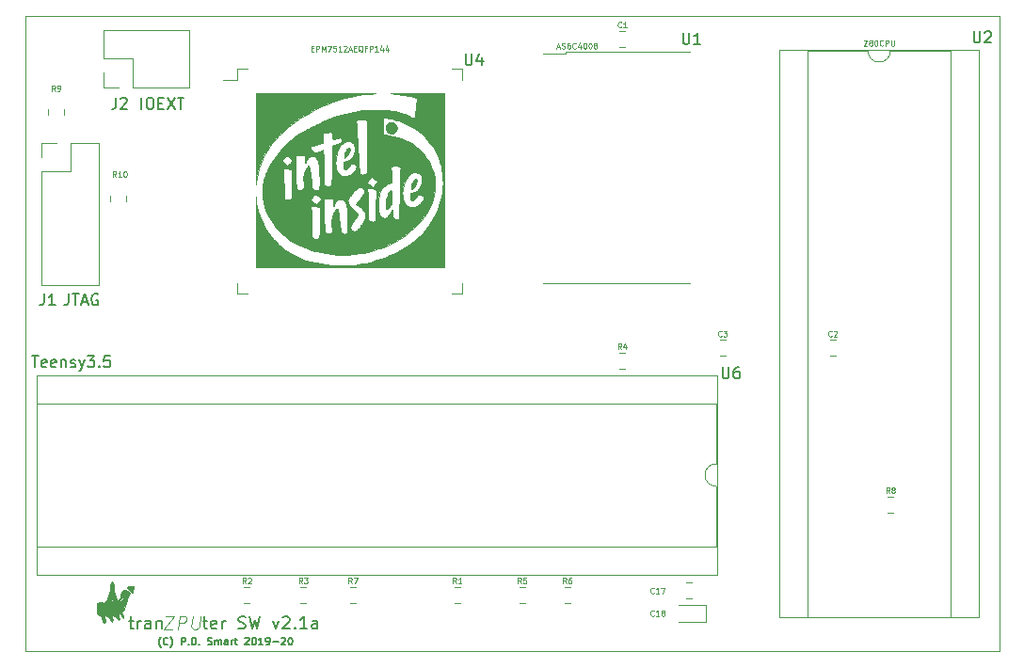
<source format=gbr>
G04 #@! TF.GenerationSoftware,KiCad,Pcbnew,(5.1.2-1)-1*
G04 #@! TF.CreationDate,2020-07-08T23:16:20+01:00*
G04 #@! TF.ProjectId,tranZPUter-SW,7472616e-5a50-4557-9465-722d53572e6b,rev?*
G04 #@! TF.SameCoordinates,Original*
G04 #@! TF.FileFunction,Legend,Top*
G04 #@! TF.FilePolarity,Positive*
%FSLAX46Y46*%
G04 Gerber Fmt 4.6, Leading zero omitted, Abs format (unit mm)*
G04 Created by KiCad (PCBNEW (5.1.2-1)-1) date 2020-07-08 23:16:20*
%MOMM*%
%LPD*%
G04 APERTURE LIST*
%ADD10C,0.120000*%
%ADD11C,0.150000*%
%ADD12C,0.100000*%
%ADD13C,0.200000*%
%ADD14C,0.010000*%
G04 APERTURE END LIST*
D10*
X112141000Y-147320000D02*
X112141000Y-90170000D01*
X199771000Y-147320000D02*
X112141000Y-147320000D01*
X199771000Y-90170000D02*
X199771000Y-147320000D01*
X112141000Y-90170000D02*
X199771000Y-90170000D01*
D11*
X124371428Y-146972666D02*
X124340476Y-146941714D01*
X124278571Y-146848857D01*
X124247619Y-146786952D01*
X124216666Y-146694095D01*
X124185714Y-146539333D01*
X124185714Y-146415523D01*
X124216666Y-146260761D01*
X124247619Y-146167904D01*
X124278571Y-146106000D01*
X124340476Y-146013142D01*
X124371428Y-145982190D01*
X124990476Y-146663142D02*
X124959523Y-146694095D01*
X124866666Y-146725047D01*
X124804761Y-146725047D01*
X124711904Y-146694095D01*
X124650000Y-146632190D01*
X124619047Y-146570285D01*
X124588095Y-146446476D01*
X124588095Y-146353619D01*
X124619047Y-146229809D01*
X124650000Y-146167904D01*
X124711904Y-146106000D01*
X124804761Y-146075047D01*
X124866666Y-146075047D01*
X124959523Y-146106000D01*
X124990476Y-146136952D01*
X125207142Y-146972666D02*
X125238095Y-146941714D01*
X125300000Y-146848857D01*
X125330952Y-146786952D01*
X125361904Y-146694095D01*
X125392857Y-146539333D01*
X125392857Y-146415523D01*
X125361904Y-146260761D01*
X125330952Y-146167904D01*
X125300000Y-146106000D01*
X125238095Y-146013142D01*
X125207142Y-145982190D01*
X126197619Y-146725047D02*
X126197619Y-146075047D01*
X126445238Y-146075047D01*
X126507142Y-146106000D01*
X126538095Y-146136952D01*
X126569047Y-146198857D01*
X126569047Y-146291714D01*
X126538095Y-146353619D01*
X126507142Y-146384571D01*
X126445238Y-146415523D01*
X126197619Y-146415523D01*
X126847619Y-146663142D02*
X126878571Y-146694095D01*
X126847619Y-146725047D01*
X126816666Y-146694095D01*
X126847619Y-146663142D01*
X126847619Y-146725047D01*
X127157142Y-146725047D02*
X127157142Y-146075047D01*
X127311904Y-146075047D01*
X127404761Y-146106000D01*
X127466666Y-146167904D01*
X127497619Y-146229809D01*
X127528571Y-146353619D01*
X127528571Y-146446476D01*
X127497619Y-146570285D01*
X127466666Y-146632190D01*
X127404761Y-146694095D01*
X127311904Y-146725047D01*
X127157142Y-146725047D01*
X127807142Y-146663142D02*
X127838095Y-146694095D01*
X127807142Y-146725047D01*
X127776190Y-146694095D01*
X127807142Y-146663142D01*
X127807142Y-146725047D01*
X128580952Y-146694095D02*
X128673809Y-146725047D01*
X128828571Y-146725047D01*
X128890476Y-146694095D01*
X128921428Y-146663142D01*
X128952380Y-146601238D01*
X128952380Y-146539333D01*
X128921428Y-146477428D01*
X128890476Y-146446476D01*
X128828571Y-146415523D01*
X128704761Y-146384571D01*
X128642857Y-146353619D01*
X128611904Y-146322666D01*
X128580952Y-146260761D01*
X128580952Y-146198857D01*
X128611904Y-146136952D01*
X128642857Y-146106000D01*
X128704761Y-146075047D01*
X128859523Y-146075047D01*
X128952380Y-146106000D01*
X129230952Y-146725047D02*
X129230952Y-146291714D01*
X129230952Y-146353619D02*
X129261904Y-146322666D01*
X129323809Y-146291714D01*
X129416666Y-146291714D01*
X129478571Y-146322666D01*
X129509523Y-146384571D01*
X129509523Y-146725047D01*
X129509523Y-146384571D02*
X129540476Y-146322666D01*
X129602380Y-146291714D01*
X129695238Y-146291714D01*
X129757142Y-146322666D01*
X129788095Y-146384571D01*
X129788095Y-146725047D01*
X130376190Y-146725047D02*
X130376190Y-146384571D01*
X130345238Y-146322666D01*
X130283333Y-146291714D01*
X130159523Y-146291714D01*
X130097619Y-146322666D01*
X130376190Y-146694095D02*
X130314285Y-146725047D01*
X130159523Y-146725047D01*
X130097619Y-146694095D01*
X130066666Y-146632190D01*
X130066666Y-146570285D01*
X130097619Y-146508380D01*
X130159523Y-146477428D01*
X130314285Y-146477428D01*
X130376190Y-146446476D01*
X130685714Y-146725047D02*
X130685714Y-146291714D01*
X130685714Y-146415523D02*
X130716666Y-146353619D01*
X130747619Y-146322666D01*
X130809523Y-146291714D01*
X130871428Y-146291714D01*
X130995238Y-146291714D02*
X131242857Y-146291714D01*
X131088095Y-146075047D02*
X131088095Y-146632190D01*
X131119047Y-146694095D01*
X131180952Y-146725047D01*
X131242857Y-146725047D01*
X131923809Y-146136952D02*
X131954761Y-146106000D01*
X132016666Y-146075047D01*
X132171428Y-146075047D01*
X132233333Y-146106000D01*
X132264285Y-146136952D01*
X132295238Y-146198857D01*
X132295238Y-146260761D01*
X132264285Y-146353619D01*
X131892857Y-146725047D01*
X132295238Y-146725047D01*
X132697619Y-146075047D02*
X132759523Y-146075047D01*
X132821428Y-146106000D01*
X132852380Y-146136952D01*
X132883333Y-146198857D01*
X132914285Y-146322666D01*
X132914285Y-146477428D01*
X132883333Y-146601238D01*
X132852380Y-146663142D01*
X132821428Y-146694095D01*
X132759523Y-146725047D01*
X132697619Y-146725047D01*
X132635714Y-146694095D01*
X132604761Y-146663142D01*
X132573809Y-146601238D01*
X132542857Y-146477428D01*
X132542857Y-146322666D01*
X132573809Y-146198857D01*
X132604761Y-146136952D01*
X132635714Y-146106000D01*
X132697619Y-146075047D01*
X133533333Y-146725047D02*
X133161904Y-146725047D01*
X133347619Y-146725047D02*
X133347619Y-146075047D01*
X133285714Y-146167904D01*
X133223809Y-146229809D01*
X133161904Y-146260761D01*
X133842857Y-146725047D02*
X133966666Y-146725047D01*
X134028571Y-146694095D01*
X134059523Y-146663142D01*
X134121428Y-146570285D01*
X134152380Y-146446476D01*
X134152380Y-146198857D01*
X134121428Y-146136952D01*
X134090476Y-146106000D01*
X134028571Y-146075047D01*
X133904761Y-146075047D01*
X133842857Y-146106000D01*
X133811904Y-146136952D01*
X133780952Y-146198857D01*
X133780952Y-146353619D01*
X133811904Y-146415523D01*
X133842857Y-146446476D01*
X133904761Y-146477428D01*
X134028571Y-146477428D01*
X134090476Y-146446476D01*
X134121428Y-146415523D01*
X134152380Y-146353619D01*
X134430952Y-146477428D02*
X134926190Y-146477428D01*
X135204761Y-146136952D02*
X135235714Y-146106000D01*
X135297619Y-146075047D01*
X135452380Y-146075047D01*
X135514285Y-146106000D01*
X135545238Y-146136952D01*
X135576190Y-146198857D01*
X135576190Y-146260761D01*
X135545238Y-146353619D01*
X135173809Y-146725047D01*
X135576190Y-146725047D01*
X135978571Y-146075047D02*
X136040476Y-146075047D01*
X136102380Y-146106000D01*
X136133333Y-146136952D01*
X136164285Y-146198857D01*
X136195238Y-146322666D01*
X136195238Y-146477428D01*
X136164285Y-146601238D01*
X136133333Y-146663142D01*
X136102380Y-146694095D01*
X136040476Y-146725047D01*
X135978571Y-146725047D01*
X135916666Y-146694095D01*
X135885714Y-146663142D01*
X135854761Y-146601238D01*
X135823809Y-146477428D01*
X135823809Y-146322666D01*
X135854761Y-146198857D01*
X135885714Y-146136952D01*
X135916666Y-146106000D01*
X135978571Y-146075047D01*
D12*
X124772946Y-144122857D02*
X125572946Y-144122857D01*
X124622946Y-145322857D01*
X125422946Y-145322857D01*
X125880089Y-145322857D02*
X126030089Y-144122857D01*
X126487232Y-144122857D01*
X126594375Y-144180000D01*
X126644375Y-144237142D01*
X126687232Y-144351428D01*
X126665803Y-144522857D01*
X126594375Y-144637142D01*
X126530089Y-144694285D01*
X126408660Y-144751428D01*
X125951517Y-144751428D01*
X127230089Y-144122857D02*
X127108660Y-145094285D01*
X127151517Y-145208571D01*
X127201517Y-145265714D01*
X127308660Y-145322857D01*
X127537232Y-145322857D01*
X127658660Y-145265714D01*
X127722946Y-145208571D01*
X127794375Y-145094285D01*
X127915803Y-144122857D01*
D13*
X121483714Y-144544285D02*
X121902761Y-144544285D01*
X121640857Y-144177619D02*
X121640857Y-145120476D01*
X121693238Y-145225238D01*
X121797999Y-145277619D01*
X121902761Y-145277619D01*
X122269428Y-145277619D02*
X122269428Y-144544285D01*
X122269428Y-144753809D02*
X122321809Y-144649047D01*
X122374190Y-144596666D01*
X122478952Y-144544285D01*
X122583714Y-144544285D01*
X123421809Y-145277619D02*
X123421809Y-144701428D01*
X123369428Y-144596666D01*
X123264666Y-144544285D01*
X123055142Y-144544285D01*
X122950380Y-144596666D01*
X123421809Y-145225238D02*
X123317047Y-145277619D01*
X123055142Y-145277619D01*
X122950380Y-145225238D01*
X122897999Y-145120476D01*
X122897999Y-145015714D01*
X122950380Y-144910952D01*
X123055142Y-144858571D01*
X123317047Y-144858571D01*
X123421809Y-144806190D01*
X123945619Y-144544285D02*
X123945619Y-145277619D01*
X123945619Y-144649047D02*
X123997999Y-144596666D01*
X124102761Y-144544285D01*
X124259904Y-144544285D01*
X124364666Y-144596666D01*
X124417047Y-144701428D01*
X124417047Y-145277619D01*
X128136095Y-144544285D02*
X128555142Y-144544285D01*
X128293238Y-144177619D02*
X128293238Y-145120476D01*
X128345619Y-145225238D01*
X128450380Y-145277619D01*
X128555142Y-145277619D01*
X129340857Y-145225238D02*
X129236095Y-145277619D01*
X129026571Y-145277619D01*
X128921809Y-145225238D01*
X128869428Y-145120476D01*
X128869428Y-144701428D01*
X128921809Y-144596666D01*
X129026571Y-144544285D01*
X129236095Y-144544285D01*
X129340857Y-144596666D01*
X129393238Y-144701428D01*
X129393238Y-144806190D01*
X128869428Y-144910952D01*
X129864666Y-145277619D02*
X129864666Y-144544285D01*
X129864666Y-144753809D02*
X129917047Y-144649047D01*
X129969428Y-144596666D01*
X130074190Y-144544285D01*
X130178952Y-144544285D01*
X131331333Y-145225238D02*
X131488476Y-145277619D01*
X131750380Y-145277619D01*
X131855142Y-145225238D01*
X131907523Y-145172857D01*
X131959904Y-145068095D01*
X131959904Y-144963333D01*
X131907523Y-144858571D01*
X131855142Y-144806190D01*
X131750380Y-144753809D01*
X131540857Y-144701428D01*
X131436095Y-144649047D01*
X131383714Y-144596666D01*
X131331333Y-144491904D01*
X131331333Y-144387142D01*
X131383714Y-144282380D01*
X131436095Y-144230000D01*
X131540857Y-144177619D01*
X131802761Y-144177619D01*
X131959904Y-144230000D01*
X132326571Y-144177619D02*
X132588476Y-145277619D01*
X132798000Y-144491904D01*
X133007523Y-145277619D01*
X133269428Y-144177619D01*
X134421809Y-144544285D02*
X134683714Y-145277619D01*
X134945619Y-144544285D01*
X135312285Y-144282380D02*
X135364666Y-144230000D01*
X135469428Y-144177619D01*
X135731333Y-144177619D01*
X135836095Y-144230000D01*
X135888476Y-144282380D01*
X135940857Y-144387142D01*
X135940857Y-144491904D01*
X135888476Y-144649047D01*
X135259904Y-145277619D01*
X135940857Y-145277619D01*
X136412285Y-145172857D02*
X136464666Y-145225238D01*
X136412285Y-145277619D01*
X136359904Y-145225238D01*
X136412285Y-145172857D01*
X136412285Y-145277619D01*
X137512285Y-145277619D02*
X136883714Y-145277619D01*
X137198000Y-145277619D02*
X137198000Y-144177619D01*
X137093238Y-144334761D01*
X136988476Y-144439523D01*
X136883714Y-144491904D01*
X138455142Y-145277619D02*
X138455142Y-144701428D01*
X138402761Y-144596666D01*
X138298000Y-144544285D01*
X138088476Y-144544285D01*
X137983714Y-144596666D01*
X138455142Y-145225238D02*
X138350380Y-145277619D01*
X138088476Y-145277619D01*
X137983714Y-145225238D01*
X137931333Y-145120476D01*
X137931333Y-145015714D01*
X137983714Y-144910952D01*
X138088476Y-144858571D01*
X138350380Y-144858571D01*
X138455142Y-144806190D01*
D14*
G36*
X145107222Y-99999562D02*
G01*
X145156510Y-100023016D01*
X145184175Y-100059846D01*
X145189222Y-100088948D01*
X145178101Y-100133100D01*
X145144000Y-100163783D01*
X145085814Y-100181755D01*
X145047582Y-100186195D01*
X144963445Y-100192281D01*
X144963445Y-99991333D01*
X145039153Y-99991333D01*
X145107222Y-99999562D01*
X145107222Y-99999562D01*
G37*
X145107222Y-99999562D02*
X145156510Y-100023016D01*
X145184175Y-100059846D01*
X145189222Y-100088948D01*
X145178101Y-100133100D01*
X145144000Y-100163783D01*
X145085814Y-100181755D01*
X145047582Y-100186195D01*
X144963445Y-100192281D01*
X144963445Y-99991333D01*
X145039153Y-99991333D01*
X145107222Y-99999562D01*
G36*
X141305187Y-101980574D02*
G01*
X141326503Y-102021153D01*
X141341381Y-102087912D01*
X141346730Y-102135716D01*
X141349105Y-102184772D01*
X141346037Y-102228541D01*
X141335965Y-102276538D01*
X141317327Y-102338281D01*
X141309721Y-102361235D01*
X141247125Y-102515095D01*
X141170077Y-102645485D01*
X141077643Y-102753709D01*
X140968892Y-102841069D01*
X140964285Y-102844085D01*
X140921368Y-102870962D01*
X140887477Y-102890338D01*
X140869645Y-102898203D01*
X140869304Y-102898222D01*
X140857705Y-102886240D01*
X140848427Y-102861479D01*
X140842047Y-102805309D01*
X140844469Y-102730463D01*
X140854731Y-102644745D01*
X140871874Y-102555959D01*
X140894935Y-102471909D01*
X140897267Y-102464849D01*
X140948888Y-102328610D01*
X141005420Y-102211561D01*
X141065585Y-102115375D01*
X141128106Y-102041724D01*
X141191706Y-101992280D01*
X141255106Y-101968715D01*
X141277726Y-101966889D01*
X141305187Y-101980574D01*
X141305187Y-101980574D01*
G37*
X141305187Y-101980574D02*
X141326503Y-102021153D01*
X141341381Y-102087912D01*
X141346730Y-102135716D01*
X141349105Y-102184772D01*
X141346037Y-102228541D01*
X141335965Y-102276538D01*
X141317327Y-102338281D01*
X141309721Y-102361235D01*
X141247125Y-102515095D01*
X141170077Y-102645485D01*
X141077643Y-102753709D01*
X140968892Y-102841069D01*
X140964285Y-102844085D01*
X140921368Y-102870962D01*
X140887477Y-102890338D01*
X140869645Y-102898203D01*
X140869304Y-102898222D01*
X140857705Y-102886240D01*
X140848427Y-102861479D01*
X140842047Y-102805309D01*
X140844469Y-102730463D01*
X140854731Y-102644745D01*
X140871874Y-102555959D01*
X140894935Y-102471909D01*
X140897267Y-102464849D01*
X140948888Y-102328610D01*
X141005420Y-102211561D01*
X141065585Y-102115375D01*
X141128106Y-102041724D01*
X141191706Y-101992280D01*
X141255106Y-101968715D01*
X141277726Y-101966889D01*
X141305187Y-101980574D01*
G36*
X147301832Y-104793452D02*
G01*
X147341470Y-104819527D01*
X147348640Y-104827917D01*
X147363234Y-104848860D01*
X147371512Y-104870884D01*
X147374400Y-104901284D01*
X147372826Y-104947357D01*
X147369568Y-104992797D01*
X147345953Y-105149179D01*
X147300045Y-105289332D01*
X147230870Y-105415523D01*
X147139241Y-105528162D01*
X147098176Y-105566833D01*
X147048601Y-105607671D01*
X146996598Y-105646348D01*
X146948248Y-105678537D01*
X146909631Y-105699907D01*
X146888933Y-105706333D01*
X146869349Y-105694947D01*
X146862899Y-105684012D01*
X146858335Y-105658503D01*
X146855267Y-105615213D01*
X146854432Y-105574651D01*
X146862614Y-105473270D01*
X146885368Y-105363495D01*
X146920335Y-105250529D01*
X146965153Y-105139578D01*
X147017463Y-105035846D01*
X147074904Y-104944537D01*
X147135116Y-104870856D01*
X147195739Y-104820008D01*
X147197056Y-104819187D01*
X147254286Y-104793372D01*
X147301832Y-104793452D01*
X147301832Y-104793452D01*
G37*
X147301832Y-104793452D02*
X147341470Y-104819527D01*
X147348640Y-104827917D01*
X147363234Y-104848860D01*
X147371512Y-104870884D01*
X147374400Y-104901284D01*
X147372826Y-104947357D01*
X147369568Y-104992797D01*
X147345953Y-105149179D01*
X147300045Y-105289332D01*
X147230870Y-105415523D01*
X147139241Y-105528162D01*
X147098176Y-105566833D01*
X147048601Y-105607671D01*
X146996598Y-105646348D01*
X146948248Y-105678537D01*
X146909631Y-105699907D01*
X146888933Y-105706333D01*
X146869349Y-105694947D01*
X146862899Y-105684012D01*
X146858335Y-105658503D01*
X146855267Y-105615213D01*
X146854432Y-105574651D01*
X146862614Y-105473270D01*
X146885368Y-105363495D01*
X146920335Y-105250529D01*
X146965153Y-105139578D01*
X147017463Y-105035846D01*
X147074904Y-104944537D01*
X147135116Y-104870856D01*
X147195739Y-104820008D01*
X147197056Y-104819187D01*
X147254286Y-104793372D01*
X147301832Y-104793452D01*
G36*
X145091402Y-105845480D02*
G01*
X145098739Y-105855785D01*
X145104630Y-105868865D01*
X145109231Y-105887703D01*
X145112700Y-105915283D01*
X145115195Y-105954590D01*
X145116873Y-106008609D01*
X145117891Y-106080322D01*
X145118408Y-106172715D01*
X145118580Y-106288771D01*
X145118585Y-106360535D01*
X145118168Y-106478621D01*
X145117021Y-106591306D01*
X145115242Y-106694555D01*
X145112928Y-106784333D01*
X145110176Y-106856603D01*
X145107085Y-106907330D01*
X145104922Y-106926944D01*
X145090842Y-106982674D01*
X145066276Y-107049848D01*
X145034915Y-107120737D01*
X145000446Y-107187612D01*
X144966561Y-107242744D01*
X144937320Y-107278071D01*
X144905165Y-107308364D01*
X144880876Y-107332983D01*
X144832507Y-107383928D01*
X144795654Y-107419531D01*
X144763570Y-107445971D01*
X144737667Y-107464104D01*
X144682699Y-107494816D01*
X144638981Y-107508003D01*
X144610132Y-107502917D01*
X144601958Y-107492170D01*
X144598131Y-107466372D01*
X144596132Y-107417156D01*
X144595787Y-107349256D01*
X144596919Y-107267403D01*
X144599350Y-107176331D01*
X144602907Y-107080773D01*
X144607411Y-106985462D01*
X144612687Y-106895130D01*
X144618558Y-106814512D01*
X144624849Y-106748339D01*
X144631382Y-106701344D01*
X144631415Y-106701167D01*
X144677518Y-106495070D01*
X144735493Y-106310557D01*
X144804821Y-106148791D01*
X144884988Y-106010936D01*
X144975475Y-105898155D01*
X144997920Y-105875667D01*
X145064137Y-105812167D01*
X145091402Y-105845480D01*
X145091402Y-105845480D01*
G37*
X145091402Y-105845480D02*
X145098739Y-105855785D01*
X145104630Y-105868865D01*
X145109231Y-105887703D01*
X145112700Y-105915283D01*
X145115195Y-105954590D01*
X145116873Y-106008609D01*
X145117891Y-106080322D01*
X145118408Y-106172715D01*
X145118580Y-106288771D01*
X145118585Y-106360535D01*
X145118168Y-106478621D01*
X145117021Y-106591306D01*
X145115242Y-106694555D01*
X145112928Y-106784333D01*
X145110176Y-106856603D01*
X145107085Y-106907330D01*
X145104922Y-106926944D01*
X145090842Y-106982674D01*
X145066276Y-107049848D01*
X145034915Y-107120737D01*
X145000446Y-107187612D01*
X144966561Y-107242744D01*
X144937320Y-107278071D01*
X144905165Y-107308364D01*
X144880876Y-107332983D01*
X144832507Y-107383928D01*
X144795654Y-107419531D01*
X144763570Y-107445971D01*
X144737667Y-107464104D01*
X144682699Y-107494816D01*
X144638981Y-107508003D01*
X144610132Y-107502917D01*
X144601958Y-107492170D01*
X144598131Y-107466372D01*
X144596132Y-107417156D01*
X144595787Y-107349256D01*
X144596919Y-107267403D01*
X144599350Y-107176331D01*
X144602907Y-107080773D01*
X144607411Y-106985462D01*
X144612687Y-106895130D01*
X144618558Y-106814512D01*
X144624849Y-106748339D01*
X144631382Y-106701344D01*
X144631415Y-106701167D01*
X144677518Y-106495070D01*
X144735493Y-106310557D01*
X144804821Y-106148791D01*
X144884988Y-106010936D01*
X144975475Y-105898155D01*
X144997920Y-105875667D01*
X145064137Y-105812167D01*
X145091402Y-105845480D01*
G36*
X145136338Y-99703335D02*
G01*
X145185758Y-99708482D01*
X145228054Y-99719459D01*
X145273745Y-99738229D01*
X145280945Y-99741560D01*
X145381979Y-99802244D01*
X145465562Y-99880001D01*
X145529470Y-99970985D01*
X145571482Y-100071351D01*
X145589375Y-100177255D01*
X145584344Y-100266436D01*
X145551493Y-100385887D01*
X145495443Y-100491159D01*
X145418568Y-100579752D01*
X145323245Y-100649164D01*
X145211849Y-100696893D01*
X145163833Y-100709245D01*
X145097196Y-100720894D01*
X145042973Y-100722582D01*
X144988028Y-100713574D01*
X144928167Y-100696060D01*
X144819157Y-100646270D01*
X144725732Y-100573310D01*
X144653053Y-100483592D01*
X144600015Y-100377523D01*
X144573049Y-100267295D01*
X144571111Y-100156578D01*
X144593159Y-100049045D01*
X144638150Y-99948365D01*
X144658618Y-99920778D01*
X144892889Y-99920778D01*
X144892889Y-100471111D01*
X144928167Y-100471111D01*
X144946111Y-100469792D01*
X144956629Y-100461872D01*
X144961703Y-100441406D01*
X144963315Y-100402450D01*
X144963445Y-100365278D01*
X144963445Y-100259444D01*
X145011831Y-100259444D01*
X145036257Y-100261242D01*
X145055909Y-100269784D01*
X145075893Y-100289793D01*
X145101311Y-100325993D01*
X145126181Y-100365278D01*
X145158388Y-100415940D01*
X145181363Y-100447154D01*
X145200478Y-100463620D01*
X145221105Y-100470038D01*
X145247127Y-100471111D01*
X145281938Y-100468509D01*
X145300927Y-100462027D01*
X145302111Y-100459667D01*
X145293515Y-100444523D01*
X145270497Y-100413583D01*
X145237212Y-100372298D01*
X145218913Y-100350531D01*
X145135715Y-100252838D01*
X145175404Y-100236150D01*
X145229140Y-100205700D01*
X145260226Y-100165809D01*
X145272964Y-100109790D01*
X145273889Y-100083056D01*
X145268327Y-100023729D01*
X145249595Y-99979942D01*
X145214626Y-99949742D01*
X145160349Y-99931176D01*
X145083698Y-99922289D01*
X145018970Y-99920778D01*
X144892889Y-99920778D01*
X144658618Y-99920778D01*
X144705040Y-99858210D01*
X144792788Y-99782251D01*
X144864196Y-99740403D01*
X144907584Y-99721077D01*
X144947406Y-99709496D01*
X144993678Y-99703789D01*
X145056417Y-99702083D01*
X145069278Y-99702056D01*
X145136338Y-99703335D01*
X145136338Y-99703335D01*
G37*
X145136338Y-99703335D02*
X145185758Y-99708482D01*
X145228054Y-99719459D01*
X145273745Y-99738229D01*
X145280945Y-99741560D01*
X145381979Y-99802244D01*
X145465562Y-99880001D01*
X145529470Y-99970985D01*
X145571482Y-100071351D01*
X145589375Y-100177255D01*
X145584344Y-100266436D01*
X145551493Y-100385887D01*
X145495443Y-100491159D01*
X145418568Y-100579752D01*
X145323245Y-100649164D01*
X145211849Y-100696893D01*
X145163833Y-100709245D01*
X145097196Y-100720894D01*
X145042973Y-100722582D01*
X144988028Y-100713574D01*
X144928167Y-100696060D01*
X144819157Y-100646270D01*
X144725732Y-100573310D01*
X144653053Y-100483592D01*
X144600015Y-100377523D01*
X144573049Y-100267295D01*
X144571111Y-100156578D01*
X144593159Y-100049045D01*
X144638150Y-99948365D01*
X144658618Y-99920778D01*
X144892889Y-99920778D01*
X144892889Y-100471111D01*
X144928167Y-100471111D01*
X144946111Y-100469792D01*
X144956629Y-100461872D01*
X144961703Y-100441406D01*
X144963315Y-100402450D01*
X144963445Y-100365278D01*
X144963445Y-100259444D01*
X145011831Y-100259444D01*
X145036257Y-100261242D01*
X145055909Y-100269784D01*
X145075893Y-100289793D01*
X145101311Y-100325993D01*
X145126181Y-100365278D01*
X145158388Y-100415940D01*
X145181363Y-100447154D01*
X145200478Y-100463620D01*
X145221105Y-100470038D01*
X145247127Y-100471111D01*
X145281938Y-100468509D01*
X145300927Y-100462027D01*
X145302111Y-100459667D01*
X145293515Y-100444523D01*
X145270497Y-100413583D01*
X145237212Y-100372298D01*
X145218913Y-100350531D01*
X145135715Y-100252838D01*
X145175404Y-100236150D01*
X145229140Y-100205700D01*
X145260226Y-100165809D01*
X145272964Y-100109790D01*
X145273889Y-100083056D01*
X145268327Y-100023729D01*
X145249595Y-99979942D01*
X145214626Y-99949742D01*
X145160349Y-99931176D01*
X145083698Y-99922289D01*
X145018970Y-99920778D01*
X144892889Y-99920778D01*
X144658618Y-99920778D01*
X144705040Y-99858210D01*
X144792788Y-99782251D01*
X144864196Y-99740403D01*
X144907584Y-99721077D01*
X144947406Y-99709496D01*
X144993678Y-99703789D01*
X145056417Y-99702083D01*
X145069278Y-99702056D01*
X145136338Y-99703335D01*
G36*
X138292417Y-97101021D02*
G01*
X138680756Y-97101209D01*
X139061559Y-97101416D01*
X139433876Y-97101640D01*
X139796758Y-97101880D01*
X140149254Y-97102135D01*
X140490414Y-97102404D01*
X140819289Y-97102685D01*
X141134928Y-97102978D01*
X141436381Y-97103281D01*
X141722699Y-97103592D01*
X141992932Y-97103911D01*
X142246129Y-97104237D01*
X142481340Y-97104567D01*
X142697616Y-97104902D01*
X142894006Y-97105240D01*
X143069561Y-97105579D01*
X143223331Y-97105918D01*
X143354365Y-97106257D01*
X143461714Y-97106594D01*
X143544428Y-97106927D01*
X143601557Y-97107256D01*
X143632150Y-97107580D01*
X143637000Y-97107826D01*
X143600770Y-97110280D01*
X143543025Y-97114165D01*
X143470409Y-97119037D01*
X143389566Y-97124448D01*
X143347722Y-97127244D01*
X142969883Y-97158978D01*
X142574924Y-97204511D01*
X142169770Y-97262858D01*
X141761343Y-97333037D01*
X141413357Y-97401977D01*
X140884894Y-97527021D01*
X140354963Y-97679578D01*
X139824931Y-97859081D01*
X139296161Y-98064966D01*
X138770020Y-98296664D01*
X138247870Y-98553609D01*
X137731079Y-98835235D01*
X137221010Y-99140976D01*
X137216445Y-99143841D01*
X136852084Y-99380773D01*
X136491039Y-99631505D01*
X136137621Y-99892684D01*
X135796140Y-100160958D01*
X135470909Y-100432976D01*
X135166236Y-100705385D01*
X134976925Y-100885306D01*
X134674629Y-101199741D01*
X134393349Y-101532073D01*
X134133760Y-101880871D01*
X133896537Y-102244705D01*
X133682352Y-102622146D01*
X133491881Y-103011764D01*
X133325798Y-103412128D01*
X133184778Y-103821808D01*
X133069495Y-104239375D01*
X132980623Y-104663398D01*
X132918836Y-105092447D01*
X132899780Y-105290056D01*
X132898836Y-105287738D01*
X132897899Y-105258249D01*
X132896974Y-105202638D01*
X132896062Y-105121956D01*
X132895169Y-105017253D01*
X132894297Y-104889580D01*
X132893450Y-104739987D01*
X132892632Y-104569524D01*
X132891845Y-104379241D01*
X132891095Y-104170190D01*
X132890383Y-103943420D01*
X132889714Y-103699981D01*
X132889091Y-103440925D01*
X132888517Y-103167301D01*
X132887997Y-102880159D01*
X132887533Y-102580551D01*
X132887129Y-102269526D01*
X132886789Y-101948135D01*
X132886517Y-101617429D01*
X132886315Y-101278456D01*
X132886308Y-101264861D01*
X132884334Y-97098556D01*
X138292417Y-97101021D01*
X138292417Y-97101021D01*
G37*
X138292417Y-97101021D02*
X138680756Y-97101209D01*
X139061559Y-97101416D01*
X139433876Y-97101640D01*
X139796758Y-97101880D01*
X140149254Y-97102135D01*
X140490414Y-97102404D01*
X140819289Y-97102685D01*
X141134928Y-97102978D01*
X141436381Y-97103281D01*
X141722699Y-97103592D01*
X141992932Y-97103911D01*
X142246129Y-97104237D01*
X142481340Y-97104567D01*
X142697616Y-97104902D01*
X142894006Y-97105240D01*
X143069561Y-97105579D01*
X143223331Y-97105918D01*
X143354365Y-97106257D01*
X143461714Y-97106594D01*
X143544428Y-97106927D01*
X143601557Y-97107256D01*
X143632150Y-97107580D01*
X143637000Y-97107826D01*
X143600770Y-97110280D01*
X143543025Y-97114165D01*
X143470409Y-97119037D01*
X143389566Y-97124448D01*
X143347722Y-97127244D01*
X142969883Y-97158978D01*
X142574924Y-97204511D01*
X142169770Y-97262858D01*
X141761343Y-97333037D01*
X141413357Y-97401977D01*
X140884894Y-97527021D01*
X140354963Y-97679578D01*
X139824931Y-97859081D01*
X139296161Y-98064966D01*
X138770020Y-98296664D01*
X138247870Y-98553609D01*
X137731079Y-98835235D01*
X137221010Y-99140976D01*
X137216445Y-99143841D01*
X136852084Y-99380773D01*
X136491039Y-99631505D01*
X136137621Y-99892684D01*
X135796140Y-100160958D01*
X135470909Y-100432976D01*
X135166236Y-100705385D01*
X134976925Y-100885306D01*
X134674629Y-101199741D01*
X134393349Y-101532073D01*
X134133760Y-101880871D01*
X133896537Y-102244705D01*
X133682352Y-102622146D01*
X133491881Y-103011764D01*
X133325798Y-103412128D01*
X133184778Y-103821808D01*
X133069495Y-104239375D01*
X132980623Y-104663398D01*
X132918836Y-105092447D01*
X132899780Y-105290056D01*
X132898836Y-105287738D01*
X132897899Y-105258249D01*
X132896974Y-105202638D01*
X132896062Y-105121956D01*
X132895169Y-105017253D01*
X132894297Y-104889580D01*
X132893450Y-104739987D01*
X132892632Y-104569524D01*
X132891845Y-104379241D01*
X132891095Y-104170190D01*
X132890383Y-103943420D01*
X132889714Y-103699981D01*
X132889091Y-103440925D01*
X132888517Y-103167301D01*
X132887997Y-102880159D01*
X132887533Y-102580551D01*
X132887129Y-102269526D01*
X132886789Y-101948135D01*
X132886517Y-101617429D01*
X132886315Y-101278456D01*
X132886308Y-101264861D01*
X132884334Y-97098556D01*
X138292417Y-97101021D01*
G36*
X149817667Y-112719556D02*
G01*
X132884334Y-112719556D01*
X132886297Y-109498694D01*
X132886542Y-109179820D01*
X132886879Y-108873283D01*
X132887302Y-108580066D01*
X132887808Y-108301151D01*
X132888392Y-108037521D01*
X132889050Y-107790159D01*
X132889777Y-107560048D01*
X132890569Y-107348170D01*
X132891422Y-107155509D01*
X132892330Y-106983046D01*
X132893291Y-106831765D01*
X132894298Y-106702648D01*
X132895349Y-106596679D01*
X132896438Y-106514839D01*
X132897561Y-106458112D01*
X132898713Y-106427479D01*
X132899891Y-106423925D01*
X132900087Y-106426000D01*
X132948252Y-106862265D01*
X133022139Y-107287305D01*
X133121611Y-107700814D01*
X133246535Y-108102490D01*
X133396776Y-108492029D01*
X133572198Y-108869125D01*
X133772668Y-109233475D01*
X133998051Y-109584776D01*
X134248212Y-109922722D01*
X134523016Y-110247011D01*
X134655278Y-110389026D01*
X134948087Y-110676996D01*
X135254483Y-110943887D01*
X135575177Y-111190003D01*
X135910883Y-111415648D01*
X136262312Y-111621126D01*
X136630177Y-111806741D01*
X137015190Y-111972797D01*
X137418064Y-112119598D01*
X137839511Y-112247448D01*
X138280243Y-112356651D01*
X138740974Y-112447511D01*
X139222414Y-112520333D01*
X139725277Y-112575420D01*
X139791722Y-112581248D01*
X139871025Y-112586435D01*
X139974129Y-112590746D01*
X140096645Y-112594180D01*
X140234185Y-112596738D01*
X140382361Y-112598420D01*
X140536783Y-112599226D01*
X140693063Y-112599157D01*
X140846813Y-112598212D01*
X140993643Y-112596391D01*
X141129164Y-112593695D01*
X141248990Y-112590123D01*
X141348729Y-112585677D01*
X141414500Y-112581204D01*
X141776585Y-112545407D01*
X142123453Y-112500780D01*
X142459840Y-112446216D01*
X142790480Y-112380609D01*
X143120111Y-112302852D01*
X143453466Y-112211839D01*
X143795281Y-112106463D01*
X144150292Y-111985618D01*
X144477684Y-111865484D01*
X144957132Y-111671421D01*
X145417235Y-111459180D01*
X145857375Y-111229140D01*
X146276931Y-110981684D01*
X146675286Y-110717192D01*
X147051820Y-110436046D01*
X147405915Y-110138626D01*
X147649663Y-109911665D01*
X147957242Y-109593162D01*
X148241212Y-109259233D01*
X148501527Y-108909941D01*
X148738140Y-108545349D01*
X148951003Y-108165522D01*
X148978326Y-108112278D01*
X149168482Y-107708158D01*
X149330901Y-107299826D01*
X149465532Y-106887605D01*
X149572325Y-106471818D01*
X149651227Y-106052788D01*
X149702189Y-105630838D01*
X149725160Y-105206291D01*
X149720087Y-104779471D01*
X149686921Y-104350700D01*
X149633044Y-103963611D01*
X149556818Y-103588613D01*
X149456307Y-103226281D01*
X149330887Y-102875181D01*
X149179939Y-102533881D01*
X149002842Y-102200945D01*
X148798973Y-101874939D01*
X148618441Y-101621167D01*
X148365269Y-101306858D01*
X148092333Y-101012412D01*
X147800530Y-100738470D01*
X147490761Y-100485671D01*
X147163923Y-100254657D01*
X146820916Y-100046067D01*
X146462639Y-99860543D01*
X146089990Y-99698724D01*
X145746611Y-99575043D01*
X145541796Y-99511815D01*
X145335290Y-99455803D01*
X145121846Y-99405877D01*
X144896213Y-99360908D01*
X144653142Y-99319764D01*
X144387384Y-99281316D01*
X144374306Y-99279564D01*
X144328445Y-99273441D01*
X144328445Y-100818230D01*
X144522472Y-100835727D01*
X144888603Y-100881124D01*
X145256101Y-100950785D01*
X145619842Y-101043321D01*
X145974702Y-101157343D01*
X146315558Y-101291463D01*
X146482143Y-101367055D01*
X146769554Y-101516742D01*
X147044020Y-101685642D01*
X147302714Y-101871569D01*
X147542808Y-102072340D01*
X147761474Y-102285772D01*
X147946963Y-102498490D01*
X148178183Y-102804576D01*
X148381522Y-103111011D01*
X148557316Y-103418532D01*
X148705904Y-103727876D01*
X148827623Y-104039780D01*
X148922811Y-104354981D01*
X148991805Y-104674215D01*
X149016033Y-104831444D01*
X149025404Y-104926772D01*
X149031463Y-105043378D01*
X149034307Y-105174524D01*
X149034033Y-105313472D01*
X149030739Y-105453484D01*
X149024523Y-105587824D01*
X149015480Y-105709753D01*
X149003710Y-105812533D01*
X149001654Y-105826278D01*
X148932417Y-106187238D01*
X148837924Y-106540636D01*
X148717741Y-106887419D01*
X148571430Y-107228537D01*
X148398555Y-107564936D01*
X148198680Y-107897564D01*
X147971369Y-108227368D01*
X147783681Y-108472111D01*
X147482339Y-108826303D01*
X147161063Y-109160767D01*
X146820367Y-109475226D01*
X146460767Y-109769402D01*
X146082779Y-110043016D01*
X145686918Y-110295790D01*
X145273698Y-110527448D01*
X144843637Y-110737710D01*
X144397248Y-110926298D01*
X143935048Y-111092936D01*
X143457551Y-111237345D01*
X142965273Y-111359246D01*
X142458730Y-111458362D01*
X142159905Y-111505114D01*
X141833478Y-111547970D01*
X141528008Y-111580338D01*
X141238416Y-111602620D01*
X140959623Y-111615218D01*
X140723056Y-111618613D01*
X140228578Y-111606365D01*
X139735959Y-111569932D01*
X139248254Y-111509790D01*
X138768518Y-111426418D01*
X138299807Y-111320293D01*
X137845176Y-111191894D01*
X137703278Y-111146217D01*
X137287526Y-110995329D01*
X136891282Y-110825138D01*
X136514873Y-110635864D01*
X136158626Y-110427723D01*
X135822868Y-110200934D01*
X135507923Y-109955715D01*
X135214120Y-109692284D01*
X134941785Y-109410858D01*
X134732055Y-109163477D01*
X134494228Y-108850239D01*
X134283305Y-108540271D01*
X134098417Y-108231831D01*
X133938694Y-107923178D01*
X133803266Y-107612571D01*
X133691265Y-107298267D01*
X133676209Y-107244444D01*
X137865556Y-107244444D01*
X137865584Y-107311472D01*
X137865892Y-107335191D01*
X137866778Y-107385022D01*
X137868198Y-107458865D01*
X137870110Y-107554616D01*
X137872469Y-107670173D01*
X137875231Y-107803434D01*
X137878354Y-107952296D01*
X137881794Y-108114658D01*
X137885506Y-108288417D01*
X137889447Y-108471470D01*
X137893574Y-108661716D01*
X137894006Y-108681552D01*
X137899637Y-108933438D01*
X137904951Y-109157610D01*
X137909965Y-109354576D01*
X137914696Y-109524841D01*
X137919161Y-109668914D01*
X137923377Y-109787300D01*
X137927361Y-109880507D01*
X137931130Y-109949040D01*
X137934701Y-109993408D01*
X137938090Y-110014117D01*
X137938494Y-110015052D01*
X137976939Y-110068748D01*
X138029186Y-110117183D01*
X138085851Y-110152666D01*
X138121969Y-110165439D01*
X138172632Y-110171963D01*
X138238975Y-110174596D01*
X138313565Y-110173719D01*
X138388973Y-110169710D01*
X138457767Y-110162951D01*
X138512515Y-110153821D01*
X138543666Y-110143876D01*
X138557654Y-110136632D01*
X138570179Y-110129141D01*
X138581330Y-110119874D01*
X138591200Y-110107307D01*
X138599880Y-110089914D01*
X138607462Y-110066167D01*
X138614036Y-110034543D01*
X138619694Y-109993513D01*
X138624527Y-109941552D01*
X138628627Y-109877135D01*
X138632085Y-109798735D01*
X138634992Y-109704825D01*
X138637440Y-109593881D01*
X138639520Y-109464375D01*
X138641324Y-109314783D01*
X138642942Y-109143577D01*
X138644466Y-108949232D01*
X138645988Y-108730221D01*
X138647598Y-108485019D01*
X138648165Y-108398028D01*
X138649393Y-108199630D01*
X138650292Y-108027677D01*
X138650840Y-107880390D01*
X138651015Y-107755993D01*
X138650796Y-107652708D01*
X138650159Y-107568759D01*
X138649084Y-107502370D01*
X138647548Y-107451762D01*
X138645529Y-107415159D01*
X138643005Y-107390785D01*
X138639954Y-107376861D01*
X138636355Y-107371612D01*
X138635469Y-107371444D01*
X138615336Y-107366227D01*
X138575262Y-107352052D01*
X138521222Y-107331141D01*
X138464507Y-107307944D01*
X138312942Y-107244444D01*
X137865556Y-107244444D01*
X133676209Y-107244444D01*
X133601820Y-106978525D01*
X133569117Y-106834393D01*
X133516333Y-106529653D01*
X133487064Y-106224519D01*
X133481297Y-105915520D01*
X133499022Y-105599187D01*
X133540227Y-105272050D01*
X133563629Y-105135500D01*
X133589179Y-105019819D01*
X133626477Y-104884043D01*
X133673879Y-104732916D01*
X133729738Y-104571185D01*
X133792409Y-104403594D01*
X133860247Y-104234890D01*
X133931607Y-104069819D01*
X133938131Y-104055333D01*
X134019027Y-103890442D01*
X135371493Y-103890442D01*
X135377440Y-104039916D01*
X135378772Y-104077239D01*
X135380840Y-104140334D01*
X135383570Y-104226762D01*
X135386888Y-104334083D01*
X135390721Y-104459860D01*
X135394994Y-104601652D01*
X135399635Y-104757020D01*
X135404569Y-104923527D01*
X135409723Y-105098732D01*
X135415022Y-105280197D01*
X135417379Y-105361310D01*
X135422720Y-105541248D01*
X135428069Y-105713447D01*
X135433344Y-105875766D01*
X135438465Y-106026065D01*
X135443351Y-106162200D01*
X135447923Y-106282032D01*
X135452099Y-106383418D01*
X135455799Y-106464219D01*
X135458943Y-106522291D01*
X135461450Y-106555494D01*
X135462547Y-106562432D01*
X135488725Y-106601055D01*
X135532874Y-106638844D01*
X135585477Y-106668575D01*
X135616730Y-106679438D01*
X135657002Y-106684867D01*
X135717196Y-106687321D01*
X135789189Y-106686977D01*
X135864858Y-106684013D01*
X135936079Y-106678608D01*
X135963117Y-106675102D01*
X137851445Y-106675102D01*
X137860938Y-106718225D01*
X137884472Y-106757376D01*
X137911164Y-106778456D01*
X137933165Y-106791656D01*
X137972370Y-106819131D01*
X138024036Y-106857408D01*
X138083422Y-106903016D01*
X138112500Y-106925877D01*
X138177605Y-106977142D01*
X138225440Y-107013359D01*
X138260741Y-107037152D01*
X138288241Y-107051148D01*
X138312674Y-107057971D01*
X138338776Y-107060246D01*
X138355320Y-107060508D01*
X138428807Y-107061000D01*
X138598436Y-106852861D01*
X138669515Y-106764215D01*
X138721779Y-106693078D01*
X138754968Y-106635692D01*
X138768822Y-106588301D01*
X138763082Y-106547147D01*
X138757617Y-106538889D01*
X138994445Y-106538889D01*
X138995105Y-106591806D01*
X138995704Y-106613026D01*
X138997269Y-106660496D01*
X138999731Y-106732259D01*
X139003019Y-106826362D01*
X139007065Y-106940849D01*
X139011797Y-107073766D01*
X139017147Y-107223158D01*
X139023045Y-107387070D01*
X139029420Y-107563549D01*
X139036204Y-107750638D01*
X139043325Y-107946384D01*
X139048679Y-108093105D01*
X139101594Y-109541488D01*
X139136214Y-109592314D01*
X139161197Y-109623527D01*
X139182799Y-109641513D01*
X139188472Y-109643237D01*
X139204881Y-109651188D01*
X139206111Y-109655732D01*
X139219050Y-109674854D01*
X139254309Y-109688337D01*
X139306557Y-109696175D01*
X139370460Y-109698360D01*
X139440684Y-109694886D01*
X139511896Y-109685745D01*
X139578763Y-109670930D01*
X139622389Y-109656279D01*
X139679187Y-109629168D01*
X139717856Y-109598017D01*
X139741050Y-109557417D01*
X139751422Y-109501962D01*
X139751628Y-109426243D01*
X139749950Y-109396389D01*
X139737687Y-109205409D01*
X139727735Y-109039735D01*
X139720234Y-108896537D01*
X139715322Y-108772982D01*
X139713137Y-108666239D01*
X139713820Y-108573476D01*
X139717509Y-108491860D01*
X139724344Y-108418562D01*
X139734462Y-108350748D01*
X139748003Y-108285587D01*
X139765106Y-108220247D01*
X139785911Y-108151897D01*
X139810555Y-108077705D01*
X139815358Y-108063660D01*
X139851432Y-107967014D01*
X139893586Y-107868011D01*
X139939467Y-107771031D01*
X139986717Y-107680453D01*
X140032983Y-107600658D01*
X140075908Y-107536025D01*
X140113137Y-107490935D01*
X140131967Y-107474946D01*
X140161400Y-107459407D01*
X140185389Y-107461351D01*
X140204727Y-107471062D01*
X140231107Y-107487711D01*
X140252280Y-107506740D01*
X140269411Y-107531789D01*
X140283667Y-107566499D01*
X140296212Y-107614510D01*
X140308210Y-107679463D01*
X140320828Y-107764997D01*
X140335230Y-107874753D01*
X140336089Y-107881498D01*
X140346360Y-107963370D01*
X140359331Y-108068542D01*
X140374432Y-108192280D01*
X140391091Y-108329851D01*
X140408735Y-108476522D01*
X140426792Y-108627560D01*
X140444691Y-108778233D01*
X140454812Y-108863914D01*
X140470905Y-108998997D01*
X140486395Y-109126227D01*
X140500904Y-109242710D01*
X140514058Y-109345550D01*
X140525480Y-109431853D01*
X140534794Y-109498723D01*
X140541624Y-109543266D01*
X140545526Y-109562414D01*
X140564202Y-109592564D01*
X140594628Y-109625821D01*
X140628336Y-109654361D01*
X140656856Y-109670361D01*
X140663667Y-109671556D01*
X140690131Y-109680747D01*
X140696334Y-109685756D01*
X140719357Y-109699662D01*
X140759887Y-109717066D01*
X140808088Y-109734468D01*
X140854124Y-109748369D01*
X140888160Y-109755270D01*
X140892389Y-109755501D01*
X140924161Y-109751124D01*
X140965772Y-109739978D01*
X140972926Y-109737575D01*
X141026038Y-109713717D01*
X141067640Y-109681148D01*
X141099392Y-109636283D01*
X141122956Y-109575537D01*
X141139993Y-109495324D01*
X141152165Y-109392059D01*
X141156140Y-109342148D01*
X141159631Y-109272863D01*
X141162123Y-109179828D01*
X141163664Y-109067495D01*
X141164306Y-108940315D01*
X141164099Y-108802740D01*
X141163092Y-108659223D01*
X141161337Y-108514215D01*
X141158882Y-108372169D01*
X141155778Y-108237537D01*
X141152076Y-108114770D01*
X141147825Y-108008321D01*
X141143075Y-107922642D01*
X141139674Y-107879444D01*
X141123063Y-107711316D01*
X141107080Y-107568580D01*
X141091285Y-107448426D01*
X141075241Y-107348044D01*
X141058508Y-107264624D01*
X141040648Y-107195355D01*
X141025777Y-107149686D01*
X141003700Y-107086725D01*
X140983589Y-107026267D01*
X140968780Y-106978449D01*
X140965371Y-106966213D01*
X140948456Y-106921084D01*
X140921419Y-106867587D01*
X140899872Y-106832282D01*
X140864666Y-106786126D01*
X140825254Y-106750910D01*
X140797430Y-106733943D01*
X141169101Y-106733943D01*
X141174266Y-106820662D01*
X141195398Y-106915093D01*
X141210491Y-106964213D01*
X141228653Y-107010815D01*
X141251749Y-107057284D01*
X141281644Y-107106004D01*
X141320203Y-107159360D01*
X141369291Y-107219737D01*
X141430774Y-107289520D01*
X141506517Y-107371094D01*
X141598385Y-107466842D01*
X141708244Y-107579151D01*
X141739960Y-107611333D01*
X141832827Y-107705826D01*
X141907361Y-107782920D01*
X141965303Y-107845056D01*
X142008393Y-107894672D01*
X142038371Y-107934209D01*
X142056980Y-107966106D01*
X142065959Y-107992801D01*
X142067049Y-108016735D01*
X142061992Y-108040347D01*
X142056765Y-108055282D01*
X142045624Y-108075328D01*
X142020181Y-108115833D01*
X141982239Y-108174086D01*
X141933606Y-108247370D01*
X141876085Y-108332974D01*
X141811483Y-108428183D01*
X141741604Y-108530284D01*
X141717117Y-108565863D01*
X141645884Y-108669637D01*
X141579330Y-108767395D01*
X141519258Y-108856433D01*
X141467469Y-108934041D01*
X141425766Y-108997514D01*
X141395952Y-109044144D01*
X141379829Y-109071224D01*
X141377789Y-109075491D01*
X141369079Y-109131175D01*
X141377675Y-109196796D01*
X141401783Y-109261514D01*
X141411362Y-109278473D01*
X141440462Y-109314933D01*
X141485626Y-109360009D01*
X141539195Y-109407028D01*
X141593513Y-109449318D01*
X141640920Y-109480205D01*
X141646087Y-109482989D01*
X141698928Y-109498334D01*
X141766563Y-109500633D01*
X141838904Y-109490166D01*
X141884243Y-109476430D01*
X141923816Y-109460491D01*
X141959111Y-109443340D01*
X141992346Y-109422584D01*
X142025736Y-109395830D01*
X142061497Y-109360686D01*
X142101848Y-109314760D01*
X142149003Y-109255658D01*
X142205180Y-109180989D01*
X142272595Y-109088360D01*
X142353464Y-108975379D01*
X142370195Y-108951889D01*
X142463923Y-108818470D01*
X142541363Y-108703774D01*
X142604075Y-108604666D01*
X142653623Y-108518011D01*
X142691569Y-108440672D01*
X142719474Y-108369514D01*
X142738902Y-108301401D01*
X142751413Y-108233198D01*
X142757676Y-108174133D01*
X142760463Y-108103453D01*
X142755026Y-108044165D01*
X142739669Y-107980203D01*
X142735835Y-107967331D01*
X142721060Y-107916518D01*
X142710306Y-107875399D01*
X142705706Y-107852186D01*
X142705667Y-107851195D01*
X142697430Y-107828636D01*
X142675103Y-107789228D01*
X142642261Y-107738132D01*
X142602476Y-107680512D01*
X142559325Y-107621527D01*
X142516382Y-107566339D01*
X142477220Y-107520111D01*
X142473714Y-107516251D01*
X142395197Y-107437676D01*
X142304213Y-107358289D01*
X142208950Y-107284582D01*
X142117594Y-107223045D01*
X142068268Y-107194773D01*
X141996602Y-107149908D01*
X141951453Y-107103860D01*
X141931125Y-107054680D01*
X141929556Y-107035202D01*
X141934919Y-107003733D01*
X141948079Y-106964629D01*
X141964640Y-106928519D01*
X141980208Y-106906033D01*
X141983999Y-106903543D01*
X142000172Y-106889952D01*
X142030300Y-106857926D01*
X142071155Y-106811420D01*
X142119512Y-106754390D01*
X142172144Y-106690791D01*
X142225824Y-106624578D01*
X142277325Y-106559706D01*
X142323422Y-106500130D01*
X142360888Y-106449806D01*
X142386495Y-106412689D01*
X142392465Y-106402835D01*
X142421758Y-106356513D01*
X142463365Y-106297870D01*
X142510878Y-106235701D01*
X142542543Y-106196794D01*
X142598463Y-106126918D01*
X142635431Y-106070065D01*
X142654863Y-106019728D01*
X142658178Y-105969399D01*
X142646793Y-105912568D01*
X142622125Y-105842727D01*
X142620541Y-105838708D01*
X142572367Y-105729964D01*
X142533568Y-105664000D01*
X142945556Y-105664000D01*
X142945556Y-105782128D01*
X142946000Y-105843897D01*
X142947280Y-105927497D01*
X142949322Y-106030524D01*
X142952048Y-106150572D01*
X142955382Y-106285237D01*
X142959249Y-106432113D01*
X142963572Y-106588795D01*
X142968274Y-106752878D01*
X142973280Y-106921958D01*
X142978514Y-107093628D01*
X142983899Y-107265484D01*
X142989359Y-107435121D01*
X142994818Y-107600133D01*
X143000199Y-107758116D01*
X143005428Y-107906665D01*
X143010426Y-108043374D01*
X143015119Y-108165838D01*
X143019430Y-108271652D01*
X143023282Y-108358412D01*
X143026601Y-108423712D01*
X143029308Y-108465146D01*
X143030997Y-108479546D01*
X143060646Y-108537228D01*
X143115390Y-108582442D01*
X143195387Y-108615309D01*
X143217633Y-108621197D01*
X143267809Y-108629498D01*
X143333949Y-108635250D01*
X143407213Y-108638259D01*
X143478760Y-108638334D01*
X143539749Y-108635280D01*
X143580556Y-108629120D01*
X143614048Y-108607100D01*
X143642767Y-108564772D01*
X143647780Y-108553197D01*
X143652235Y-108538846D01*
X143656220Y-108519785D01*
X143659822Y-108494076D01*
X143663129Y-108459785D01*
X143666229Y-108414976D01*
X143669208Y-108357712D01*
X143672155Y-108286059D01*
X143675157Y-108198079D01*
X143678302Y-108091838D01*
X143681677Y-107965399D01*
X143685369Y-107816828D01*
X143689467Y-107644187D01*
X143694057Y-107445542D01*
X143694755Y-107415051D01*
X143699926Y-107188548D01*
X143906815Y-107188548D01*
X143913652Y-107383578D01*
X143930597Y-107556847D01*
X143958161Y-107710833D01*
X143996855Y-107848016D01*
X144047188Y-107970874D01*
X144109671Y-108081887D01*
X144150822Y-108140686D01*
X144191495Y-108192316D01*
X144224601Y-108226592D01*
X144257773Y-108249933D01*
X144298647Y-108268762D01*
X144306935Y-108271985D01*
X144411339Y-108299604D01*
X144510705Y-108299935D01*
X144607514Y-108272896D01*
X144633595Y-108260862D01*
X144684030Y-108232437D01*
X144729288Y-108201462D01*
X144754360Y-108179724D01*
X144773436Y-108155641D01*
X144804423Y-108112125D01*
X144844260Y-108053667D01*
X144889889Y-107984759D01*
X144938250Y-107909892D01*
X144939669Y-107907667D01*
X144999957Y-107813400D01*
X145047367Y-107740359D01*
X145084011Y-107685854D01*
X145111997Y-107647198D01*
X145133435Y-107621701D01*
X145150434Y-107606675D01*
X145165105Y-107599431D01*
X145179556Y-107597279D01*
X145183240Y-107597222D01*
X145217445Y-107597222D01*
X145217445Y-107925558D01*
X145217510Y-108030023D01*
X145217949Y-108110184D01*
X145219126Y-108169957D01*
X145221408Y-108213259D01*
X145225157Y-108244009D01*
X145230741Y-108266123D01*
X145238522Y-108283518D01*
X145248868Y-108300112D01*
X145252893Y-108306060D01*
X145276425Y-108334885D01*
X145305751Y-108356630D01*
X145346681Y-108373849D01*
X145405028Y-108389100D01*
X145471445Y-108402204D01*
X145549174Y-108410134D01*
X145630078Y-108408024D01*
X145702805Y-108396625D01*
X145740963Y-108384315D01*
X145791759Y-108362434D01*
X145800575Y-108159745D01*
X145801962Y-108120973D01*
X145803922Y-108055840D01*
X145806409Y-107966203D01*
X145809378Y-107853917D01*
X145812783Y-107720836D01*
X145816579Y-107568817D01*
X145820722Y-107399715D01*
X145825165Y-107215385D01*
X145829863Y-107017682D01*
X145834771Y-106808463D01*
X145839844Y-106589581D01*
X145845036Y-106362893D01*
X145850302Y-106130254D01*
X145850868Y-106105042D01*
X146075845Y-106105042D01*
X146084684Y-106312728D01*
X146110730Y-106500110D01*
X146154984Y-106669986D01*
X146218445Y-106825155D01*
X146302111Y-106968417D01*
X146406983Y-107102570D01*
X146447752Y-107146714D01*
X146533242Y-107226792D01*
X146613833Y-107282638D01*
X146693698Y-107316743D01*
X146753115Y-107329239D01*
X146836686Y-107337030D01*
X146930073Y-107340937D01*
X147025552Y-107341085D01*
X147115400Y-107337596D01*
X147191894Y-107330596D01*
X147242952Y-107321390D01*
X147386456Y-107270200D01*
X147519606Y-107195237D01*
X147638603Y-107099619D01*
X147739645Y-106986465D01*
X147818932Y-106858892D01*
X147827033Y-106842278D01*
X147852588Y-106793741D01*
X147878808Y-106752530D01*
X147897084Y-106730602D01*
X147923168Y-106693772D01*
X147945691Y-106637929D01*
X147961822Y-106572274D01*
X147968730Y-106506007D01*
X147968801Y-106497522D01*
X147955762Y-106411272D01*
X147917677Y-106337867D01*
X147854760Y-106277564D01*
X147767225Y-106230621D01*
X147738175Y-106219852D01*
X147649768Y-106202429D01*
X147568395Y-106212089D01*
X147495500Y-106248251D01*
X147432528Y-106310336D01*
X147403142Y-106354462D01*
X147325369Y-106471940D01*
X147238785Y-106568458D01*
X147169788Y-106627276D01*
X147091937Y-106683302D01*
X147028902Y-106719119D01*
X146976719Y-106735583D01*
X146931424Y-106733551D01*
X146889051Y-106713880D01*
X146862934Y-106693575D01*
X146836170Y-106665194D01*
X146815935Y-106630561D01*
X146801412Y-106585625D01*
X146791787Y-106526335D01*
X146786241Y-106448639D01*
X146783960Y-106348488D01*
X146783778Y-106300765D01*
X146783934Y-106219990D01*
X146784897Y-106162488D01*
X146787408Y-106123310D01*
X146792209Y-106097507D01*
X146800042Y-106080130D01*
X146811648Y-106066231D01*
X146820156Y-106058043D01*
X146840618Y-106041727D01*
X146864883Y-106030864D01*
X146899739Y-106023835D01*
X146951975Y-106019023D01*
X146994231Y-106016539D01*
X147063214Y-106011804D01*
X147114694Y-106004448D01*
X147159390Y-105991826D01*
X147208019Y-105971294D01*
X147239748Y-105955958D01*
X147354186Y-105884650D01*
X147461712Y-105788742D01*
X147560401Y-105671413D01*
X147648325Y-105535843D01*
X147723559Y-105385210D01*
X147784176Y-105222692D01*
X147828250Y-105051470D01*
X147844220Y-104958444D01*
X147854294Y-104809519D01*
X147840738Y-104675551D01*
X147804360Y-104557381D01*
X147745966Y-104455846D01*
X147666363Y-104371785D01*
X147566357Y-104306037D01*
X147446756Y-104259440D01*
X147308365Y-104232832D01*
X147151993Y-104227053D01*
X147140928Y-104227429D01*
X147070818Y-104230554D01*
X147020056Y-104235041D01*
X146979779Y-104243059D01*
X146941125Y-104256777D01*
X146895231Y-104278363D01*
X146860311Y-104296108D01*
X146786756Y-104337732D01*
X146730789Y-104377569D01*
X146700985Y-104407193D01*
X146669914Y-104443726D01*
X146628257Y-104487726D01*
X146596277Y-104518980D01*
X146507250Y-104618586D01*
X146423743Y-104745008D01*
X146346212Y-104897297D01*
X146275115Y-105074505D01*
X146210907Y-105275684D01*
X146184142Y-105374722D01*
X146132719Y-105597342D01*
X146097917Y-105799932D01*
X146079364Y-105984993D01*
X146075845Y-106105042D01*
X145850868Y-106105042D01*
X145852375Y-106037944D01*
X145857695Y-105804235D01*
X145863052Y-105576230D01*
X145868396Y-105355743D01*
X145873674Y-105144587D01*
X145878838Y-104944573D01*
X145883836Y-104757514D01*
X145888617Y-104585223D01*
X145893130Y-104429512D01*
X145897325Y-104292193D01*
X145901152Y-104175080D01*
X145904558Y-104079984D01*
X145907495Y-104008718D01*
X145909910Y-103963095D01*
X145910757Y-103952018D01*
X145917492Y-103877266D01*
X145919558Y-103824554D01*
X145914060Y-103787755D01*
X145898105Y-103760743D01*
X145868799Y-103737392D01*
X145823247Y-103711576D01*
X145788500Y-103693194D01*
X145696855Y-103649707D01*
X145611930Y-103622091D01*
X145523626Y-103608198D01*
X145421847Y-103605881D01*
X145384403Y-103607251D01*
X145307074Y-103612236D01*
X145250620Y-103619527D01*
X145207708Y-103630454D01*
X145172157Y-103645750D01*
X145121499Y-103673346D01*
X145089410Y-103697685D01*
X145071657Y-103726267D01*
X145064012Y-103766594D01*
X145062243Y-103826166D01*
X145062222Y-103840675D01*
X145062857Y-103882382D01*
X145064646Y-103948061D01*
X145067418Y-104033491D01*
X145071003Y-104134453D01*
X145075228Y-104246728D01*
X145079924Y-104366095D01*
X145084918Y-104488336D01*
X145090040Y-104609229D01*
X145095117Y-104724556D01*
X145099980Y-104830097D01*
X145104457Y-104921632D01*
X145108376Y-104994942D01*
X145110449Y-105029353D01*
X145117294Y-105135540D01*
X144994434Y-105164889D01*
X144889905Y-105194271D01*
X144796967Y-105231200D01*
X144706471Y-105280104D01*
X144609268Y-105345411D01*
X144585701Y-105362697D01*
X144472402Y-105452369D01*
X144370333Y-105544061D01*
X144283518Y-105633760D01*
X144215977Y-105717451D01*
X144189049Y-105758542D01*
X144108742Y-105917203D01*
X144041332Y-106099571D01*
X143987182Y-106304065D01*
X143946659Y-106529104D01*
X143920127Y-106773107D01*
X143909575Y-106969278D01*
X143906815Y-107188548D01*
X143699926Y-107188548D01*
X143700335Y-107170660D01*
X143705264Y-106952939D01*
X143709558Y-106760343D01*
X143713232Y-106591327D01*
X143716300Y-106444347D01*
X143718778Y-106317858D01*
X143720680Y-106210314D01*
X143722021Y-106120172D01*
X143722816Y-106045886D01*
X143723079Y-105985913D01*
X143722827Y-105938706D01*
X143722073Y-105902722D01*
X143720832Y-105876416D01*
X143719120Y-105858242D01*
X143716950Y-105846657D01*
X143714339Y-105840116D01*
X143711300Y-105837073D01*
X143709938Y-105836479D01*
X143694457Y-105819521D01*
X143693445Y-105812991D01*
X143681135Y-105800976D01*
X143647584Y-105781420D01*
X143597864Y-105756993D01*
X143537043Y-105730364D01*
X143534695Y-105729391D01*
X143375945Y-105663781D01*
X143160750Y-105663891D01*
X142945556Y-105664000D01*
X142533568Y-105664000D01*
X142524171Y-105648024D01*
X142475012Y-105591488D01*
X142436205Y-105564533D01*
X142396466Y-105547036D01*
X142358257Y-105538165D01*
X142315759Y-105538394D01*
X142263154Y-105548199D01*
X142194624Y-105568052D01*
X142130313Y-105589466D01*
X142042421Y-105630404D01*
X141946219Y-105694690D01*
X141844463Y-105779708D01*
X141739912Y-105882845D01*
X141635323Y-106001487D01*
X141533452Y-106133019D01*
X141486154Y-106200222D01*
X141434595Y-106275100D01*
X141382638Y-106349232D01*
X141334745Y-106416342D01*
X141295377Y-106470156D01*
X141277337Y-106493923D01*
X141219192Y-106577998D01*
X141183595Y-106655529D01*
X141169101Y-106733943D01*
X140797430Y-106733943D01*
X140771647Y-106718221D01*
X140752674Y-106708346D01*
X140708589Y-106686612D01*
X140673276Y-106672418D01*
X140638560Y-106664188D01*
X140596267Y-106660346D01*
X140538222Y-106659316D01*
X140498674Y-106659369D01*
X140422744Y-106660641D01*
X140367485Y-106664533D01*
X140325389Y-106672068D01*
X140288950Y-106684272D01*
X140276451Y-106689696D01*
X140199118Y-106737142D01*
X140129225Y-106806794D01*
X140064661Y-106900998D01*
X140031896Y-106961656D01*
X139999933Y-107028613D01*
X139980295Y-107079623D01*
X139970423Y-107122717D01*
X139967764Y-107163024D01*
X139966206Y-107207281D01*
X139958952Y-107232903D01*
X139941338Y-107249458D01*
X139920041Y-107260927D01*
X139883198Y-107275125D01*
X139861008Y-107272083D01*
X139856888Y-107268688D01*
X139851290Y-107250410D01*
X139846951Y-107207488D01*
X139843836Y-107139074D01*
X139841908Y-107044319D01*
X139841132Y-106922375D01*
X139841111Y-106895900D01*
X139841111Y-106538889D01*
X138994445Y-106538889D01*
X138757617Y-106538889D01*
X138737486Y-106508474D01*
X138691776Y-106468526D01*
X138625691Y-106423544D01*
X138566162Y-106386432D01*
X138462554Y-106323637D01*
X138379733Y-106275488D01*
X138315167Y-106240729D01*
X138266327Y-106218110D01*
X138230680Y-106206375D01*
X138205696Y-106204272D01*
X138200256Y-106205242D01*
X138174428Y-106221995D01*
X138137820Y-106260445D01*
X138093248Y-106317559D01*
X138084032Y-106330383D01*
X138037265Y-106396246D01*
X137985734Y-106468818D01*
X137938573Y-106535232D01*
X137926277Y-106552548D01*
X137893221Y-106600877D01*
X137867632Y-106641670D01*
X137853259Y-106668791D01*
X137851445Y-106675102D01*
X135963117Y-106675102D01*
X135993295Y-106671189D01*
X136029098Y-106661522D01*
X136055394Y-106643939D01*
X136074090Y-106614216D01*
X136087092Y-106568131D01*
X136096307Y-106501459D01*
X136102285Y-106429727D01*
X136104469Y-106389012D01*
X136107148Y-106322656D01*
X136110250Y-106233236D01*
X136113701Y-106123327D01*
X136117429Y-105995505D01*
X136121361Y-105852347D01*
X136125426Y-105696427D01*
X136129550Y-105530323D01*
X136133661Y-105356609D01*
X136137687Y-105177863D01*
X136138205Y-105154173D01*
X136142613Y-104951169D01*
X136146389Y-104774496D01*
X136149527Y-104622268D01*
X136152024Y-104492601D01*
X136153874Y-104383610D01*
X136155074Y-104293410D01*
X136155619Y-104220116D01*
X136155505Y-104161843D01*
X136154727Y-104116707D01*
X136153280Y-104082822D01*
X136151162Y-104058304D01*
X136148366Y-104041268D01*
X136144889Y-104029829D01*
X136140727Y-104022103D01*
X136135874Y-104016204D01*
X136135551Y-104015856D01*
X136112081Y-103999269D01*
X136068614Y-103975956D01*
X136011563Y-103949137D01*
X135953500Y-103924498D01*
X135798278Y-103861908D01*
X135584885Y-103876175D01*
X135371493Y-103890442D01*
X134019027Y-103890442D01*
X134127397Y-103669552D01*
X134342650Y-103290784D01*
X134446539Y-103130349D01*
X135244139Y-103130349D01*
X135256923Y-103161306D01*
X135283221Y-103196688D01*
X135321099Y-103239612D01*
X135417058Y-103344194D01*
X135501918Y-103432819D01*
X135574408Y-103504284D01*
X135633253Y-103557385D01*
X135677181Y-103590921D01*
X135704919Y-103603688D01*
X135706578Y-103603778D01*
X135725379Y-103598340D01*
X135753502Y-103580771D01*
X135793252Y-103549188D01*
X135846932Y-103501705D01*
X135916847Y-103436439D01*
X135950259Y-103404564D01*
X136013128Y-103343453D01*
X136068361Y-103288130D01*
X136112894Y-103241798D01*
X136143664Y-103207663D01*
X136157606Y-103188928D01*
X136158111Y-103187175D01*
X136146688Y-103146409D01*
X136113510Y-103091996D01*
X136060209Y-103026080D01*
X135988420Y-102950807D01*
X135949828Y-102913806D01*
X135896733Y-102862989D01*
X135851237Y-102817236D01*
X135817367Y-102780762D01*
X135799150Y-102757784D01*
X135797338Y-102754149D01*
X135777855Y-102734232D01*
X135740276Y-102721201D01*
X135694304Y-102717075D01*
X135650500Y-102723604D01*
X135627259Y-102736963D01*
X135587749Y-102766301D01*
X135536203Y-102808200D01*
X135476852Y-102859242D01*
X135425715Y-102905168D01*
X135352592Y-102972617D01*
X135299095Y-103024951D01*
X135264003Y-103066079D01*
X135246091Y-103099909D01*
X135244139Y-103130349D01*
X134446539Y-103130349D01*
X134582117Y-102920977D01*
X134761030Y-102675807D01*
X136447784Y-102675807D01*
X136448457Y-102716313D01*
X136449803Y-102780866D01*
X136451772Y-102867385D01*
X136454312Y-102973789D01*
X136457373Y-103097995D01*
X136460903Y-103237921D01*
X136464851Y-103391486D01*
X136469167Y-103556608D01*
X136473800Y-103731205D01*
X136476628Y-103836611D01*
X136481692Y-104025044D01*
X136486690Y-104211972D01*
X136491546Y-104394514D01*
X136496185Y-104569787D01*
X136500531Y-104734909D01*
X136504509Y-104886998D01*
X136508043Y-105023174D01*
X136511058Y-105140552D01*
X136513478Y-105236253D01*
X136515227Y-105307393D01*
X136515571Y-105321868D01*
X136518096Y-105424130D01*
X136520525Y-105502106D01*
X136523302Y-105559731D01*
X136526870Y-105600934D01*
X136531675Y-105629649D01*
X136538159Y-105649808D01*
X136546768Y-105665342D01*
X136555728Y-105677393D01*
X136581169Y-105704768D01*
X136601899Y-105719097D01*
X136604629Y-105719664D01*
X136623607Y-105731694D01*
X136628241Y-105739944D01*
X136648384Y-105757664D01*
X136689740Y-105772353D01*
X136745359Y-105782729D01*
X136808284Y-105787508D01*
X136871564Y-105785409D01*
X136873613Y-105785204D01*
X136952693Y-105772858D01*
X137030274Y-105753302D01*
X137099125Y-105728967D01*
X137152016Y-105702281D01*
X137175389Y-105683807D01*
X137187504Y-105669321D01*
X137195932Y-105652697D01*
X137201270Y-105628977D01*
X137204114Y-105593200D01*
X137205061Y-105540410D01*
X137204709Y-105465645D01*
X137204479Y-105442093D01*
X137203073Y-105362309D01*
X137200406Y-105262583D01*
X137196753Y-105151155D01*
X137192385Y-105036262D01*
X137187575Y-104926144D01*
X137186936Y-104912699D01*
X137181281Y-104771265D01*
X137179865Y-104652062D01*
X137183751Y-104549275D01*
X137194003Y-104457092D01*
X137211685Y-104369699D01*
X137237858Y-104281284D01*
X137273588Y-104186033D01*
X137319936Y-104078133D01*
X137352805Y-104005944D01*
X137401677Y-103904268D01*
X137449947Y-103811689D01*
X137495639Y-103731462D01*
X137536781Y-103666843D01*
X137571398Y-103621086D01*
X137597516Y-103597447D01*
X137601650Y-103595626D01*
X137635598Y-103598260D01*
X137668260Y-103627404D01*
X137698611Y-103681348D01*
X137725622Y-103758381D01*
X137743364Y-103831699D01*
X137754204Y-103891877D01*
X137767346Y-103977525D01*
X137782465Y-104086011D01*
X137799237Y-104214706D01*
X137817338Y-104360977D01*
X137836445Y-104522196D01*
X137856232Y-104695730D01*
X137876376Y-104878950D01*
X137896553Y-105069224D01*
X137900431Y-105106611D01*
X137915237Y-105248030D01*
X137928149Y-105364263D01*
X137939961Y-105458219D01*
X137951468Y-105532807D01*
X137963465Y-105590936D01*
X137976745Y-105635512D01*
X137992103Y-105669446D01*
X138010333Y-105695645D01*
X138032230Y-105717018D01*
X138058587Y-105736474D01*
X138075484Y-105747546D01*
X138123355Y-105776283D01*
X138170943Y-105801794D01*
X138190111Y-105810816D01*
X138249333Y-105826610D01*
X138321438Y-105832012D01*
X138393118Y-105826924D01*
X138447755Y-105812683D01*
X138507392Y-105774438D01*
X138558331Y-105712338D01*
X138601765Y-105625414D01*
X138609385Y-105606124D01*
X138615722Y-105587587D01*
X138620892Y-105567134D01*
X138625012Y-105542096D01*
X138628196Y-105509805D01*
X138630561Y-105467591D01*
X138632222Y-105412785D01*
X138633294Y-105342719D01*
X138633894Y-105254723D01*
X138634138Y-105146128D01*
X138634140Y-105014266D01*
X138634037Y-104880833D01*
X138632940Y-104646809D01*
X138629921Y-104437785D01*
X138624745Y-104250591D01*
X138617178Y-104082054D01*
X138606987Y-103929003D01*
X138593936Y-103788268D01*
X138577792Y-103656677D01*
X138558320Y-103531058D01*
X138535286Y-103408240D01*
X138519899Y-103335667D01*
X138480748Y-103194214D01*
X138429970Y-103068997D01*
X138369156Y-102962394D01*
X138299898Y-102876785D01*
X138223786Y-102814546D01*
X138148041Y-102779663D01*
X138102152Y-102769826D01*
X138043984Y-102762626D01*
X137980946Y-102758312D01*
X137920442Y-102757136D01*
X137869881Y-102759348D01*
X137836670Y-102765198D01*
X137829572Y-102768890D01*
X137809227Y-102780361D01*
X137772478Y-102796350D01*
X137749536Y-102805183D01*
X137674102Y-102842970D01*
X137605774Y-102899483D01*
X137541819Y-102977634D01*
X137479506Y-103080336D01*
X137464386Y-103109167D01*
X137422974Y-103195234D01*
X137396634Y-103261793D01*
X137385985Y-103307245D01*
X137385778Y-103312415D01*
X137381116Y-103349652D01*
X137364355Y-103368172D01*
X137356492Y-103371282D01*
X137330151Y-103375797D01*
X137319937Y-103373307D01*
X137317614Y-103357791D01*
X137314859Y-103317900D01*
X137311844Y-103257478D01*
X137308745Y-103180365D01*
X137305733Y-103090403D01*
X137303362Y-103006295D01*
X137300461Y-102908224D01*
X137297142Y-102819560D01*
X137293607Y-102744182D01*
X137290059Y-102685968D01*
X137286697Y-102648798D01*
X137284141Y-102636648D01*
X137268746Y-102635165D01*
X137229500Y-102634707D01*
X137170684Y-102635149D01*
X137096581Y-102636363D01*
X137011475Y-102638221D01*
X136919648Y-102640598D01*
X136825382Y-102643366D01*
X136732961Y-102646399D01*
X136646668Y-102649569D01*
X136570784Y-102652750D01*
X136509593Y-102655814D01*
X136467378Y-102658636D01*
X136448421Y-102661087D01*
X136447836Y-102661431D01*
X136447784Y-102675807D01*
X134761030Y-102675807D01*
X134844021Y-102562082D01*
X135126586Y-102216048D01*
X135374532Y-101943613D01*
X137782370Y-101943613D01*
X137786009Y-101974045D01*
X137796461Y-102013265D01*
X137801125Y-102029276D01*
X137819549Y-102078650D01*
X137847281Y-102125265D01*
X137889717Y-102177526D01*
X137911771Y-102201632D01*
X137960464Y-102249926D01*
X138021666Y-102305202D01*
X138088167Y-102361456D01*
X138152759Y-102412680D01*
X138208232Y-102452870D01*
X138230105Y-102466836D01*
X138249088Y-102465001D01*
X138291990Y-102452327D01*
X138356960Y-102429481D01*
X138442146Y-102397127D01*
X138545697Y-102355934D01*
X138600931Y-102333402D01*
X138694009Y-102295446D01*
X138778269Y-102261631D01*
X138850283Y-102233291D01*
X138906623Y-102211756D01*
X138943859Y-102198358D01*
X138958563Y-102194429D01*
X138958617Y-102194469D01*
X138959658Y-102209052D01*
X138961192Y-102250021D01*
X138963177Y-102315543D01*
X138965569Y-102403787D01*
X138968325Y-102512923D01*
X138971403Y-102641117D01*
X138974759Y-102786538D01*
X138978350Y-102947355D01*
X138982133Y-103121736D01*
X138986066Y-103307849D01*
X138990104Y-103503864D01*
X138994206Y-103707947D01*
X138994358Y-103715628D01*
X138999150Y-103956083D01*
X139003476Y-104169937D01*
X139007397Y-104358807D01*
X139010968Y-104524307D01*
X139014249Y-104668055D01*
X139017297Y-104791667D01*
X139020170Y-104896758D01*
X139022926Y-104984946D01*
X139025623Y-105057846D01*
X139028319Y-105117074D01*
X139031071Y-105164247D01*
X139033938Y-105200982D01*
X139036978Y-105228893D01*
X139040247Y-105249598D01*
X139043805Y-105264712D01*
X139047710Y-105275852D01*
X139050469Y-105281744D01*
X139104289Y-105356235D01*
X139181560Y-105418092D01*
X139213167Y-105436010D01*
X139278165Y-105457683D01*
X139356627Y-105466417D01*
X139436900Y-105462151D01*
X139507334Y-105444822D01*
X139523611Y-105437668D01*
X139598405Y-105399908D01*
X139651549Y-105371176D01*
X139686831Y-105348275D01*
X139708040Y-105328011D01*
X139718964Y-105307187D01*
X139723390Y-105282608D01*
X139724329Y-105268342D01*
X139725003Y-105245380D01*
X139726075Y-105196253D01*
X139727511Y-105123019D01*
X139727831Y-105105723D01*
X142917988Y-105105723D01*
X142920286Y-105122775D01*
X142928618Y-105140552D01*
X142945944Y-105162026D01*
X142975224Y-105190169D01*
X143019418Y-105227954D01*
X143081487Y-105278351D01*
X143122681Y-105311222D01*
X143190353Y-105364733D01*
X143252935Y-105413645D01*
X143306080Y-105454604D01*
X143345446Y-105484261D01*
X143365443Y-105498480D01*
X143410870Y-105515995D01*
X143454958Y-105507354D01*
X143500558Y-105471818D01*
X143510478Y-105461000D01*
X143535820Y-105430664D01*
X143572821Y-105384530D01*
X143616137Y-105329327D01*
X143652819Y-105281753D01*
X143696998Y-105225241D01*
X143739195Y-105173514D01*
X143774189Y-105132846D01*
X143794308Y-105111718D01*
X143820201Y-105082891D01*
X143833569Y-105058916D01*
X143834087Y-105055088D01*
X143820779Y-105016934D01*
X143782805Y-104966655D01*
X143720728Y-104904773D01*
X143635112Y-104831807D01*
X143526521Y-104748280D01*
X143416579Y-104669368D01*
X143373431Y-104641152D01*
X143341760Y-104627495D01*
X143311181Y-104625103D01*
X143286450Y-104628114D01*
X143241345Y-104641280D01*
X143220377Y-104663321D01*
X143219849Y-104664864D01*
X143206706Y-104689805D01*
X143181090Y-104727581D01*
X143152159Y-104765430D01*
X143111836Y-104817955D01*
X143070838Y-104875330D01*
X143048177Y-104909388D01*
X143014931Y-104957018D01*
X142979026Y-105001473D01*
X142960246Y-105021390D01*
X142927077Y-105064214D01*
X142917988Y-105105723D01*
X139727831Y-105105723D01*
X139729275Y-105027730D01*
X139731332Y-104912443D01*
X139733645Y-104779212D01*
X139736180Y-104630093D01*
X139738901Y-104467141D01*
X139741772Y-104292410D01*
X139744757Y-104107956D01*
X139747822Y-103915834D01*
X139748739Y-103857778D01*
X139751958Y-103655998D01*
X139754988Y-103470244D01*
X140058703Y-103470244D01*
X140072579Y-103641875D01*
X140102555Y-103797736D01*
X140148990Y-103939912D01*
X140212242Y-104070490D01*
X140292670Y-104191553D01*
X140355294Y-104267212D01*
X140418503Y-104335829D01*
X140471317Y-104387259D01*
X140520552Y-104426685D01*
X140573024Y-104459289D01*
X140635546Y-104490252D01*
X140667114Y-104504306D01*
X140720413Y-104525830D01*
X140766269Y-104538874D01*
X140815773Y-104545560D01*
X140880016Y-104548011D01*
X140896512Y-104548186D01*
X140972004Y-104545962D01*
X141053101Y-104539135D01*
X141124458Y-104529075D01*
X141136301Y-104526776D01*
X141297005Y-104480289D01*
X141442348Y-104410785D01*
X141571056Y-104319126D01*
X141681859Y-104206171D01*
X141750064Y-104111778D01*
X141780762Y-104066403D01*
X141810519Y-104027520D01*
X141829087Y-104007285D01*
X141851109Y-103981188D01*
X141859000Y-103960999D01*
X141864209Y-103938546D01*
X141877790Y-103899265D01*
X141894592Y-103857032D01*
X141924683Y-103776336D01*
X141938657Y-103711331D01*
X141936896Y-103654813D01*
X141919784Y-103599576D01*
X141909436Y-103577621D01*
X141876178Y-103524326D01*
X141842777Y-103493453D01*
X141835477Y-103489993D01*
X141796780Y-103471267D01*
X141760471Y-103448733D01*
X141721882Y-103428241D01*
X141672926Y-103410790D01*
X141658874Y-103407227D01*
X141574927Y-103401595D01*
X141497612Y-103422497D01*
X141429499Y-103468540D01*
X141373158Y-103538330D01*
X141354661Y-103572236D01*
X141321991Y-103625201D01*
X141271958Y-103688867D01*
X141209989Y-103757288D01*
X141141511Y-103824518D01*
X141071951Y-103884612D01*
X141063324Y-103891425D01*
X141027434Y-103916228D01*
X140995991Y-103926267D01*
X140954743Y-103925342D01*
X140941602Y-103923887D01*
X140872873Y-103910735D01*
X140830415Y-103890820D01*
X140814845Y-103864440D01*
X140814778Y-103862365D01*
X140804298Y-103835467D01*
X140792670Y-103823557D01*
X140774331Y-103795044D01*
X140761515Y-103743072D01*
X140754516Y-103671914D01*
X140753627Y-103585843D01*
X140759143Y-103489133D01*
X140765539Y-103428660D01*
X140775329Y-103354570D01*
X140784036Y-103303356D01*
X140793075Y-103269779D01*
X140803864Y-103248605D01*
X140817821Y-103234595D01*
X140818106Y-103234378D01*
X140847669Y-103219989D01*
X140864466Y-103223026D01*
X140887856Y-103227474D01*
X140931289Y-103223126D01*
X140988574Y-103211584D01*
X141053518Y-103194452D01*
X141119930Y-103173333D01*
X141181617Y-103149830D01*
X141224501Y-103129814D01*
X141321187Y-103066834D01*
X141418310Y-102981143D01*
X141511491Y-102877838D01*
X141596351Y-102762015D01*
X141668510Y-102638771D01*
X141696412Y-102580588D01*
X141739371Y-102467860D01*
X141773801Y-102344917D01*
X141798707Y-102218447D01*
X141813095Y-102095136D01*
X141815971Y-101981673D01*
X141806341Y-101884745D01*
X141802524Y-101866640D01*
X141760906Y-101745259D01*
X141697509Y-101641816D01*
X141612367Y-101556342D01*
X141505514Y-101488868D01*
X141376986Y-101439425D01*
X141307339Y-101422050D01*
X141176105Y-101407787D01*
X141045635Y-101420905D01*
X140915507Y-101461573D01*
X140785301Y-101529960D01*
X140654593Y-101626233D01*
X140546667Y-101726182D01*
X140451909Y-101839612D01*
X140366461Y-101979089D01*
X140290273Y-102144746D01*
X140223292Y-102336717D01*
X140165464Y-102555136D01*
X140116738Y-102800135D01*
X140110098Y-102839879D01*
X140077821Y-103071331D01*
X140060570Y-103280758D01*
X140058703Y-103470244D01*
X139754988Y-103470244D01*
X139755224Y-103455805D01*
X139758489Y-103259853D01*
X139761707Y-103070800D01*
X139764829Y-102891303D01*
X139767808Y-102724019D01*
X139770598Y-102571603D01*
X139773150Y-102436714D01*
X139775417Y-102322007D01*
X139777353Y-102230140D01*
X139778910Y-102163769D01*
X139778943Y-102162468D01*
X139787899Y-101814770D01*
X140156700Y-101670251D01*
X140277372Y-101622754D01*
X140374365Y-101583544D01*
X140450319Y-101550726D01*
X140507878Y-101522406D01*
X140549682Y-101496692D01*
X140578374Y-101471688D01*
X140596597Y-101445500D01*
X140606991Y-101416235D01*
X140612200Y-101381999D01*
X140614817Y-101341836D01*
X140612924Y-101251889D01*
X140596181Y-101183357D01*
X140563406Y-101132963D01*
X140529877Y-101106473D01*
X140489974Y-101088916D01*
X140445719Y-101078990D01*
X140407663Y-101078240D01*
X140388300Y-101085737D01*
X140372643Y-101093018D01*
X140334371Y-101107912D01*
X140277586Y-101128942D01*
X140206392Y-101154628D01*
X140124890Y-101183494D01*
X140037182Y-101214061D01*
X139947373Y-101244851D01*
X139934715Y-101249147D01*
X139887884Y-101262861D01*
X139850124Y-101270058D01*
X139832409Y-101269710D01*
X139825331Y-101261785D01*
X139820106Y-101241957D01*
X139816491Y-101206834D01*
X139814244Y-101153026D01*
X139813120Y-101077140D01*
X139812867Y-100997193D01*
X139812097Y-100888606D01*
X139809159Y-100804415D01*
X139803082Y-100740821D01*
X139792894Y-100694022D01*
X139777622Y-100660220D01*
X139756297Y-100635613D01*
X139727945Y-100616401D01*
X139713609Y-100608977D01*
X139692430Y-100599964D01*
X139668960Y-100594021D01*
X139638249Y-100590966D01*
X139595346Y-100590617D01*
X139535303Y-100592794D01*
X139453168Y-100597315D01*
X139431386Y-100598621D01*
X139342852Y-100603425D01*
X139254418Y-100607255D01*
X139174184Y-100609824D01*
X139110251Y-100610848D01*
X139088402Y-100610718D01*
X139025468Y-100611300D01*
X138984768Y-100616314D01*
X138960540Y-100626628D01*
X138955804Y-100630704D01*
X138949621Y-100639392D01*
X138944999Y-100653542D01*
X138941900Y-100676214D01*
X138940281Y-100710470D01*
X138940104Y-100759370D01*
X138941326Y-100825976D01*
X138943909Y-100913350D01*
X138947810Y-101024551D01*
X138949864Y-101079934D01*
X138953532Y-101186999D01*
X138956229Y-101284861D01*
X138957909Y-101369991D01*
X138958528Y-101438859D01*
X138958040Y-101487934D01*
X138956399Y-101513688D01*
X138955462Y-101516628D01*
X138936373Y-101526452D01*
X138901382Y-101539525D01*
X138888611Y-101543667D01*
X138857159Y-101554071D01*
X138804619Y-101572089D01*
X138736470Y-101595816D01*
X138658194Y-101623344D01*
X138585222Y-101649222D01*
X138485457Y-101683486D01*
X138369325Y-101721365D01*
X138247781Y-101759403D01*
X138131782Y-101794146D01*
X138066102Y-101812893D01*
X137967929Y-101840351D01*
X137893979Y-101862382D01*
X137841349Y-101881354D01*
X137807139Y-101899637D01*
X137788446Y-101919600D01*
X137782370Y-101943613D01*
X135374532Y-101943613D01*
X135428037Y-101884824D01*
X135746599Y-101570361D01*
X136080495Y-101274606D01*
X136427949Y-100999510D01*
X136787186Y-100747022D01*
X137156431Y-100519091D01*
X137162290Y-100515724D01*
X137216909Y-100485532D01*
X137293353Y-100444961D01*
X137387991Y-100395819D01*
X137497197Y-100339920D01*
X137617340Y-100279074D01*
X137744794Y-100215093D01*
X137875927Y-100149787D01*
X138007113Y-100084969D01*
X138134723Y-100022450D01*
X138255127Y-99964040D01*
X138364697Y-99911552D01*
X138459804Y-99866796D01*
X138493500Y-99851228D01*
X138947960Y-99648191D01*
X139138541Y-99568049D01*
X141909897Y-99568049D01*
X141940724Y-100030163D01*
X141946069Y-100110275D01*
X141953114Y-100215851D01*
X141961679Y-100344194D01*
X141971585Y-100492610D01*
X141982652Y-100658402D01*
X141994699Y-100838874D01*
X142007547Y-101031331D01*
X142021015Y-101233078D01*
X142034923Y-101441417D01*
X142049093Y-101653654D01*
X142063343Y-101867092D01*
X142070006Y-101966889D01*
X142084128Y-102178621D01*
X142098161Y-102389490D01*
X142111936Y-102596899D01*
X142125281Y-102798254D01*
X142138025Y-102990958D01*
X142149996Y-103172415D01*
X142161025Y-103340030D01*
X142170938Y-103491206D01*
X142179567Y-103623347D01*
X142186738Y-103733858D01*
X142192281Y-103820143D01*
X142194445Y-103854283D01*
X142202444Y-103979839D01*
X142209504Y-104080479D01*
X142216486Y-104159452D01*
X142224252Y-104220005D01*
X142233663Y-104265388D01*
X142245581Y-104298850D01*
X142260868Y-104323638D01*
X142280384Y-104343001D01*
X142304990Y-104360189D01*
X142333049Y-104376980D01*
X142362454Y-104392343D01*
X142391765Y-104401525D01*
X142428867Y-104405683D01*
X142481647Y-104405976D01*
X142522658Y-104404827D01*
X142590124Y-104401518D01*
X142638005Y-104395743D01*
X142674932Y-104385650D01*
X142709536Y-104369386D01*
X142722694Y-104361894D01*
X142768435Y-104329211D01*
X142802781Y-104288006D01*
X142828092Y-104242324D01*
X142867945Y-104161167D01*
X142880628Y-101909740D01*
X142881978Y-101659049D01*
X142883167Y-101415547D01*
X142884194Y-101180776D01*
X142885055Y-100956278D01*
X142885751Y-100743596D01*
X142886278Y-100544271D01*
X142886634Y-100359846D01*
X142886818Y-100191862D01*
X142886828Y-100041862D01*
X142886661Y-99911389D01*
X142886316Y-99801984D01*
X142885791Y-99715189D01*
X142885084Y-99652546D01*
X142884193Y-99615598D01*
X142883527Y-99606157D01*
X142868415Y-99558364D01*
X142841211Y-99519762D01*
X142799474Y-99489546D01*
X142740765Y-99466911D01*
X142662643Y-99451052D01*
X142562669Y-99441166D01*
X142438402Y-99436445D01*
X142367000Y-99435773D01*
X142243265Y-99437711D01*
X142144330Y-99444596D01*
X142067099Y-99457105D01*
X142008475Y-99475914D01*
X141965361Y-99501701D01*
X141938777Y-99529368D01*
X141909897Y-99568049D01*
X139138541Y-99568049D01*
X139384602Y-99464577D01*
X139805507Y-99299798D01*
X140212759Y-99153265D01*
X140608438Y-99024390D01*
X140994628Y-98912584D01*
X141373411Y-98817260D01*
X141746869Y-98737829D01*
X142117083Y-98673703D01*
X142486137Y-98624293D01*
X142856113Y-98589011D01*
X142994945Y-98579338D01*
X143119565Y-98573430D01*
X143269135Y-98569691D01*
X143440464Y-98568157D01*
X143630359Y-98568864D01*
X143764000Y-98570571D01*
X144135449Y-98581394D01*
X144483226Y-98601757D01*
X144810375Y-98632094D01*
X145119937Y-98672842D01*
X145414954Y-98724434D01*
X145698470Y-98787306D01*
X145973525Y-98861892D01*
X146120556Y-98907500D01*
X146300465Y-98969690D01*
X146472905Y-99036897D01*
X146634535Y-99107476D01*
X146782014Y-99179781D01*
X146912000Y-99252166D01*
X147021154Y-99322986D01*
X147106134Y-99390594D01*
X147111714Y-99395746D01*
X147137694Y-99417550D01*
X147153697Y-99426353D01*
X147155216Y-99425860D01*
X147157971Y-99411227D01*
X147164335Y-99370947D01*
X147173972Y-99307318D01*
X147186546Y-99222636D01*
X147201719Y-99119200D01*
X147219158Y-98999308D01*
X147238524Y-98865256D01*
X147259482Y-98719344D01*
X147281695Y-98563869D01*
X147293943Y-98477805D01*
X147427826Y-97535777D01*
X147278663Y-97487804D01*
X147065759Y-97425134D01*
X146828641Y-97365886D01*
X146571178Y-97310706D01*
X146297243Y-97260245D01*
X146010705Y-97215150D01*
X145715437Y-97176070D01*
X145415307Y-97143654D01*
X145114189Y-97118550D01*
X145048111Y-97114068D01*
X145041884Y-97112771D01*
X145062795Y-97111504D01*
X145109760Y-97110272D01*
X145181692Y-97109083D01*
X145277510Y-97107943D01*
X145396126Y-97106857D01*
X145536459Y-97105833D01*
X145697421Y-97104876D01*
X145877931Y-97103994D01*
X146076901Y-97103192D01*
X146293250Y-97102476D01*
X146525891Y-97101854D01*
X146773740Y-97101332D01*
X147035713Y-97100915D01*
X147310725Y-97100611D01*
X147344695Y-97100582D01*
X149817667Y-97098556D01*
X149817667Y-112719556D01*
X149817667Y-112719556D01*
G37*
X149817667Y-112719556D02*
X132884334Y-112719556D01*
X132886297Y-109498694D01*
X132886542Y-109179820D01*
X132886879Y-108873283D01*
X132887302Y-108580066D01*
X132887808Y-108301151D01*
X132888392Y-108037521D01*
X132889050Y-107790159D01*
X132889777Y-107560048D01*
X132890569Y-107348170D01*
X132891422Y-107155509D01*
X132892330Y-106983046D01*
X132893291Y-106831765D01*
X132894298Y-106702648D01*
X132895349Y-106596679D01*
X132896438Y-106514839D01*
X132897561Y-106458112D01*
X132898713Y-106427479D01*
X132899891Y-106423925D01*
X132900087Y-106426000D01*
X132948252Y-106862265D01*
X133022139Y-107287305D01*
X133121611Y-107700814D01*
X133246535Y-108102490D01*
X133396776Y-108492029D01*
X133572198Y-108869125D01*
X133772668Y-109233475D01*
X133998051Y-109584776D01*
X134248212Y-109922722D01*
X134523016Y-110247011D01*
X134655278Y-110389026D01*
X134948087Y-110676996D01*
X135254483Y-110943887D01*
X135575177Y-111190003D01*
X135910883Y-111415648D01*
X136262312Y-111621126D01*
X136630177Y-111806741D01*
X137015190Y-111972797D01*
X137418064Y-112119598D01*
X137839511Y-112247448D01*
X138280243Y-112356651D01*
X138740974Y-112447511D01*
X139222414Y-112520333D01*
X139725277Y-112575420D01*
X139791722Y-112581248D01*
X139871025Y-112586435D01*
X139974129Y-112590746D01*
X140096645Y-112594180D01*
X140234185Y-112596738D01*
X140382361Y-112598420D01*
X140536783Y-112599226D01*
X140693063Y-112599157D01*
X140846813Y-112598212D01*
X140993643Y-112596391D01*
X141129164Y-112593695D01*
X141248990Y-112590123D01*
X141348729Y-112585677D01*
X141414500Y-112581204D01*
X141776585Y-112545407D01*
X142123453Y-112500780D01*
X142459840Y-112446216D01*
X142790480Y-112380609D01*
X143120111Y-112302852D01*
X143453466Y-112211839D01*
X143795281Y-112106463D01*
X144150292Y-111985618D01*
X144477684Y-111865484D01*
X144957132Y-111671421D01*
X145417235Y-111459180D01*
X145857375Y-111229140D01*
X146276931Y-110981684D01*
X146675286Y-110717192D01*
X147051820Y-110436046D01*
X147405915Y-110138626D01*
X147649663Y-109911665D01*
X147957242Y-109593162D01*
X148241212Y-109259233D01*
X148501527Y-108909941D01*
X148738140Y-108545349D01*
X148951003Y-108165522D01*
X148978326Y-108112278D01*
X149168482Y-107708158D01*
X149330901Y-107299826D01*
X149465532Y-106887605D01*
X149572325Y-106471818D01*
X149651227Y-106052788D01*
X149702189Y-105630838D01*
X149725160Y-105206291D01*
X149720087Y-104779471D01*
X149686921Y-104350700D01*
X149633044Y-103963611D01*
X149556818Y-103588613D01*
X149456307Y-103226281D01*
X149330887Y-102875181D01*
X149179939Y-102533881D01*
X149002842Y-102200945D01*
X148798973Y-101874939D01*
X148618441Y-101621167D01*
X148365269Y-101306858D01*
X148092333Y-101012412D01*
X147800530Y-100738470D01*
X147490761Y-100485671D01*
X147163923Y-100254657D01*
X146820916Y-100046067D01*
X146462639Y-99860543D01*
X146089990Y-99698724D01*
X145746611Y-99575043D01*
X145541796Y-99511815D01*
X145335290Y-99455803D01*
X145121846Y-99405877D01*
X144896213Y-99360908D01*
X144653142Y-99319764D01*
X144387384Y-99281316D01*
X144374306Y-99279564D01*
X144328445Y-99273441D01*
X144328445Y-100818230D01*
X144522472Y-100835727D01*
X144888603Y-100881124D01*
X145256101Y-100950785D01*
X145619842Y-101043321D01*
X145974702Y-101157343D01*
X146315558Y-101291463D01*
X146482143Y-101367055D01*
X146769554Y-101516742D01*
X147044020Y-101685642D01*
X147302714Y-101871569D01*
X147542808Y-102072340D01*
X147761474Y-102285772D01*
X147946963Y-102498490D01*
X148178183Y-102804576D01*
X148381522Y-103111011D01*
X148557316Y-103418532D01*
X148705904Y-103727876D01*
X148827623Y-104039780D01*
X148922811Y-104354981D01*
X148991805Y-104674215D01*
X149016033Y-104831444D01*
X149025404Y-104926772D01*
X149031463Y-105043378D01*
X149034307Y-105174524D01*
X149034033Y-105313472D01*
X149030739Y-105453484D01*
X149024523Y-105587824D01*
X149015480Y-105709753D01*
X149003710Y-105812533D01*
X149001654Y-105826278D01*
X148932417Y-106187238D01*
X148837924Y-106540636D01*
X148717741Y-106887419D01*
X148571430Y-107228537D01*
X148398555Y-107564936D01*
X148198680Y-107897564D01*
X147971369Y-108227368D01*
X147783681Y-108472111D01*
X147482339Y-108826303D01*
X147161063Y-109160767D01*
X146820367Y-109475226D01*
X146460767Y-109769402D01*
X146082779Y-110043016D01*
X145686918Y-110295790D01*
X145273698Y-110527448D01*
X144843637Y-110737710D01*
X144397248Y-110926298D01*
X143935048Y-111092936D01*
X143457551Y-111237345D01*
X142965273Y-111359246D01*
X142458730Y-111458362D01*
X142159905Y-111505114D01*
X141833478Y-111547970D01*
X141528008Y-111580338D01*
X141238416Y-111602620D01*
X140959623Y-111615218D01*
X140723056Y-111618613D01*
X140228578Y-111606365D01*
X139735959Y-111569932D01*
X139248254Y-111509790D01*
X138768518Y-111426418D01*
X138299807Y-111320293D01*
X137845176Y-111191894D01*
X137703278Y-111146217D01*
X137287526Y-110995329D01*
X136891282Y-110825138D01*
X136514873Y-110635864D01*
X136158626Y-110427723D01*
X135822868Y-110200934D01*
X135507923Y-109955715D01*
X135214120Y-109692284D01*
X134941785Y-109410858D01*
X134732055Y-109163477D01*
X134494228Y-108850239D01*
X134283305Y-108540271D01*
X134098417Y-108231831D01*
X133938694Y-107923178D01*
X133803266Y-107612571D01*
X133691265Y-107298267D01*
X133676209Y-107244444D01*
X137865556Y-107244444D01*
X137865584Y-107311472D01*
X137865892Y-107335191D01*
X137866778Y-107385022D01*
X137868198Y-107458865D01*
X137870110Y-107554616D01*
X137872469Y-107670173D01*
X137875231Y-107803434D01*
X137878354Y-107952296D01*
X137881794Y-108114658D01*
X137885506Y-108288417D01*
X137889447Y-108471470D01*
X137893574Y-108661716D01*
X137894006Y-108681552D01*
X137899637Y-108933438D01*
X137904951Y-109157610D01*
X137909965Y-109354576D01*
X137914696Y-109524841D01*
X137919161Y-109668914D01*
X137923377Y-109787300D01*
X137927361Y-109880507D01*
X137931130Y-109949040D01*
X137934701Y-109993408D01*
X137938090Y-110014117D01*
X137938494Y-110015052D01*
X137976939Y-110068748D01*
X138029186Y-110117183D01*
X138085851Y-110152666D01*
X138121969Y-110165439D01*
X138172632Y-110171963D01*
X138238975Y-110174596D01*
X138313565Y-110173719D01*
X138388973Y-110169710D01*
X138457767Y-110162951D01*
X138512515Y-110153821D01*
X138543666Y-110143876D01*
X138557654Y-110136632D01*
X138570179Y-110129141D01*
X138581330Y-110119874D01*
X138591200Y-110107307D01*
X138599880Y-110089914D01*
X138607462Y-110066167D01*
X138614036Y-110034543D01*
X138619694Y-109993513D01*
X138624527Y-109941552D01*
X138628627Y-109877135D01*
X138632085Y-109798735D01*
X138634992Y-109704825D01*
X138637440Y-109593881D01*
X138639520Y-109464375D01*
X138641324Y-109314783D01*
X138642942Y-109143577D01*
X138644466Y-108949232D01*
X138645988Y-108730221D01*
X138647598Y-108485019D01*
X138648165Y-108398028D01*
X138649393Y-108199630D01*
X138650292Y-108027677D01*
X138650840Y-107880390D01*
X138651015Y-107755993D01*
X138650796Y-107652708D01*
X138650159Y-107568759D01*
X138649084Y-107502370D01*
X138647548Y-107451762D01*
X138645529Y-107415159D01*
X138643005Y-107390785D01*
X138639954Y-107376861D01*
X138636355Y-107371612D01*
X138635469Y-107371444D01*
X138615336Y-107366227D01*
X138575262Y-107352052D01*
X138521222Y-107331141D01*
X138464507Y-107307944D01*
X138312942Y-107244444D01*
X137865556Y-107244444D01*
X133676209Y-107244444D01*
X133601820Y-106978525D01*
X133569117Y-106834393D01*
X133516333Y-106529653D01*
X133487064Y-106224519D01*
X133481297Y-105915520D01*
X133499022Y-105599187D01*
X133540227Y-105272050D01*
X133563629Y-105135500D01*
X133589179Y-105019819D01*
X133626477Y-104884043D01*
X133673879Y-104732916D01*
X133729738Y-104571185D01*
X133792409Y-104403594D01*
X133860247Y-104234890D01*
X133931607Y-104069819D01*
X133938131Y-104055333D01*
X134019027Y-103890442D01*
X135371493Y-103890442D01*
X135377440Y-104039916D01*
X135378772Y-104077239D01*
X135380840Y-104140334D01*
X135383570Y-104226762D01*
X135386888Y-104334083D01*
X135390721Y-104459860D01*
X135394994Y-104601652D01*
X135399635Y-104757020D01*
X135404569Y-104923527D01*
X135409723Y-105098732D01*
X135415022Y-105280197D01*
X135417379Y-105361310D01*
X135422720Y-105541248D01*
X135428069Y-105713447D01*
X135433344Y-105875766D01*
X135438465Y-106026065D01*
X135443351Y-106162200D01*
X135447923Y-106282032D01*
X135452099Y-106383418D01*
X135455799Y-106464219D01*
X135458943Y-106522291D01*
X135461450Y-106555494D01*
X135462547Y-106562432D01*
X135488725Y-106601055D01*
X135532874Y-106638844D01*
X135585477Y-106668575D01*
X135616730Y-106679438D01*
X135657002Y-106684867D01*
X135717196Y-106687321D01*
X135789189Y-106686977D01*
X135864858Y-106684013D01*
X135936079Y-106678608D01*
X135963117Y-106675102D01*
X137851445Y-106675102D01*
X137860938Y-106718225D01*
X137884472Y-106757376D01*
X137911164Y-106778456D01*
X137933165Y-106791656D01*
X137972370Y-106819131D01*
X138024036Y-106857408D01*
X138083422Y-106903016D01*
X138112500Y-106925877D01*
X138177605Y-106977142D01*
X138225440Y-107013359D01*
X138260741Y-107037152D01*
X138288241Y-107051148D01*
X138312674Y-107057971D01*
X138338776Y-107060246D01*
X138355320Y-107060508D01*
X138428807Y-107061000D01*
X138598436Y-106852861D01*
X138669515Y-106764215D01*
X138721779Y-106693078D01*
X138754968Y-106635692D01*
X138768822Y-106588301D01*
X138763082Y-106547147D01*
X138757617Y-106538889D01*
X138994445Y-106538889D01*
X138995105Y-106591806D01*
X138995704Y-106613026D01*
X138997269Y-106660496D01*
X138999731Y-106732259D01*
X139003019Y-106826362D01*
X139007065Y-106940849D01*
X139011797Y-107073766D01*
X139017147Y-107223158D01*
X139023045Y-107387070D01*
X139029420Y-107563549D01*
X139036204Y-107750638D01*
X139043325Y-107946384D01*
X139048679Y-108093105D01*
X139101594Y-109541488D01*
X139136214Y-109592314D01*
X139161197Y-109623527D01*
X139182799Y-109641513D01*
X139188472Y-109643237D01*
X139204881Y-109651188D01*
X139206111Y-109655732D01*
X139219050Y-109674854D01*
X139254309Y-109688337D01*
X139306557Y-109696175D01*
X139370460Y-109698360D01*
X139440684Y-109694886D01*
X139511896Y-109685745D01*
X139578763Y-109670930D01*
X139622389Y-109656279D01*
X139679187Y-109629168D01*
X139717856Y-109598017D01*
X139741050Y-109557417D01*
X139751422Y-109501962D01*
X139751628Y-109426243D01*
X139749950Y-109396389D01*
X139737687Y-109205409D01*
X139727735Y-109039735D01*
X139720234Y-108896537D01*
X139715322Y-108772982D01*
X139713137Y-108666239D01*
X139713820Y-108573476D01*
X139717509Y-108491860D01*
X139724344Y-108418562D01*
X139734462Y-108350748D01*
X139748003Y-108285587D01*
X139765106Y-108220247D01*
X139785911Y-108151897D01*
X139810555Y-108077705D01*
X139815358Y-108063660D01*
X139851432Y-107967014D01*
X139893586Y-107868011D01*
X139939467Y-107771031D01*
X139986717Y-107680453D01*
X140032983Y-107600658D01*
X140075908Y-107536025D01*
X140113137Y-107490935D01*
X140131967Y-107474946D01*
X140161400Y-107459407D01*
X140185389Y-107461351D01*
X140204727Y-107471062D01*
X140231107Y-107487711D01*
X140252280Y-107506740D01*
X140269411Y-107531789D01*
X140283667Y-107566499D01*
X140296212Y-107614510D01*
X140308210Y-107679463D01*
X140320828Y-107764997D01*
X140335230Y-107874753D01*
X140336089Y-107881498D01*
X140346360Y-107963370D01*
X140359331Y-108068542D01*
X140374432Y-108192280D01*
X140391091Y-108329851D01*
X140408735Y-108476522D01*
X140426792Y-108627560D01*
X140444691Y-108778233D01*
X140454812Y-108863914D01*
X140470905Y-108998997D01*
X140486395Y-109126227D01*
X140500904Y-109242710D01*
X140514058Y-109345550D01*
X140525480Y-109431853D01*
X140534794Y-109498723D01*
X140541624Y-109543266D01*
X140545526Y-109562414D01*
X140564202Y-109592564D01*
X140594628Y-109625821D01*
X140628336Y-109654361D01*
X140656856Y-109670361D01*
X140663667Y-109671556D01*
X140690131Y-109680747D01*
X140696334Y-109685756D01*
X140719357Y-109699662D01*
X140759887Y-109717066D01*
X140808088Y-109734468D01*
X140854124Y-109748369D01*
X140888160Y-109755270D01*
X140892389Y-109755501D01*
X140924161Y-109751124D01*
X140965772Y-109739978D01*
X140972926Y-109737575D01*
X141026038Y-109713717D01*
X141067640Y-109681148D01*
X141099392Y-109636283D01*
X141122956Y-109575537D01*
X141139993Y-109495324D01*
X141152165Y-109392059D01*
X141156140Y-109342148D01*
X141159631Y-109272863D01*
X141162123Y-109179828D01*
X141163664Y-109067495D01*
X141164306Y-108940315D01*
X141164099Y-108802740D01*
X141163092Y-108659223D01*
X141161337Y-108514215D01*
X141158882Y-108372169D01*
X141155778Y-108237537D01*
X141152076Y-108114770D01*
X141147825Y-108008321D01*
X141143075Y-107922642D01*
X141139674Y-107879444D01*
X141123063Y-107711316D01*
X141107080Y-107568580D01*
X141091285Y-107448426D01*
X141075241Y-107348044D01*
X141058508Y-107264624D01*
X141040648Y-107195355D01*
X141025777Y-107149686D01*
X141003700Y-107086725D01*
X140983589Y-107026267D01*
X140968780Y-106978449D01*
X140965371Y-106966213D01*
X140948456Y-106921084D01*
X140921419Y-106867587D01*
X140899872Y-106832282D01*
X140864666Y-106786126D01*
X140825254Y-106750910D01*
X140797430Y-106733943D01*
X141169101Y-106733943D01*
X141174266Y-106820662D01*
X141195398Y-106915093D01*
X141210491Y-106964213D01*
X141228653Y-107010815D01*
X141251749Y-107057284D01*
X141281644Y-107106004D01*
X141320203Y-107159360D01*
X141369291Y-107219737D01*
X141430774Y-107289520D01*
X141506517Y-107371094D01*
X141598385Y-107466842D01*
X141708244Y-107579151D01*
X141739960Y-107611333D01*
X141832827Y-107705826D01*
X141907361Y-107782920D01*
X141965303Y-107845056D01*
X142008393Y-107894672D01*
X142038371Y-107934209D01*
X142056980Y-107966106D01*
X142065959Y-107992801D01*
X142067049Y-108016735D01*
X142061992Y-108040347D01*
X142056765Y-108055282D01*
X142045624Y-108075328D01*
X142020181Y-108115833D01*
X141982239Y-108174086D01*
X141933606Y-108247370D01*
X141876085Y-108332974D01*
X141811483Y-108428183D01*
X141741604Y-108530284D01*
X141717117Y-108565863D01*
X141645884Y-108669637D01*
X141579330Y-108767395D01*
X141519258Y-108856433D01*
X141467469Y-108934041D01*
X141425766Y-108997514D01*
X141395952Y-109044144D01*
X141379829Y-109071224D01*
X141377789Y-109075491D01*
X141369079Y-109131175D01*
X141377675Y-109196796D01*
X141401783Y-109261514D01*
X141411362Y-109278473D01*
X141440462Y-109314933D01*
X141485626Y-109360009D01*
X141539195Y-109407028D01*
X141593513Y-109449318D01*
X141640920Y-109480205D01*
X141646087Y-109482989D01*
X141698928Y-109498334D01*
X141766563Y-109500633D01*
X141838904Y-109490166D01*
X141884243Y-109476430D01*
X141923816Y-109460491D01*
X141959111Y-109443340D01*
X141992346Y-109422584D01*
X142025736Y-109395830D01*
X142061497Y-109360686D01*
X142101848Y-109314760D01*
X142149003Y-109255658D01*
X142205180Y-109180989D01*
X142272595Y-109088360D01*
X142353464Y-108975379D01*
X142370195Y-108951889D01*
X142463923Y-108818470D01*
X142541363Y-108703774D01*
X142604075Y-108604666D01*
X142653623Y-108518011D01*
X142691569Y-108440672D01*
X142719474Y-108369514D01*
X142738902Y-108301401D01*
X142751413Y-108233198D01*
X142757676Y-108174133D01*
X142760463Y-108103453D01*
X142755026Y-108044165D01*
X142739669Y-107980203D01*
X142735835Y-107967331D01*
X142721060Y-107916518D01*
X142710306Y-107875399D01*
X142705706Y-107852186D01*
X142705667Y-107851195D01*
X142697430Y-107828636D01*
X142675103Y-107789228D01*
X142642261Y-107738132D01*
X142602476Y-107680512D01*
X142559325Y-107621527D01*
X142516382Y-107566339D01*
X142477220Y-107520111D01*
X142473714Y-107516251D01*
X142395197Y-107437676D01*
X142304213Y-107358289D01*
X142208950Y-107284582D01*
X142117594Y-107223045D01*
X142068268Y-107194773D01*
X141996602Y-107149908D01*
X141951453Y-107103860D01*
X141931125Y-107054680D01*
X141929556Y-107035202D01*
X141934919Y-107003733D01*
X141948079Y-106964629D01*
X141964640Y-106928519D01*
X141980208Y-106906033D01*
X141983999Y-106903543D01*
X142000172Y-106889952D01*
X142030300Y-106857926D01*
X142071155Y-106811420D01*
X142119512Y-106754390D01*
X142172144Y-106690791D01*
X142225824Y-106624578D01*
X142277325Y-106559706D01*
X142323422Y-106500130D01*
X142360888Y-106449806D01*
X142386495Y-106412689D01*
X142392465Y-106402835D01*
X142421758Y-106356513D01*
X142463365Y-106297870D01*
X142510878Y-106235701D01*
X142542543Y-106196794D01*
X142598463Y-106126918D01*
X142635431Y-106070065D01*
X142654863Y-106019728D01*
X142658178Y-105969399D01*
X142646793Y-105912568D01*
X142622125Y-105842727D01*
X142620541Y-105838708D01*
X142572367Y-105729964D01*
X142533568Y-105664000D01*
X142945556Y-105664000D01*
X142945556Y-105782128D01*
X142946000Y-105843897D01*
X142947280Y-105927497D01*
X142949322Y-106030524D01*
X142952048Y-106150572D01*
X142955382Y-106285237D01*
X142959249Y-106432113D01*
X142963572Y-106588795D01*
X142968274Y-106752878D01*
X142973280Y-106921958D01*
X142978514Y-107093628D01*
X142983899Y-107265484D01*
X142989359Y-107435121D01*
X142994818Y-107600133D01*
X143000199Y-107758116D01*
X143005428Y-107906665D01*
X143010426Y-108043374D01*
X143015119Y-108165838D01*
X143019430Y-108271652D01*
X143023282Y-108358412D01*
X143026601Y-108423712D01*
X143029308Y-108465146D01*
X143030997Y-108479546D01*
X143060646Y-108537228D01*
X143115390Y-108582442D01*
X143195387Y-108615309D01*
X143217633Y-108621197D01*
X143267809Y-108629498D01*
X143333949Y-108635250D01*
X143407213Y-108638259D01*
X143478760Y-108638334D01*
X143539749Y-108635280D01*
X143580556Y-108629120D01*
X143614048Y-108607100D01*
X143642767Y-108564772D01*
X143647780Y-108553197D01*
X143652235Y-108538846D01*
X143656220Y-108519785D01*
X143659822Y-108494076D01*
X143663129Y-108459785D01*
X143666229Y-108414976D01*
X143669208Y-108357712D01*
X143672155Y-108286059D01*
X143675157Y-108198079D01*
X143678302Y-108091838D01*
X143681677Y-107965399D01*
X143685369Y-107816828D01*
X143689467Y-107644187D01*
X143694057Y-107445542D01*
X143694755Y-107415051D01*
X143699926Y-107188548D01*
X143906815Y-107188548D01*
X143913652Y-107383578D01*
X143930597Y-107556847D01*
X143958161Y-107710833D01*
X143996855Y-107848016D01*
X144047188Y-107970874D01*
X144109671Y-108081887D01*
X144150822Y-108140686D01*
X144191495Y-108192316D01*
X144224601Y-108226592D01*
X144257773Y-108249933D01*
X144298647Y-108268762D01*
X144306935Y-108271985D01*
X144411339Y-108299604D01*
X144510705Y-108299935D01*
X144607514Y-108272896D01*
X144633595Y-108260862D01*
X144684030Y-108232437D01*
X144729288Y-108201462D01*
X144754360Y-108179724D01*
X144773436Y-108155641D01*
X144804423Y-108112125D01*
X144844260Y-108053667D01*
X144889889Y-107984759D01*
X144938250Y-107909892D01*
X144939669Y-107907667D01*
X144999957Y-107813400D01*
X145047367Y-107740359D01*
X145084011Y-107685854D01*
X145111997Y-107647198D01*
X145133435Y-107621701D01*
X145150434Y-107606675D01*
X145165105Y-107599431D01*
X145179556Y-107597279D01*
X145183240Y-107597222D01*
X145217445Y-107597222D01*
X145217445Y-107925558D01*
X145217510Y-108030023D01*
X145217949Y-108110184D01*
X145219126Y-108169957D01*
X145221408Y-108213259D01*
X145225157Y-108244009D01*
X145230741Y-108266123D01*
X145238522Y-108283518D01*
X145248868Y-108300112D01*
X145252893Y-108306060D01*
X145276425Y-108334885D01*
X145305751Y-108356630D01*
X145346681Y-108373849D01*
X145405028Y-108389100D01*
X145471445Y-108402204D01*
X145549174Y-108410134D01*
X145630078Y-108408024D01*
X145702805Y-108396625D01*
X145740963Y-108384315D01*
X145791759Y-108362434D01*
X145800575Y-108159745D01*
X145801962Y-108120973D01*
X145803922Y-108055840D01*
X145806409Y-107966203D01*
X145809378Y-107853917D01*
X145812783Y-107720836D01*
X145816579Y-107568817D01*
X145820722Y-107399715D01*
X145825165Y-107215385D01*
X145829863Y-107017682D01*
X145834771Y-106808463D01*
X145839844Y-106589581D01*
X145845036Y-106362893D01*
X145850302Y-106130254D01*
X145850868Y-106105042D01*
X146075845Y-106105042D01*
X146084684Y-106312728D01*
X146110730Y-106500110D01*
X146154984Y-106669986D01*
X146218445Y-106825155D01*
X146302111Y-106968417D01*
X146406983Y-107102570D01*
X146447752Y-107146714D01*
X146533242Y-107226792D01*
X146613833Y-107282638D01*
X146693698Y-107316743D01*
X146753115Y-107329239D01*
X146836686Y-107337030D01*
X146930073Y-107340937D01*
X147025552Y-107341085D01*
X147115400Y-107337596D01*
X147191894Y-107330596D01*
X147242952Y-107321390D01*
X147386456Y-107270200D01*
X147519606Y-107195237D01*
X147638603Y-107099619D01*
X147739645Y-106986465D01*
X147818932Y-106858892D01*
X147827033Y-106842278D01*
X147852588Y-106793741D01*
X147878808Y-106752530D01*
X147897084Y-106730602D01*
X147923168Y-106693772D01*
X147945691Y-106637929D01*
X147961822Y-106572274D01*
X147968730Y-106506007D01*
X147968801Y-106497522D01*
X147955762Y-106411272D01*
X147917677Y-106337867D01*
X147854760Y-106277564D01*
X147767225Y-106230621D01*
X147738175Y-106219852D01*
X147649768Y-106202429D01*
X147568395Y-106212089D01*
X147495500Y-106248251D01*
X147432528Y-106310336D01*
X147403142Y-106354462D01*
X147325369Y-106471940D01*
X147238785Y-106568458D01*
X147169788Y-106627276D01*
X147091937Y-106683302D01*
X147028902Y-106719119D01*
X146976719Y-106735583D01*
X146931424Y-106733551D01*
X146889051Y-106713880D01*
X146862934Y-106693575D01*
X146836170Y-106665194D01*
X146815935Y-106630561D01*
X146801412Y-106585625D01*
X146791787Y-106526335D01*
X146786241Y-106448639D01*
X146783960Y-106348488D01*
X146783778Y-106300765D01*
X146783934Y-106219990D01*
X146784897Y-106162488D01*
X146787408Y-106123310D01*
X146792209Y-106097507D01*
X146800042Y-106080130D01*
X146811648Y-106066231D01*
X146820156Y-106058043D01*
X146840618Y-106041727D01*
X146864883Y-106030864D01*
X146899739Y-106023835D01*
X146951975Y-106019023D01*
X146994231Y-106016539D01*
X147063214Y-106011804D01*
X147114694Y-106004448D01*
X147159390Y-105991826D01*
X147208019Y-105971294D01*
X147239748Y-105955958D01*
X147354186Y-105884650D01*
X147461712Y-105788742D01*
X147560401Y-105671413D01*
X147648325Y-105535843D01*
X147723559Y-105385210D01*
X147784176Y-105222692D01*
X147828250Y-105051470D01*
X147844220Y-104958444D01*
X147854294Y-104809519D01*
X147840738Y-104675551D01*
X147804360Y-104557381D01*
X147745966Y-104455846D01*
X147666363Y-104371785D01*
X147566357Y-104306037D01*
X147446756Y-104259440D01*
X147308365Y-104232832D01*
X147151993Y-104227053D01*
X147140928Y-104227429D01*
X147070818Y-104230554D01*
X147020056Y-104235041D01*
X146979779Y-104243059D01*
X146941125Y-104256777D01*
X146895231Y-104278363D01*
X146860311Y-104296108D01*
X146786756Y-104337732D01*
X146730789Y-104377569D01*
X146700985Y-104407193D01*
X146669914Y-104443726D01*
X146628257Y-104487726D01*
X146596277Y-104518980D01*
X146507250Y-104618586D01*
X146423743Y-104745008D01*
X146346212Y-104897297D01*
X146275115Y-105074505D01*
X146210907Y-105275684D01*
X146184142Y-105374722D01*
X146132719Y-105597342D01*
X146097917Y-105799932D01*
X146079364Y-105984993D01*
X146075845Y-106105042D01*
X145850868Y-106105042D01*
X145852375Y-106037944D01*
X145857695Y-105804235D01*
X145863052Y-105576230D01*
X145868396Y-105355743D01*
X145873674Y-105144587D01*
X145878838Y-104944573D01*
X145883836Y-104757514D01*
X145888617Y-104585223D01*
X145893130Y-104429512D01*
X145897325Y-104292193D01*
X145901152Y-104175080D01*
X145904558Y-104079984D01*
X145907495Y-104008718D01*
X145909910Y-103963095D01*
X145910757Y-103952018D01*
X145917492Y-103877266D01*
X145919558Y-103824554D01*
X145914060Y-103787755D01*
X145898105Y-103760743D01*
X145868799Y-103737392D01*
X145823247Y-103711576D01*
X145788500Y-103693194D01*
X145696855Y-103649707D01*
X145611930Y-103622091D01*
X145523626Y-103608198D01*
X145421847Y-103605881D01*
X145384403Y-103607251D01*
X145307074Y-103612236D01*
X145250620Y-103619527D01*
X145207708Y-103630454D01*
X145172157Y-103645750D01*
X145121499Y-103673346D01*
X145089410Y-103697685D01*
X145071657Y-103726267D01*
X145064012Y-103766594D01*
X145062243Y-103826166D01*
X145062222Y-103840675D01*
X145062857Y-103882382D01*
X145064646Y-103948061D01*
X145067418Y-104033491D01*
X145071003Y-104134453D01*
X145075228Y-104246728D01*
X145079924Y-104366095D01*
X145084918Y-104488336D01*
X145090040Y-104609229D01*
X145095117Y-104724556D01*
X145099980Y-104830097D01*
X145104457Y-104921632D01*
X145108376Y-104994942D01*
X145110449Y-105029353D01*
X145117294Y-105135540D01*
X144994434Y-105164889D01*
X144889905Y-105194271D01*
X144796967Y-105231200D01*
X144706471Y-105280104D01*
X144609268Y-105345411D01*
X144585701Y-105362697D01*
X144472402Y-105452369D01*
X144370333Y-105544061D01*
X144283518Y-105633760D01*
X144215977Y-105717451D01*
X144189049Y-105758542D01*
X144108742Y-105917203D01*
X144041332Y-106099571D01*
X143987182Y-106304065D01*
X143946659Y-106529104D01*
X143920127Y-106773107D01*
X143909575Y-106969278D01*
X143906815Y-107188548D01*
X143699926Y-107188548D01*
X143700335Y-107170660D01*
X143705264Y-106952939D01*
X143709558Y-106760343D01*
X143713232Y-106591327D01*
X143716300Y-106444347D01*
X143718778Y-106317858D01*
X143720680Y-106210314D01*
X143722021Y-106120172D01*
X143722816Y-106045886D01*
X143723079Y-105985913D01*
X143722827Y-105938706D01*
X143722073Y-105902722D01*
X143720832Y-105876416D01*
X143719120Y-105858242D01*
X143716950Y-105846657D01*
X143714339Y-105840116D01*
X143711300Y-105837073D01*
X143709938Y-105836479D01*
X143694457Y-105819521D01*
X143693445Y-105812991D01*
X143681135Y-105800976D01*
X143647584Y-105781420D01*
X143597864Y-105756993D01*
X143537043Y-105730364D01*
X143534695Y-105729391D01*
X143375945Y-105663781D01*
X143160750Y-105663891D01*
X142945556Y-105664000D01*
X142533568Y-105664000D01*
X142524171Y-105648024D01*
X142475012Y-105591488D01*
X142436205Y-105564533D01*
X142396466Y-105547036D01*
X142358257Y-105538165D01*
X142315759Y-105538394D01*
X142263154Y-105548199D01*
X142194624Y-105568052D01*
X142130313Y-105589466D01*
X142042421Y-105630404D01*
X141946219Y-105694690D01*
X141844463Y-105779708D01*
X141739912Y-105882845D01*
X141635323Y-106001487D01*
X141533452Y-106133019D01*
X141486154Y-106200222D01*
X141434595Y-106275100D01*
X141382638Y-106349232D01*
X141334745Y-106416342D01*
X141295377Y-106470156D01*
X141277337Y-106493923D01*
X141219192Y-106577998D01*
X141183595Y-106655529D01*
X141169101Y-106733943D01*
X140797430Y-106733943D01*
X140771647Y-106718221D01*
X140752674Y-106708346D01*
X140708589Y-106686612D01*
X140673276Y-106672418D01*
X140638560Y-106664188D01*
X140596267Y-106660346D01*
X140538222Y-106659316D01*
X140498674Y-106659369D01*
X140422744Y-106660641D01*
X140367485Y-106664533D01*
X140325389Y-106672068D01*
X140288950Y-106684272D01*
X140276451Y-106689696D01*
X140199118Y-106737142D01*
X140129225Y-106806794D01*
X140064661Y-106900998D01*
X140031896Y-106961656D01*
X139999933Y-107028613D01*
X139980295Y-107079623D01*
X139970423Y-107122717D01*
X139967764Y-107163024D01*
X139966206Y-107207281D01*
X139958952Y-107232903D01*
X139941338Y-107249458D01*
X139920041Y-107260927D01*
X139883198Y-107275125D01*
X139861008Y-107272083D01*
X139856888Y-107268688D01*
X139851290Y-107250410D01*
X139846951Y-107207488D01*
X139843836Y-107139074D01*
X139841908Y-107044319D01*
X139841132Y-106922375D01*
X139841111Y-106895900D01*
X139841111Y-106538889D01*
X138994445Y-106538889D01*
X138757617Y-106538889D01*
X138737486Y-106508474D01*
X138691776Y-106468526D01*
X138625691Y-106423544D01*
X138566162Y-106386432D01*
X138462554Y-106323637D01*
X138379733Y-106275488D01*
X138315167Y-106240729D01*
X138266327Y-106218110D01*
X138230680Y-106206375D01*
X138205696Y-106204272D01*
X138200256Y-106205242D01*
X138174428Y-106221995D01*
X138137820Y-106260445D01*
X138093248Y-106317559D01*
X138084032Y-106330383D01*
X138037265Y-106396246D01*
X137985734Y-106468818D01*
X137938573Y-106535232D01*
X137926277Y-106552548D01*
X137893221Y-106600877D01*
X137867632Y-106641670D01*
X137853259Y-106668791D01*
X137851445Y-106675102D01*
X135963117Y-106675102D01*
X135993295Y-106671189D01*
X136029098Y-106661522D01*
X136055394Y-106643939D01*
X136074090Y-106614216D01*
X136087092Y-106568131D01*
X136096307Y-106501459D01*
X136102285Y-106429727D01*
X136104469Y-106389012D01*
X136107148Y-106322656D01*
X136110250Y-106233236D01*
X136113701Y-106123327D01*
X136117429Y-105995505D01*
X136121361Y-105852347D01*
X136125426Y-105696427D01*
X136129550Y-105530323D01*
X136133661Y-105356609D01*
X136137687Y-105177863D01*
X136138205Y-105154173D01*
X136142613Y-104951169D01*
X136146389Y-104774496D01*
X136149527Y-104622268D01*
X136152024Y-104492601D01*
X136153874Y-104383610D01*
X136155074Y-104293410D01*
X136155619Y-104220116D01*
X136155505Y-104161843D01*
X136154727Y-104116707D01*
X136153280Y-104082822D01*
X136151162Y-104058304D01*
X136148366Y-104041268D01*
X136144889Y-104029829D01*
X136140727Y-104022103D01*
X136135874Y-104016204D01*
X136135551Y-104015856D01*
X136112081Y-103999269D01*
X136068614Y-103975956D01*
X136011563Y-103949137D01*
X135953500Y-103924498D01*
X135798278Y-103861908D01*
X135584885Y-103876175D01*
X135371493Y-103890442D01*
X134019027Y-103890442D01*
X134127397Y-103669552D01*
X134342650Y-103290784D01*
X134446539Y-103130349D01*
X135244139Y-103130349D01*
X135256923Y-103161306D01*
X135283221Y-103196688D01*
X135321099Y-103239612D01*
X135417058Y-103344194D01*
X135501918Y-103432819D01*
X135574408Y-103504284D01*
X135633253Y-103557385D01*
X135677181Y-103590921D01*
X135704919Y-103603688D01*
X135706578Y-103603778D01*
X135725379Y-103598340D01*
X135753502Y-103580771D01*
X135793252Y-103549188D01*
X135846932Y-103501705D01*
X135916847Y-103436439D01*
X135950259Y-103404564D01*
X136013128Y-103343453D01*
X136068361Y-103288130D01*
X136112894Y-103241798D01*
X136143664Y-103207663D01*
X136157606Y-103188928D01*
X136158111Y-103187175D01*
X136146688Y-103146409D01*
X136113510Y-103091996D01*
X136060209Y-103026080D01*
X135988420Y-102950807D01*
X135949828Y-102913806D01*
X135896733Y-102862989D01*
X135851237Y-102817236D01*
X135817367Y-102780762D01*
X135799150Y-102757784D01*
X135797338Y-102754149D01*
X135777855Y-102734232D01*
X135740276Y-102721201D01*
X135694304Y-102717075D01*
X135650500Y-102723604D01*
X135627259Y-102736963D01*
X135587749Y-102766301D01*
X135536203Y-102808200D01*
X135476852Y-102859242D01*
X135425715Y-102905168D01*
X135352592Y-102972617D01*
X135299095Y-103024951D01*
X135264003Y-103066079D01*
X135246091Y-103099909D01*
X135244139Y-103130349D01*
X134446539Y-103130349D01*
X134582117Y-102920977D01*
X134761030Y-102675807D01*
X136447784Y-102675807D01*
X136448457Y-102716313D01*
X136449803Y-102780866D01*
X136451772Y-102867385D01*
X136454312Y-102973789D01*
X136457373Y-103097995D01*
X136460903Y-103237921D01*
X136464851Y-103391486D01*
X136469167Y-103556608D01*
X136473800Y-103731205D01*
X136476628Y-103836611D01*
X136481692Y-104025044D01*
X136486690Y-104211972D01*
X136491546Y-104394514D01*
X136496185Y-104569787D01*
X136500531Y-104734909D01*
X136504509Y-104886998D01*
X136508043Y-105023174D01*
X136511058Y-105140552D01*
X136513478Y-105236253D01*
X136515227Y-105307393D01*
X136515571Y-105321868D01*
X136518096Y-105424130D01*
X136520525Y-105502106D01*
X136523302Y-105559731D01*
X136526870Y-105600934D01*
X136531675Y-105629649D01*
X136538159Y-105649808D01*
X136546768Y-105665342D01*
X136555728Y-105677393D01*
X136581169Y-105704768D01*
X136601899Y-105719097D01*
X136604629Y-105719664D01*
X136623607Y-105731694D01*
X136628241Y-105739944D01*
X136648384Y-105757664D01*
X136689740Y-105772353D01*
X136745359Y-105782729D01*
X136808284Y-105787508D01*
X136871564Y-105785409D01*
X136873613Y-105785204D01*
X136952693Y-105772858D01*
X137030274Y-105753302D01*
X137099125Y-105728967D01*
X137152016Y-105702281D01*
X137175389Y-105683807D01*
X137187504Y-105669321D01*
X137195932Y-105652697D01*
X137201270Y-105628977D01*
X137204114Y-105593200D01*
X137205061Y-105540410D01*
X137204709Y-105465645D01*
X137204479Y-105442093D01*
X137203073Y-105362309D01*
X137200406Y-105262583D01*
X137196753Y-105151155D01*
X137192385Y-105036262D01*
X137187575Y-104926144D01*
X137186936Y-104912699D01*
X137181281Y-104771265D01*
X137179865Y-104652062D01*
X137183751Y-104549275D01*
X137194003Y-104457092D01*
X137211685Y-104369699D01*
X137237858Y-104281284D01*
X137273588Y-104186033D01*
X137319936Y-104078133D01*
X137352805Y-104005944D01*
X137401677Y-103904268D01*
X137449947Y-103811689D01*
X137495639Y-103731462D01*
X137536781Y-103666843D01*
X137571398Y-103621086D01*
X137597516Y-103597447D01*
X137601650Y-103595626D01*
X137635598Y-103598260D01*
X137668260Y-103627404D01*
X137698611Y-103681348D01*
X137725622Y-103758381D01*
X137743364Y-103831699D01*
X137754204Y-103891877D01*
X137767346Y-103977525D01*
X137782465Y-104086011D01*
X137799237Y-104214706D01*
X137817338Y-104360977D01*
X137836445Y-104522196D01*
X137856232Y-104695730D01*
X137876376Y-104878950D01*
X137896553Y-105069224D01*
X137900431Y-105106611D01*
X137915237Y-105248030D01*
X137928149Y-105364263D01*
X137939961Y-105458219D01*
X137951468Y-105532807D01*
X137963465Y-105590936D01*
X137976745Y-105635512D01*
X137992103Y-105669446D01*
X138010333Y-105695645D01*
X138032230Y-105717018D01*
X138058587Y-105736474D01*
X138075484Y-105747546D01*
X138123355Y-105776283D01*
X138170943Y-105801794D01*
X138190111Y-105810816D01*
X138249333Y-105826610D01*
X138321438Y-105832012D01*
X138393118Y-105826924D01*
X138447755Y-105812683D01*
X138507392Y-105774438D01*
X138558331Y-105712338D01*
X138601765Y-105625414D01*
X138609385Y-105606124D01*
X138615722Y-105587587D01*
X138620892Y-105567134D01*
X138625012Y-105542096D01*
X138628196Y-105509805D01*
X138630561Y-105467591D01*
X138632222Y-105412785D01*
X138633294Y-105342719D01*
X138633894Y-105254723D01*
X138634138Y-105146128D01*
X138634140Y-105014266D01*
X138634037Y-104880833D01*
X138632940Y-104646809D01*
X138629921Y-104437785D01*
X138624745Y-104250591D01*
X138617178Y-104082054D01*
X138606987Y-103929003D01*
X138593936Y-103788268D01*
X138577792Y-103656677D01*
X138558320Y-103531058D01*
X138535286Y-103408240D01*
X138519899Y-103335667D01*
X138480748Y-103194214D01*
X138429970Y-103068997D01*
X138369156Y-102962394D01*
X138299898Y-102876785D01*
X138223786Y-102814546D01*
X138148041Y-102779663D01*
X138102152Y-102769826D01*
X138043984Y-102762626D01*
X137980946Y-102758312D01*
X137920442Y-102757136D01*
X137869881Y-102759348D01*
X137836670Y-102765198D01*
X137829572Y-102768890D01*
X137809227Y-102780361D01*
X137772478Y-102796350D01*
X137749536Y-102805183D01*
X137674102Y-102842970D01*
X137605774Y-102899483D01*
X137541819Y-102977634D01*
X137479506Y-103080336D01*
X137464386Y-103109167D01*
X137422974Y-103195234D01*
X137396634Y-103261793D01*
X137385985Y-103307245D01*
X137385778Y-103312415D01*
X137381116Y-103349652D01*
X137364355Y-103368172D01*
X137356492Y-103371282D01*
X137330151Y-103375797D01*
X137319937Y-103373307D01*
X137317614Y-103357791D01*
X137314859Y-103317900D01*
X137311844Y-103257478D01*
X137308745Y-103180365D01*
X137305733Y-103090403D01*
X137303362Y-103006295D01*
X137300461Y-102908224D01*
X137297142Y-102819560D01*
X137293607Y-102744182D01*
X137290059Y-102685968D01*
X137286697Y-102648798D01*
X137284141Y-102636648D01*
X137268746Y-102635165D01*
X137229500Y-102634707D01*
X137170684Y-102635149D01*
X137096581Y-102636363D01*
X137011475Y-102638221D01*
X136919648Y-102640598D01*
X136825382Y-102643366D01*
X136732961Y-102646399D01*
X136646668Y-102649569D01*
X136570784Y-102652750D01*
X136509593Y-102655814D01*
X136467378Y-102658636D01*
X136448421Y-102661087D01*
X136447836Y-102661431D01*
X136447784Y-102675807D01*
X134761030Y-102675807D01*
X134844021Y-102562082D01*
X135126586Y-102216048D01*
X135374532Y-101943613D01*
X137782370Y-101943613D01*
X137786009Y-101974045D01*
X137796461Y-102013265D01*
X137801125Y-102029276D01*
X137819549Y-102078650D01*
X137847281Y-102125265D01*
X137889717Y-102177526D01*
X137911771Y-102201632D01*
X137960464Y-102249926D01*
X138021666Y-102305202D01*
X138088167Y-102361456D01*
X138152759Y-102412680D01*
X138208232Y-102452870D01*
X138230105Y-102466836D01*
X138249088Y-102465001D01*
X138291990Y-102452327D01*
X138356960Y-102429481D01*
X138442146Y-102397127D01*
X138545697Y-102355934D01*
X138600931Y-102333402D01*
X138694009Y-102295446D01*
X138778269Y-102261631D01*
X138850283Y-102233291D01*
X138906623Y-102211756D01*
X138943859Y-102198358D01*
X138958563Y-102194429D01*
X138958617Y-102194469D01*
X138959658Y-102209052D01*
X138961192Y-102250021D01*
X138963177Y-102315543D01*
X138965569Y-102403787D01*
X138968325Y-102512923D01*
X138971403Y-102641117D01*
X138974759Y-102786538D01*
X138978350Y-102947355D01*
X138982133Y-103121736D01*
X138986066Y-103307849D01*
X138990104Y-103503864D01*
X138994206Y-103707947D01*
X138994358Y-103715628D01*
X138999150Y-103956083D01*
X139003476Y-104169937D01*
X139007397Y-104358807D01*
X139010968Y-104524307D01*
X139014249Y-104668055D01*
X139017297Y-104791667D01*
X139020170Y-104896758D01*
X139022926Y-104984946D01*
X139025623Y-105057846D01*
X139028319Y-105117074D01*
X139031071Y-105164247D01*
X139033938Y-105200982D01*
X139036978Y-105228893D01*
X139040247Y-105249598D01*
X139043805Y-105264712D01*
X139047710Y-105275852D01*
X139050469Y-105281744D01*
X139104289Y-105356235D01*
X139181560Y-105418092D01*
X139213167Y-105436010D01*
X139278165Y-105457683D01*
X139356627Y-105466417D01*
X139436900Y-105462151D01*
X139507334Y-105444822D01*
X139523611Y-105437668D01*
X139598405Y-105399908D01*
X139651549Y-105371176D01*
X139686831Y-105348275D01*
X139708040Y-105328011D01*
X139718964Y-105307187D01*
X139723390Y-105282608D01*
X139724329Y-105268342D01*
X139725003Y-105245380D01*
X139726075Y-105196253D01*
X139727511Y-105123019D01*
X139727831Y-105105723D01*
X142917988Y-105105723D01*
X142920286Y-105122775D01*
X142928618Y-105140552D01*
X142945944Y-105162026D01*
X142975224Y-105190169D01*
X143019418Y-105227954D01*
X143081487Y-105278351D01*
X143122681Y-105311222D01*
X143190353Y-105364733D01*
X143252935Y-105413645D01*
X143306080Y-105454604D01*
X143345446Y-105484261D01*
X143365443Y-105498480D01*
X143410870Y-105515995D01*
X143454958Y-105507354D01*
X143500558Y-105471818D01*
X143510478Y-105461000D01*
X143535820Y-105430664D01*
X143572821Y-105384530D01*
X143616137Y-105329327D01*
X143652819Y-105281753D01*
X143696998Y-105225241D01*
X143739195Y-105173514D01*
X143774189Y-105132846D01*
X143794308Y-105111718D01*
X143820201Y-105082891D01*
X143833569Y-105058916D01*
X143834087Y-105055088D01*
X143820779Y-105016934D01*
X143782805Y-104966655D01*
X143720728Y-104904773D01*
X143635112Y-104831807D01*
X143526521Y-104748280D01*
X143416579Y-104669368D01*
X143373431Y-104641152D01*
X143341760Y-104627495D01*
X143311181Y-104625103D01*
X143286450Y-104628114D01*
X143241345Y-104641280D01*
X143220377Y-104663321D01*
X143219849Y-104664864D01*
X143206706Y-104689805D01*
X143181090Y-104727581D01*
X143152159Y-104765430D01*
X143111836Y-104817955D01*
X143070838Y-104875330D01*
X143048177Y-104909388D01*
X143014931Y-104957018D01*
X142979026Y-105001473D01*
X142960246Y-105021390D01*
X142927077Y-105064214D01*
X142917988Y-105105723D01*
X139727831Y-105105723D01*
X139729275Y-105027730D01*
X139731332Y-104912443D01*
X139733645Y-104779212D01*
X139736180Y-104630093D01*
X139738901Y-104467141D01*
X139741772Y-104292410D01*
X139744757Y-104107956D01*
X139747822Y-103915834D01*
X139748739Y-103857778D01*
X139751958Y-103655998D01*
X139754988Y-103470244D01*
X140058703Y-103470244D01*
X140072579Y-103641875D01*
X140102555Y-103797736D01*
X140148990Y-103939912D01*
X140212242Y-104070490D01*
X140292670Y-104191553D01*
X140355294Y-104267212D01*
X140418503Y-104335829D01*
X140471317Y-104387259D01*
X140520552Y-104426685D01*
X140573024Y-104459289D01*
X140635546Y-104490252D01*
X140667114Y-104504306D01*
X140720413Y-104525830D01*
X140766269Y-104538874D01*
X140815773Y-104545560D01*
X140880016Y-104548011D01*
X140896512Y-104548186D01*
X140972004Y-104545962D01*
X141053101Y-104539135D01*
X141124458Y-104529075D01*
X141136301Y-104526776D01*
X141297005Y-104480289D01*
X141442348Y-104410785D01*
X141571056Y-104319126D01*
X141681859Y-104206171D01*
X141750064Y-104111778D01*
X141780762Y-104066403D01*
X141810519Y-104027520D01*
X141829087Y-104007285D01*
X141851109Y-103981188D01*
X141859000Y-103960999D01*
X141864209Y-103938546D01*
X141877790Y-103899265D01*
X141894592Y-103857032D01*
X141924683Y-103776336D01*
X141938657Y-103711331D01*
X141936896Y-103654813D01*
X141919784Y-103599576D01*
X141909436Y-103577621D01*
X141876178Y-103524326D01*
X141842777Y-103493453D01*
X141835477Y-103489993D01*
X141796780Y-103471267D01*
X141760471Y-103448733D01*
X141721882Y-103428241D01*
X141672926Y-103410790D01*
X141658874Y-103407227D01*
X141574927Y-103401595D01*
X141497612Y-103422497D01*
X141429499Y-103468540D01*
X141373158Y-103538330D01*
X141354661Y-103572236D01*
X141321991Y-103625201D01*
X141271958Y-103688867D01*
X141209989Y-103757288D01*
X141141511Y-103824518D01*
X141071951Y-103884612D01*
X141063324Y-103891425D01*
X141027434Y-103916228D01*
X140995991Y-103926267D01*
X140954743Y-103925342D01*
X140941602Y-103923887D01*
X140872873Y-103910735D01*
X140830415Y-103890820D01*
X140814845Y-103864440D01*
X140814778Y-103862365D01*
X140804298Y-103835467D01*
X140792670Y-103823557D01*
X140774331Y-103795044D01*
X140761515Y-103743072D01*
X140754516Y-103671914D01*
X140753627Y-103585843D01*
X140759143Y-103489133D01*
X140765539Y-103428660D01*
X140775329Y-103354570D01*
X140784036Y-103303356D01*
X140793075Y-103269779D01*
X140803864Y-103248605D01*
X140817821Y-103234595D01*
X140818106Y-103234378D01*
X140847669Y-103219989D01*
X140864466Y-103223026D01*
X140887856Y-103227474D01*
X140931289Y-103223126D01*
X140988574Y-103211584D01*
X141053518Y-103194452D01*
X141119930Y-103173333D01*
X141181617Y-103149830D01*
X141224501Y-103129814D01*
X141321187Y-103066834D01*
X141418310Y-102981143D01*
X141511491Y-102877838D01*
X141596351Y-102762015D01*
X141668510Y-102638771D01*
X141696412Y-102580588D01*
X141739371Y-102467860D01*
X141773801Y-102344917D01*
X141798707Y-102218447D01*
X141813095Y-102095136D01*
X141815971Y-101981673D01*
X141806341Y-101884745D01*
X141802524Y-101866640D01*
X141760906Y-101745259D01*
X141697509Y-101641816D01*
X141612367Y-101556342D01*
X141505514Y-101488868D01*
X141376986Y-101439425D01*
X141307339Y-101422050D01*
X141176105Y-101407787D01*
X141045635Y-101420905D01*
X140915507Y-101461573D01*
X140785301Y-101529960D01*
X140654593Y-101626233D01*
X140546667Y-101726182D01*
X140451909Y-101839612D01*
X140366461Y-101979089D01*
X140290273Y-102144746D01*
X140223292Y-102336717D01*
X140165464Y-102555136D01*
X140116738Y-102800135D01*
X140110098Y-102839879D01*
X140077821Y-103071331D01*
X140060570Y-103280758D01*
X140058703Y-103470244D01*
X139754988Y-103470244D01*
X139755224Y-103455805D01*
X139758489Y-103259853D01*
X139761707Y-103070800D01*
X139764829Y-102891303D01*
X139767808Y-102724019D01*
X139770598Y-102571603D01*
X139773150Y-102436714D01*
X139775417Y-102322007D01*
X139777353Y-102230140D01*
X139778910Y-102163769D01*
X139778943Y-102162468D01*
X139787899Y-101814770D01*
X140156700Y-101670251D01*
X140277372Y-101622754D01*
X140374365Y-101583544D01*
X140450319Y-101550726D01*
X140507878Y-101522406D01*
X140549682Y-101496692D01*
X140578374Y-101471688D01*
X140596597Y-101445500D01*
X140606991Y-101416235D01*
X140612200Y-101381999D01*
X140614817Y-101341836D01*
X140612924Y-101251889D01*
X140596181Y-101183357D01*
X140563406Y-101132963D01*
X140529877Y-101106473D01*
X140489974Y-101088916D01*
X140445719Y-101078990D01*
X140407663Y-101078240D01*
X140388300Y-101085737D01*
X140372643Y-101093018D01*
X140334371Y-101107912D01*
X140277586Y-101128942D01*
X140206392Y-101154628D01*
X140124890Y-101183494D01*
X140037182Y-101214061D01*
X139947373Y-101244851D01*
X139934715Y-101249147D01*
X139887884Y-101262861D01*
X139850124Y-101270058D01*
X139832409Y-101269710D01*
X139825331Y-101261785D01*
X139820106Y-101241957D01*
X139816491Y-101206834D01*
X139814244Y-101153026D01*
X139813120Y-101077140D01*
X139812867Y-100997193D01*
X139812097Y-100888606D01*
X139809159Y-100804415D01*
X139803082Y-100740821D01*
X139792894Y-100694022D01*
X139777622Y-100660220D01*
X139756297Y-100635613D01*
X139727945Y-100616401D01*
X139713609Y-100608977D01*
X139692430Y-100599964D01*
X139668960Y-100594021D01*
X139638249Y-100590966D01*
X139595346Y-100590617D01*
X139535303Y-100592794D01*
X139453168Y-100597315D01*
X139431386Y-100598621D01*
X139342852Y-100603425D01*
X139254418Y-100607255D01*
X139174184Y-100609824D01*
X139110251Y-100610848D01*
X139088402Y-100610718D01*
X139025468Y-100611300D01*
X138984768Y-100616314D01*
X138960540Y-100626628D01*
X138955804Y-100630704D01*
X138949621Y-100639392D01*
X138944999Y-100653542D01*
X138941900Y-100676214D01*
X138940281Y-100710470D01*
X138940104Y-100759370D01*
X138941326Y-100825976D01*
X138943909Y-100913350D01*
X138947810Y-101024551D01*
X138949864Y-101079934D01*
X138953532Y-101186999D01*
X138956229Y-101284861D01*
X138957909Y-101369991D01*
X138958528Y-101438859D01*
X138958040Y-101487934D01*
X138956399Y-101513688D01*
X138955462Y-101516628D01*
X138936373Y-101526452D01*
X138901382Y-101539525D01*
X138888611Y-101543667D01*
X138857159Y-101554071D01*
X138804619Y-101572089D01*
X138736470Y-101595816D01*
X138658194Y-101623344D01*
X138585222Y-101649222D01*
X138485457Y-101683486D01*
X138369325Y-101721365D01*
X138247781Y-101759403D01*
X138131782Y-101794146D01*
X138066102Y-101812893D01*
X137967929Y-101840351D01*
X137893979Y-101862382D01*
X137841349Y-101881354D01*
X137807139Y-101899637D01*
X137788446Y-101919600D01*
X137782370Y-101943613D01*
X135374532Y-101943613D01*
X135428037Y-101884824D01*
X135746599Y-101570361D01*
X136080495Y-101274606D01*
X136427949Y-100999510D01*
X136787186Y-100747022D01*
X137156431Y-100519091D01*
X137162290Y-100515724D01*
X137216909Y-100485532D01*
X137293353Y-100444961D01*
X137387991Y-100395819D01*
X137497197Y-100339920D01*
X137617340Y-100279074D01*
X137744794Y-100215093D01*
X137875927Y-100149787D01*
X138007113Y-100084969D01*
X138134723Y-100022450D01*
X138255127Y-99964040D01*
X138364697Y-99911552D01*
X138459804Y-99866796D01*
X138493500Y-99851228D01*
X138947960Y-99648191D01*
X139138541Y-99568049D01*
X141909897Y-99568049D01*
X141940724Y-100030163D01*
X141946069Y-100110275D01*
X141953114Y-100215851D01*
X141961679Y-100344194D01*
X141971585Y-100492610D01*
X141982652Y-100658402D01*
X141994699Y-100838874D01*
X142007547Y-101031331D01*
X142021015Y-101233078D01*
X142034923Y-101441417D01*
X142049093Y-101653654D01*
X142063343Y-101867092D01*
X142070006Y-101966889D01*
X142084128Y-102178621D01*
X142098161Y-102389490D01*
X142111936Y-102596899D01*
X142125281Y-102798254D01*
X142138025Y-102990958D01*
X142149996Y-103172415D01*
X142161025Y-103340030D01*
X142170938Y-103491206D01*
X142179567Y-103623347D01*
X142186738Y-103733858D01*
X142192281Y-103820143D01*
X142194445Y-103854283D01*
X142202444Y-103979839D01*
X142209504Y-104080479D01*
X142216486Y-104159452D01*
X142224252Y-104220005D01*
X142233663Y-104265388D01*
X142245581Y-104298850D01*
X142260868Y-104323638D01*
X142280384Y-104343001D01*
X142304990Y-104360189D01*
X142333049Y-104376980D01*
X142362454Y-104392343D01*
X142391765Y-104401525D01*
X142428867Y-104405683D01*
X142481647Y-104405976D01*
X142522658Y-104404827D01*
X142590124Y-104401518D01*
X142638005Y-104395743D01*
X142674932Y-104385650D01*
X142709536Y-104369386D01*
X142722694Y-104361894D01*
X142768435Y-104329211D01*
X142802781Y-104288006D01*
X142828092Y-104242324D01*
X142867945Y-104161167D01*
X142880628Y-101909740D01*
X142881978Y-101659049D01*
X142883167Y-101415547D01*
X142884194Y-101180776D01*
X142885055Y-100956278D01*
X142885751Y-100743596D01*
X142886278Y-100544271D01*
X142886634Y-100359846D01*
X142886818Y-100191862D01*
X142886828Y-100041862D01*
X142886661Y-99911389D01*
X142886316Y-99801984D01*
X142885791Y-99715189D01*
X142885084Y-99652546D01*
X142884193Y-99615598D01*
X142883527Y-99606157D01*
X142868415Y-99558364D01*
X142841211Y-99519762D01*
X142799474Y-99489546D01*
X142740765Y-99466911D01*
X142662643Y-99451052D01*
X142562669Y-99441166D01*
X142438402Y-99436445D01*
X142367000Y-99435773D01*
X142243265Y-99437711D01*
X142144330Y-99444596D01*
X142067099Y-99457105D01*
X142008475Y-99475914D01*
X141965361Y-99501701D01*
X141938777Y-99529368D01*
X141909897Y-99568049D01*
X139138541Y-99568049D01*
X139384602Y-99464577D01*
X139805507Y-99299798D01*
X140212759Y-99153265D01*
X140608438Y-99024390D01*
X140994628Y-98912584D01*
X141373411Y-98817260D01*
X141746869Y-98737829D01*
X142117083Y-98673703D01*
X142486137Y-98624293D01*
X142856113Y-98589011D01*
X142994945Y-98579338D01*
X143119565Y-98573430D01*
X143269135Y-98569691D01*
X143440464Y-98568157D01*
X143630359Y-98568864D01*
X143764000Y-98570571D01*
X144135449Y-98581394D01*
X144483226Y-98601757D01*
X144810375Y-98632094D01*
X145119937Y-98672842D01*
X145414954Y-98724434D01*
X145698470Y-98787306D01*
X145973525Y-98861892D01*
X146120556Y-98907500D01*
X146300465Y-98969690D01*
X146472905Y-99036897D01*
X146634535Y-99107476D01*
X146782014Y-99179781D01*
X146912000Y-99252166D01*
X147021154Y-99322986D01*
X147106134Y-99390594D01*
X147111714Y-99395746D01*
X147137694Y-99417550D01*
X147153697Y-99426353D01*
X147155216Y-99425860D01*
X147157971Y-99411227D01*
X147164335Y-99370947D01*
X147173972Y-99307318D01*
X147186546Y-99222636D01*
X147201719Y-99119200D01*
X147219158Y-98999308D01*
X147238524Y-98865256D01*
X147259482Y-98719344D01*
X147281695Y-98563869D01*
X147293943Y-98477805D01*
X147427826Y-97535777D01*
X147278663Y-97487804D01*
X147065759Y-97425134D01*
X146828641Y-97365886D01*
X146571178Y-97310706D01*
X146297243Y-97260245D01*
X146010705Y-97215150D01*
X145715437Y-97176070D01*
X145415307Y-97143654D01*
X145114189Y-97118550D01*
X145048111Y-97114068D01*
X145041884Y-97112771D01*
X145062795Y-97111504D01*
X145109760Y-97110272D01*
X145181692Y-97109083D01*
X145277510Y-97107943D01*
X145396126Y-97106857D01*
X145536459Y-97105833D01*
X145697421Y-97104876D01*
X145877931Y-97103994D01*
X146076901Y-97103192D01*
X146293250Y-97102476D01*
X146525891Y-97101854D01*
X146773740Y-97101332D01*
X147035713Y-97100915D01*
X147310725Y-97100611D01*
X147344695Y-97100582D01*
X149817667Y-97098556D01*
X149817667Y-112719556D01*
G36*
X121933232Y-141474916D02*
G01*
X121916878Y-141608188D01*
X121910503Y-141618790D01*
X121860774Y-141798457D01*
X121863935Y-141880167D01*
X121840229Y-142001445D01*
X121729270Y-142005469D01*
X121560925Y-141897287D01*
X121475500Y-141814514D01*
X121322024Y-141621609D01*
X121311188Y-141502908D01*
X121448190Y-141433708D01*
X121560167Y-141412024D01*
X121808212Y-141405919D01*
X121933232Y-141474916D01*
X121933232Y-141474916D01*
G37*
X121933232Y-141474916D02*
X121916878Y-141608188D01*
X121910503Y-141618790D01*
X121860774Y-141798457D01*
X121863935Y-141880167D01*
X121840229Y-142001445D01*
X121729270Y-142005469D01*
X121560925Y-141897287D01*
X121475500Y-141814514D01*
X121322024Y-141621609D01*
X121311188Y-141502908D01*
X121448190Y-141433708D01*
X121560167Y-141412024D01*
X121808212Y-141405919D01*
X121933232Y-141474916D01*
G36*
X120072289Y-141177326D02*
G01*
X120149943Y-141365780D01*
X120145138Y-141500354D01*
X120139284Y-141638532D01*
X120171198Y-141869102D01*
X120228603Y-142141503D01*
X120299224Y-142405174D01*
X120370784Y-142609552D01*
X120431008Y-142704078D01*
X120437777Y-142705667D01*
X120566274Y-142635289D01*
X120687671Y-142472325D01*
X120742805Y-142324667D01*
X121115667Y-142324667D01*
X121158000Y-142367000D01*
X121200334Y-142324667D01*
X121158000Y-142282334D01*
X121115667Y-142324667D01*
X120742805Y-142324667D01*
X120756114Y-142289025D01*
X120754719Y-142206273D01*
X120764617Y-142113000D01*
X120946334Y-142113000D01*
X120975220Y-142195466D01*
X120983670Y-142197667D01*
X121055956Y-142138338D01*
X121073334Y-142113000D01*
X121068138Y-142052603D01*
X121298648Y-142052603D01*
X121319249Y-142099918D01*
X121404499Y-142190812D01*
X121453509Y-142172166D01*
X121454334Y-142160330D01*
X121394197Y-142088718D01*
X121356585Y-142062582D01*
X121298648Y-142052603D01*
X121068138Y-142052603D01*
X121066621Y-142034981D01*
X121035997Y-142028334D01*
X120949779Y-142089794D01*
X120946334Y-142113000D01*
X120764617Y-142113000D01*
X120774644Y-142018520D01*
X120893365Y-141846847D01*
X121060038Y-141746099D01*
X121179773Y-141747759D01*
X121439170Y-141893162D01*
X121554822Y-142079449D01*
X121517936Y-142280944D01*
X121406308Y-142409334D01*
X121336352Y-142538931D01*
X121274777Y-142770103D01*
X121254426Y-142896808D01*
X121189256Y-143197464D01*
X121084971Y-143465829D01*
X120963853Y-143655788D01*
X120855867Y-143721667D01*
X120844880Y-143784525D01*
X120910139Y-143938944D01*
X120927515Y-143970201D01*
X120995206Y-144141176D01*
X121002212Y-144273144D01*
X120959360Y-144325964D01*
X120877475Y-144259498D01*
X120857729Y-144228962D01*
X120719158Y-144007796D01*
X120632474Y-143908710D01*
X120566936Y-143905982D01*
X120519149Y-143945652D01*
X120469922Y-144050320D01*
X120515623Y-144098107D01*
X120586233Y-144205489D01*
X120605440Y-144355789D01*
X120569627Y-144467584D01*
X120532738Y-144483667D01*
X120437533Y-144419953D01*
X120319119Y-144272000D01*
X120186606Y-144127472D01*
X120054847Y-144060741D01*
X119967157Y-144079755D01*
X119966855Y-144192462D01*
X119973014Y-144208500D01*
X120041722Y-144462595D01*
X119997712Y-144606367D01*
X119963094Y-144625912D01*
X119869937Y-144580438D01*
X119771773Y-144424604D01*
X119765879Y-144410778D01*
X119657526Y-144245919D01*
X119516242Y-144136874D01*
X119383726Y-144097116D01*
X119301679Y-144140117D01*
X119305915Y-144262172D01*
X119365756Y-144525363D01*
X119332075Y-144670537D01*
X119243294Y-144717257D01*
X119142492Y-144688155D01*
X119076190Y-144530719D01*
X119052734Y-144408882D01*
X118993745Y-144177339D01*
X118894953Y-144069145D01*
X118808440Y-144045048D01*
X118685311Y-143999967D01*
X118621237Y-143878995D01*
X118591263Y-143643791D01*
X118585979Y-143360785D01*
X118605703Y-143116036D01*
X118615769Y-143065414D01*
X118646557Y-142987889D01*
X119958556Y-142987889D01*
X119970178Y-143038223D01*
X120015000Y-143044334D01*
X120084690Y-143013355D01*
X120071445Y-142987889D01*
X119970965Y-142977756D01*
X119958556Y-142987889D01*
X118646557Y-142987889D01*
X118667596Y-142934914D01*
X118769245Y-142891846D01*
X118976816Y-142913596D01*
X118987831Y-142915446D01*
X119259754Y-142928143D01*
X119308947Y-142903222D01*
X120212556Y-142903222D01*
X120224178Y-142953557D01*
X120269000Y-142959667D01*
X120338690Y-142928689D01*
X120325445Y-142903222D01*
X120224965Y-142893089D01*
X120212556Y-142903222D01*
X119308947Y-142903222D01*
X119374749Y-142869887D01*
X120584397Y-142869887D01*
X120692832Y-142837951D01*
X120873454Y-142712955D01*
X120993868Y-142581305D01*
X121009159Y-142486671D01*
X121007268Y-142484611D01*
X120912174Y-142495209D01*
X120758029Y-142603962D01*
X120712859Y-142646657D01*
X120584472Y-142803398D01*
X120584397Y-142869887D01*
X119374749Y-142869887D01*
X119396588Y-142858824D01*
X119481339Y-142705667D01*
X119845667Y-142705667D01*
X119910096Y-142787873D01*
X119930334Y-142790334D01*
X120012540Y-142725904D01*
X120015000Y-142705667D01*
X119950571Y-142623460D01*
X119930334Y-142621000D01*
X119848127Y-142685429D01*
X119845667Y-142705667D01*
X119481339Y-142705667D01*
X119492081Y-142686255D01*
X119517781Y-142621000D01*
X119676334Y-142621000D01*
X119707312Y-142690690D01*
X119732778Y-142677445D01*
X119742911Y-142576965D01*
X119732778Y-142564556D01*
X119682444Y-142576178D01*
X119676334Y-142621000D01*
X119517781Y-142621000D01*
X119567800Y-142494000D01*
X119930334Y-142494000D01*
X119972667Y-142536334D01*
X120015000Y-142494000D01*
X119972667Y-142451667D01*
X119930334Y-142494000D01*
X119567800Y-142494000D01*
X119597106Y-142419592D01*
X119600392Y-142409334D01*
X120099667Y-142409334D01*
X120142000Y-142451667D01*
X120184334Y-142409334D01*
X120142000Y-142367000D01*
X120099667Y-142409334D01*
X119600392Y-142409334D01*
X119641084Y-142282334D01*
X119930334Y-142282334D01*
X119961312Y-142352024D01*
X119986778Y-142338778D01*
X119996911Y-142238298D01*
X119986778Y-142225889D01*
X119936444Y-142237511D01*
X119930334Y-142282334D01*
X119641084Y-142282334D01*
X119695361Y-142112938D01*
X119770546Y-141820400D01*
X119806357Y-141596080D01*
X119801563Y-141514756D01*
X119800122Y-141318074D01*
X119848380Y-141176597D01*
X119945141Y-140995798D01*
X120072289Y-141177326D01*
X120072289Y-141177326D01*
G37*
X120072289Y-141177326D02*
X120149943Y-141365780D01*
X120145138Y-141500354D01*
X120139284Y-141638532D01*
X120171198Y-141869102D01*
X120228603Y-142141503D01*
X120299224Y-142405174D01*
X120370784Y-142609552D01*
X120431008Y-142704078D01*
X120437777Y-142705667D01*
X120566274Y-142635289D01*
X120687671Y-142472325D01*
X120742805Y-142324667D01*
X121115667Y-142324667D01*
X121158000Y-142367000D01*
X121200334Y-142324667D01*
X121158000Y-142282334D01*
X121115667Y-142324667D01*
X120742805Y-142324667D01*
X120756114Y-142289025D01*
X120754719Y-142206273D01*
X120764617Y-142113000D01*
X120946334Y-142113000D01*
X120975220Y-142195466D01*
X120983670Y-142197667D01*
X121055956Y-142138338D01*
X121073334Y-142113000D01*
X121068138Y-142052603D01*
X121298648Y-142052603D01*
X121319249Y-142099918D01*
X121404499Y-142190812D01*
X121453509Y-142172166D01*
X121454334Y-142160330D01*
X121394197Y-142088718D01*
X121356585Y-142062582D01*
X121298648Y-142052603D01*
X121068138Y-142052603D01*
X121066621Y-142034981D01*
X121035997Y-142028334D01*
X120949779Y-142089794D01*
X120946334Y-142113000D01*
X120764617Y-142113000D01*
X120774644Y-142018520D01*
X120893365Y-141846847D01*
X121060038Y-141746099D01*
X121179773Y-141747759D01*
X121439170Y-141893162D01*
X121554822Y-142079449D01*
X121517936Y-142280944D01*
X121406308Y-142409334D01*
X121336352Y-142538931D01*
X121274777Y-142770103D01*
X121254426Y-142896808D01*
X121189256Y-143197464D01*
X121084971Y-143465829D01*
X120963853Y-143655788D01*
X120855867Y-143721667D01*
X120844880Y-143784525D01*
X120910139Y-143938944D01*
X120927515Y-143970201D01*
X120995206Y-144141176D01*
X121002212Y-144273144D01*
X120959360Y-144325964D01*
X120877475Y-144259498D01*
X120857729Y-144228962D01*
X120719158Y-144007796D01*
X120632474Y-143908710D01*
X120566936Y-143905982D01*
X120519149Y-143945652D01*
X120469922Y-144050320D01*
X120515623Y-144098107D01*
X120586233Y-144205489D01*
X120605440Y-144355789D01*
X120569627Y-144467584D01*
X120532738Y-144483667D01*
X120437533Y-144419953D01*
X120319119Y-144272000D01*
X120186606Y-144127472D01*
X120054847Y-144060741D01*
X119967157Y-144079755D01*
X119966855Y-144192462D01*
X119973014Y-144208500D01*
X120041722Y-144462595D01*
X119997712Y-144606367D01*
X119963094Y-144625912D01*
X119869937Y-144580438D01*
X119771773Y-144424604D01*
X119765879Y-144410778D01*
X119657526Y-144245919D01*
X119516242Y-144136874D01*
X119383726Y-144097116D01*
X119301679Y-144140117D01*
X119305915Y-144262172D01*
X119365756Y-144525363D01*
X119332075Y-144670537D01*
X119243294Y-144717257D01*
X119142492Y-144688155D01*
X119076190Y-144530719D01*
X119052734Y-144408882D01*
X118993745Y-144177339D01*
X118894953Y-144069145D01*
X118808440Y-144045048D01*
X118685311Y-143999967D01*
X118621237Y-143878995D01*
X118591263Y-143643791D01*
X118585979Y-143360785D01*
X118605703Y-143116036D01*
X118615769Y-143065414D01*
X118646557Y-142987889D01*
X119958556Y-142987889D01*
X119970178Y-143038223D01*
X120015000Y-143044334D01*
X120084690Y-143013355D01*
X120071445Y-142987889D01*
X119970965Y-142977756D01*
X119958556Y-142987889D01*
X118646557Y-142987889D01*
X118667596Y-142934914D01*
X118769245Y-142891846D01*
X118976816Y-142913596D01*
X118987831Y-142915446D01*
X119259754Y-142928143D01*
X119308947Y-142903222D01*
X120212556Y-142903222D01*
X120224178Y-142953557D01*
X120269000Y-142959667D01*
X120338690Y-142928689D01*
X120325445Y-142903222D01*
X120224965Y-142893089D01*
X120212556Y-142903222D01*
X119308947Y-142903222D01*
X119374749Y-142869887D01*
X120584397Y-142869887D01*
X120692832Y-142837951D01*
X120873454Y-142712955D01*
X120993868Y-142581305D01*
X121009159Y-142486671D01*
X121007268Y-142484611D01*
X120912174Y-142495209D01*
X120758029Y-142603962D01*
X120712859Y-142646657D01*
X120584472Y-142803398D01*
X120584397Y-142869887D01*
X119374749Y-142869887D01*
X119396588Y-142858824D01*
X119481339Y-142705667D01*
X119845667Y-142705667D01*
X119910096Y-142787873D01*
X119930334Y-142790334D01*
X120012540Y-142725904D01*
X120015000Y-142705667D01*
X119950571Y-142623460D01*
X119930334Y-142621000D01*
X119848127Y-142685429D01*
X119845667Y-142705667D01*
X119481339Y-142705667D01*
X119492081Y-142686255D01*
X119517781Y-142621000D01*
X119676334Y-142621000D01*
X119707312Y-142690690D01*
X119732778Y-142677445D01*
X119742911Y-142576965D01*
X119732778Y-142564556D01*
X119682444Y-142576178D01*
X119676334Y-142621000D01*
X119517781Y-142621000D01*
X119567800Y-142494000D01*
X119930334Y-142494000D01*
X119972667Y-142536334D01*
X120015000Y-142494000D01*
X119972667Y-142451667D01*
X119930334Y-142494000D01*
X119567800Y-142494000D01*
X119597106Y-142419592D01*
X119600392Y-142409334D01*
X120099667Y-142409334D01*
X120142000Y-142451667D01*
X120184334Y-142409334D01*
X120142000Y-142367000D01*
X120099667Y-142409334D01*
X119600392Y-142409334D01*
X119641084Y-142282334D01*
X119930334Y-142282334D01*
X119961312Y-142352024D01*
X119986778Y-142338778D01*
X119996911Y-142238298D01*
X119986778Y-142225889D01*
X119936444Y-142237511D01*
X119930334Y-142282334D01*
X119641084Y-142282334D01*
X119695361Y-142112938D01*
X119770546Y-141820400D01*
X119806357Y-141596080D01*
X119801563Y-141514756D01*
X119800122Y-141318074D01*
X119848380Y-141176597D01*
X119945141Y-140995798D01*
X120072289Y-141177326D01*
D10*
X157106252Y-141530000D02*
X156583748Y-141530000D01*
X157106252Y-142950000D02*
X156583748Y-142950000D01*
X113605000Y-101540000D02*
X114935000Y-101540000D01*
X113605000Y-102870000D02*
X113605000Y-101540000D01*
X116205000Y-101540000D02*
X118805000Y-101540000D01*
X116205000Y-104140000D02*
X116205000Y-101540000D01*
X113605000Y-104140000D02*
X116205000Y-104140000D01*
X118805000Y-101540000D02*
X118805000Y-114360000D01*
X113605000Y-104140000D02*
X113605000Y-114360000D01*
X113605000Y-114360000D02*
X118805000Y-114360000D01*
X131241000Y-95869000D02*
X129951000Y-95869000D01*
X151461000Y-115139000D02*
X151461000Y-114189000D01*
X150511000Y-115139000D02*
X151461000Y-115139000D01*
X131241000Y-115139000D02*
X131241000Y-114189000D01*
X132191000Y-115139000D02*
X131241000Y-115139000D01*
X151461000Y-94919000D02*
X151461000Y-95869000D01*
X150511000Y-94919000D02*
X151461000Y-94919000D01*
X131241000Y-94919000D02*
X131241000Y-95869000D01*
X132191000Y-94919000D02*
X131241000Y-94919000D01*
X119813000Y-106291748D02*
X119813000Y-106814252D01*
X121233000Y-106291748D02*
X121233000Y-106814252D01*
X115645000Y-99067252D02*
X115645000Y-98544748D01*
X114225000Y-99067252D02*
X114225000Y-98544748D01*
X160754000Y-93559000D02*
X158754000Y-93559000D01*
X158754000Y-114159000D02*
X171954000Y-114159000D01*
X160754000Y-93359000D02*
X171954000Y-93359000D01*
X160754000Y-93359000D02*
X160754000Y-93559000D01*
X119193000Y-96580000D02*
X119193000Y-95250000D01*
X120523000Y-96580000D02*
X119193000Y-96580000D01*
X119193000Y-93980000D02*
X119193000Y-91380000D01*
X121793000Y-93980000D02*
X119193000Y-93980000D01*
X121793000Y-96580000D02*
X121793000Y-93980000D01*
X119193000Y-91380000D02*
X126933000Y-91380000D01*
X121793000Y-96580000D02*
X126933000Y-96580000D01*
X126933000Y-96580000D02*
X126933000Y-91380000D01*
X173389000Y-143106000D02*
X170904000Y-143106000D01*
X173389000Y-144676000D02*
X173389000Y-143106000D01*
X170904000Y-144676000D02*
X173389000Y-144676000D01*
X150741748Y-142950000D02*
X151264252Y-142950000D01*
X150741748Y-141530000D02*
X151264252Y-141530000D01*
X197926000Y-93225000D02*
X180026000Y-93225000D01*
X197926000Y-144265000D02*
X197926000Y-93225000D01*
X180026000Y-144265000D02*
X197926000Y-144265000D01*
X180026000Y-93225000D02*
X180026000Y-144265000D01*
X195436000Y-93285000D02*
X189976000Y-93285000D01*
X195436000Y-144205000D02*
X195436000Y-93285000D01*
X182516000Y-144205000D02*
X195436000Y-144205000D01*
X182516000Y-93285000D02*
X182516000Y-144205000D01*
X187976000Y-93285000D02*
X182516000Y-93285000D01*
X189976000Y-93285000D02*
G75*
G02X187976000Y-93285000I-1000000J0D01*
G01*
X132341252Y-141530000D02*
X131818748Y-141530000D01*
X132341252Y-142950000D02*
X131818748Y-142950000D01*
X137421252Y-141530000D02*
X136898748Y-141530000D01*
X137421252Y-142950000D02*
X136898748Y-142950000D01*
X166123252Y-120448000D02*
X165600748Y-120448000D01*
X166123252Y-121868000D02*
X165600748Y-121868000D01*
X160647748Y-142950000D02*
X161170252Y-142950000D01*
X160647748Y-141530000D02*
X161170252Y-141530000D01*
X141343748Y-142950000D02*
X141866252Y-142950000D01*
X141343748Y-141530000D02*
X141866252Y-141530000D01*
X189730748Y-134822000D02*
X190253252Y-134822000D01*
X189730748Y-133402000D02*
X190253252Y-133402000D01*
X174617748Y-120725000D02*
X175140252Y-120725000D01*
X174617748Y-119305000D02*
X175140252Y-119305000D01*
X174364000Y-140395000D02*
X174364000Y-122495000D01*
X113164000Y-140395000D02*
X174364000Y-140395000D01*
X113164000Y-122495000D02*
X113164000Y-140395000D01*
X174364000Y-122495000D02*
X113164000Y-122495000D01*
X174304000Y-137905000D02*
X174304000Y-132445000D01*
X113224000Y-137905000D02*
X174304000Y-137905000D01*
X113224000Y-124985000D02*
X113224000Y-137905000D01*
X174304000Y-124985000D02*
X113224000Y-124985000D01*
X174304000Y-130445000D02*
X174304000Y-124985000D01*
X174304000Y-132445000D02*
G75*
G02X174304000Y-130445000I0J1000000D01*
G01*
X171569748Y-142569000D02*
X172092252Y-142569000D01*
X171569748Y-141149000D02*
X172092252Y-141149000D01*
X185046252Y-119305000D02*
X184523748Y-119305000D01*
X185046252Y-120725000D02*
X184523748Y-120725000D01*
X165600748Y-92912000D02*
X166123252Y-92912000D01*
X165600748Y-91492000D02*
X166123252Y-91492000D01*
D12*
X156761666Y-141196190D02*
X156595000Y-140958095D01*
X156475952Y-141196190D02*
X156475952Y-140696190D01*
X156666428Y-140696190D01*
X156714047Y-140720000D01*
X156737857Y-140743809D01*
X156761666Y-140791428D01*
X156761666Y-140862857D01*
X156737857Y-140910476D01*
X156714047Y-140934285D01*
X156666428Y-140958095D01*
X156475952Y-140958095D01*
X157214047Y-140696190D02*
X156975952Y-140696190D01*
X156952142Y-140934285D01*
X156975952Y-140910476D01*
X157023571Y-140886666D01*
X157142619Y-140886666D01*
X157190238Y-140910476D01*
X157214047Y-140934285D01*
X157237857Y-140981904D01*
X157237857Y-141100952D01*
X157214047Y-141148571D01*
X157190238Y-141172380D01*
X157142619Y-141196190D01*
X157023571Y-141196190D01*
X156975952Y-141172380D01*
X156952142Y-141148571D01*
D11*
X113839666Y-115149380D02*
X113839666Y-115863666D01*
X113792047Y-116006523D01*
X113696809Y-116101761D01*
X113553952Y-116149380D01*
X113458714Y-116149380D01*
X114839666Y-116149380D02*
X114268238Y-116149380D01*
X114553952Y-116149380D02*
X114553952Y-115149380D01*
X114458714Y-115292238D01*
X114363476Y-115387476D01*
X114268238Y-115435095D01*
X116054333Y-115149380D02*
X116054333Y-115863666D01*
X116006714Y-116006523D01*
X115911476Y-116101761D01*
X115768619Y-116149380D01*
X115673380Y-116149380D01*
X116387666Y-115149380D02*
X116959095Y-115149380D01*
X116673380Y-116149380D02*
X116673380Y-115149380D01*
X117244809Y-115863666D02*
X117721000Y-115863666D01*
X117149571Y-116149380D02*
X117482904Y-115149380D01*
X117816238Y-116149380D01*
X118673380Y-115197000D02*
X118578142Y-115149380D01*
X118435285Y-115149380D01*
X118292428Y-115197000D01*
X118197190Y-115292238D01*
X118149571Y-115387476D01*
X118101952Y-115577952D01*
X118101952Y-115720809D01*
X118149571Y-115911285D01*
X118197190Y-116006523D01*
X118292428Y-116101761D01*
X118435285Y-116149380D01*
X118530523Y-116149380D01*
X118673380Y-116101761D01*
X118721000Y-116054142D01*
X118721000Y-115720809D01*
X118530523Y-115720809D01*
X151765095Y-93559380D02*
X151765095Y-94368904D01*
X151812714Y-94464142D01*
X151860333Y-94511761D01*
X151955571Y-94559380D01*
X152146047Y-94559380D01*
X152241285Y-94511761D01*
X152288904Y-94464142D01*
X152336523Y-94368904D01*
X152336523Y-93559380D01*
X153241285Y-93892714D02*
X153241285Y-94559380D01*
X153003190Y-93511761D02*
X152765095Y-94226047D01*
X153384142Y-94226047D01*
D12*
X137874809Y-93055285D02*
X138041476Y-93055285D01*
X138112904Y-93317190D02*
X137874809Y-93317190D01*
X137874809Y-92817190D01*
X138112904Y-92817190D01*
X138327190Y-93317190D02*
X138327190Y-92817190D01*
X138517666Y-92817190D01*
X138565285Y-92841000D01*
X138589095Y-92864809D01*
X138612904Y-92912428D01*
X138612904Y-92983857D01*
X138589095Y-93031476D01*
X138565285Y-93055285D01*
X138517666Y-93079095D01*
X138327190Y-93079095D01*
X138827190Y-93317190D02*
X138827190Y-92817190D01*
X138993857Y-93174333D01*
X139160523Y-92817190D01*
X139160523Y-93317190D01*
X139351000Y-92817190D02*
X139684333Y-92817190D01*
X139470047Y-93317190D01*
X140112904Y-92817190D02*
X139874809Y-92817190D01*
X139851000Y-93055285D01*
X139874809Y-93031476D01*
X139922428Y-93007666D01*
X140041476Y-93007666D01*
X140089095Y-93031476D01*
X140112904Y-93055285D01*
X140136714Y-93102904D01*
X140136714Y-93221952D01*
X140112904Y-93269571D01*
X140089095Y-93293380D01*
X140041476Y-93317190D01*
X139922428Y-93317190D01*
X139874809Y-93293380D01*
X139851000Y-93269571D01*
X140612904Y-93317190D02*
X140327190Y-93317190D01*
X140470047Y-93317190D02*
X140470047Y-92817190D01*
X140422428Y-92888619D01*
X140374809Y-92936238D01*
X140327190Y-92960047D01*
X140803380Y-92864809D02*
X140827190Y-92841000D01*
X140874809Y-92817190D01*
X140993857Y-92817190D01*
X141041476Y-92841000D01*
X141065285Y-92864809D01*
X141089095Y-92912428D01*
X141089095Y-92960047D01*
X141065285Y-93031476D01*
X140779571Y-93317190D01*
X141089095Y-93317190D01*
X141279571Y-93174333D02*
X141517666Y-93174333D01*
X141231952Y-93317190D02*
X141398619Y-92817190D01*
X141565285Y-93317190D01*
X141731952Y-93055285D02*
X141898619Y-93055285D01*
X141970047Y-93317190D02*
X141731952Y-93317190D01*
X141731952Y-92817190D01*
X141970047Y-92817190D01*
X142517666Y-93364809D02*
X142470047Y-93341000D01*
X142422428Y-93293380D01*
X142351000Y-93221952D01*
X142303380Y-93198142D01*
X142255761Y-93198142D01*
X142279571Y-93317190D02*
X142231952Y-93293380D01*
X142184333Y-93245761D01*
X142160523Y-93150523D01*
X142160523Y-92983857D01*
X142184333Y-92888619D01*
X142231952Y-92841000D01*
X142279571Y-92817190D01*
X142374809Y-92817190D01*
X142422428Y-92841000D01*
X142470047Y-92888619D01*
X142493857Y-92983857D01*
X142493857Y-93150523D01*
X142470047Y-93245761D01*
X142422428Y-93293380D01*
X142374809Y-93317190D01*
X142279571Y-93317190D01*
X142874809Y-93055285D02*
X142708142Y-93055285D01*
X142708142Y-93317190D02*
X142708142Y-92817190D01*
X142946238Y-92817190D01*
X143136714Y-93317190D02*
X143136714Y-92817190D01*
X143327190Y-92817190D01*
X143374809Y-92841000D01*
X143398619Y-92864809D01*
X143422428Y-92912428D01*
X143422428Y-92983857D01*
X143398619Y-93031476D01*
X143374809Y-93055285D01*
X143327190Y-93079095D01*
X143136714Y-93079095D01*
X143898619Y-93317190D02*
X143612904Y-93317190D01*
X143755761Y-93317190D02*
X143755761Y-92817190D01*
X143708142Y-92888619D01*
X143660523Y-92936238D01*
X143612904Y-92960047D01*
X144327190Y-92983857D02*
X144327190Y-93317190D01*
X144208142Y-92793380D02*
X144089095Y-93150523D01*
X144398619Y-93150523D01*
X144803380Y-92983857D02*
X144803380Y-93317190D01*
X144684333Y-92793380D02*
X144565285Y-93150523D01*
X144874809Y-93150523D01*
X120328571Y-104620190D02*
X120161904Y-104382095D01*
X120042857Y-104620190D02*
X120042857Y-104120190D01*
X120233333Y-104120190D01*
X120280952Y-104144000D01*
X120304761Y-104167809D01*
X120328571Y-104215428D01*
X120328571Y-104286857D01*
X120304761Y-104334476D01*
X120280952Y-104358285D01*
X120233333Y-104382095D01*
X120042857Y-104382095D01*
X120804761Y-104620190D02*
X120519047Y-104620190D01*
X120661904Y-104620190D02*
X120661904Y-104120190D01*
X120614285Y-104191619D01*
X120566666Y-104239238D01*
X120519047Y-104263047D01*
X121114285Y-104120190D02*
X121161904Y-104120190D01*
X121209523Y-104144000D01*
X121233333Y-104167809D01*
X121257142Y-104215428D01*
X121280952Y-104310666D01*
X121280952Y-104429714D01*
X121257142Y-104524952D01*
X121233333Y-104572571D01*
X121209523Y-104596380D01*
X121161904Y-104620190D01*
X121114285Y-104620190D01*
X121066666Y-104596380D01*
X121042857Y-104572571D01*
X121019047Y-104524952D01*
X120995238Y-104429714D01*
X120995238Y-104310666D01*
X121019047Y-104215428D01*
X121042857Y-104167809D01*
X121066666Y-104144000D01*
X121114285Y-104120190D01*
X114851666Y-96873190D02*
X114685000Y-96635095D01*
X114565952Y-96873190D02*
X114565952Y-96373190D01*
X114756428Y-96373190D01*
X114804047Y-96397000D01*
X114827857Y-96420809D01*
X114851666Y-96468428D01*
X114851666Y-96539857D01*
X114827857Y-96587476D01*
X114804047Y-96611285D01*
X114756428Y-96635095D01*
X114565952Y-96635095D01*
X115089761Y-96873190D02*
X115185000Y-96873190D01*
X115232619Y-96849380D01*
X115256428Y-96825571D01*
X115304047Y-96754142D01*
X115327857Y-96658904D01*
X115327857Y-96468428D01*
X115304047Y-96420809D01*
X115280238Y-96397000D01*
X115232619Y-96373190D01*
X115137380Y-96373190D01*
X115089761Y-96397000D01*
X115065952Y-96420809D01*
X115042142Y-96468428D01*
X115042142Y-96587476D01*
X115065952Y-96635095D01*
X115089761Y-96658904D01*
X115137380Y-96682714D01*
X115232619Y-96682714D01*
X115280238Y-96658904D01*
X115304047Y-96635095D01*
X115327857Y-96587476D01*
D11*
X171323095Y-91654380D02*
X171323095Y-92463904D01*
X171370714Y-92559142D01*
X171418333Y-92606761D01*
X171513571Y-92654380D01*
X171704047Y-92654380D01*
X171799285Y-92606761D01*
X171846904Y-92559142D01*
X171894523Y-92463904D01*
X171894523Y-91654380D01*
X172894523Y-92654380D02*
X172323095Y-92654380D01*
X172608809Y-92654380D02*
X172608809Y-91654380D01*
X172513571Y-91797238D01*
X172418333Y-91892476D01*
X172323095Y-91940095D01*
D12*
X160000380Y-92920333D02*
X160238476Y-92920333D01*
X159952761Y-93063190D02*
X160119428Y-92563190D01*
X160286095Y-93063190D01*
X160428952Y-93039380D02*
X160500380Y-93063190D01*
X160619428Y-93063190D01*
X160667047Y-93039380D01*
X160690857Y-93015571D01*
X160714666Y-92967952D01*
X160714666Y-92920333D01*
X160690857Y-92872714D01*
X160667047Y-92848904D01*
X160619428Y-92825095D01*
X160524190Y-92801285D01*
X160476571Y-92777476D01*
X160452761Y-92753666D01*
X160428952Y-92706047D01*
X160428952Y-92658428D01*
X160452761Y-92610809D01*
X160476571Y-92587000D01*
X160524190Y-92563190D01*
X160643238Y-92563190D01*
X160714666Y-92587000D01*
X161143238Y-92563190D02*
X161048000Y-92563190D01*
X161000380Y-92587000D01*
X160976571Y-92610809D01*
X160928952Y-92682238D01*
X160905142Y-92777476D01*
X160905142Y-92967952D01*
X160928952Y-93015571D01*
X160952761Y-93039380D01*
X161000380Y-93063190D01*
X161095619Y-93063190D01*
X161143238Y-93039380D01*
X161167047Y-93015571D01*
X161190857Y-92967952D01*
X161190857Y-92848904D01*
X161167047Y-92801285D01*
X161143238Y-92777476D01*
X161095619Y-92753666D01*
X161000380Y-92753666D01*
X160952761Y-92777476D01*
X160928952Y-92801285D01*
X160905142Y-92848904D01*
X161690857Y-93015571D02*
X161667047Y-93039380D01*
X161595619Y-93063190D01*
X161548000Y-93063190D01*
X161476571Y-93039380D01*
X161428952Y-92991761D01*
X161405142Y-92944142D01*
X161381333Y-92848904D01*
X161381333Y-92777476D01*
X161405142Y-92682238D01*
X161428952Y-92634619D01*
X161476571Y-92587000D01*
X161548000Y-92563190D01*
X161595619Y-92563190D01*
X161667047Y-92587000D01*
X161690857Y-92610809D01*
X162119428Y-92729857D02*
X162119428Y-93063190D01*
X162000380Y-92539380D02*
X161881333Y-92896523D01*
X162190857Y-92896523D01*
X162476571Y-92563190D02*
X162524190Y-92563190D01*
X162571809Y-92587000D01*
X162595619Y-92610809D01*
X162619428Y-92658428D01*
X162643238Y-92753666D01*
X162643238Y-92872714D01*
X162619428Y-92967952D01*
X162595619Y-93015571D01*
X162571809Y-93039380D01*
X162524190Y-93063190D01*
X162476571Y-93063190D01*
X162428952Y-93039380D01*
X162405142Y-93015571D01*
X162381333Y-92967952D01*
X162357523Y-92872714D01*
X162357523Y-92753666D01*
X162381333Y-92658428D01*
X162405142Y-92610809D01*
X162428952Y-92587000D01*
X162476571Y-92563190D01*
X162952761Y-92563190D02*
X163000380Y-92563190D01*
X163048000Y-92587000D01*
X163071809Y-92610809D01*
X163095619Y-92658428D01*
X163119428Y-92753666D01*
X163119428Y-92872714D01*
X163095619Y-92967952D01*
X163071809Y-93015571D01*
X163048000Y-93039380D01*
X163000380Y-93063190D01*
X162952761Y-93063190D01*
X162905142Y-93039380D01*
X162881333Y-93015571D01*
X162857523Y-92967952D01*
X162833714Y-92872714D01*
X162833714Y-92753666D01*
X162857523Y-92658428D01*
X162881333Y-92610809D01*
X162905142Y-92587000D01*
X162952761Y-92563190D01*
X163405142Y-92777476D02*
X163357523Y-92753666D01*
X163333714Y-92729857D01*
X163309904Y-92682238D01*
X163309904Y-92658428D01*
X163333714Y-92610809D01*
X163357523Y-92587000D01*
X163405142Y-92563190D01*
X163500380Y-92563190D01*
X163548000Y-92587000D01*
X163571809Y-92610809D01*
X163595619Y-92658428D01*
X163595619Y-92682238D01*
X163571809Y-92729857D01*
X163548000Y-92753666D01*
X163500380Y-92777476D01*
X163405142Y-92777476D01*
X163357523Y-92801285D01*
X163333714Y-92825095D01*
X163309904Y-92872714D01*
X163309904Y-92967952D01*
X163333714Y-93015571D01*
X163357523Y-93039380D01*
X163405142Y-93063190D01*
X163500380Y-93063190D01*
X163548000Y-93039380D01*
X163571809Y-93015571D01*
X163595619Y-92967952D01*
X163595619Y-92872714D01*
X163571809Y-92825095D01*
X163548000Y-92801285D01*
X163500380Y-92777476D01*
D11*
X120316666Y-97496380D02*
X120316666Y-98210666D01*
X120269047Y-98353523D01*
X120173809Y-98448761D01*
X120030952Y-98496380D01*
X119935714Y-98496380D01*
X120745238Y-97591619D02*
X120792857Y-97544000D01*
X120888095Y-97496380D01*
X121126190Y-97496380D01*
X121221428Y-97544000D01*
X121269047Y-97591619D01*
X121316666Y-97686857D01*
X121316666Y-97782095D01*
X121269047Y-97924952D01*
X120697619Y-98496380D01*
X121316666Y-98496380D01*
X122626666Y-98496380D02*
X122626666Y-97496380D01*
X123293333Y-97496380D02*
X123483809Y-97496380D01*
X123579047Y-97544000D01*
X123674285Y-97639238D01*
X123721904Y-97829714D01*
X123721904Y-98163047D01*
X123674285Y-98353523D01*
X123579047Y-98448761D01*
X123483809Y-98496380D01*
X123293333Y-98496380D01*
X123198095Y-98448761D01*
X123102857Y-98353523D01*
X123055238Y-98163047D01*
X123055238Y-97829714D01*
X123102857Y-97639238D01*
X123198095Y-97544000D01*
X123293333Y-97496380D01*
X124150476Y-97972571D02*
X124483809Y-97972571D01*
X124626666Y-98496380D02*
X124150476Y-98496380D01*
X124150476Y-97496380D01*
X124626666Y-97496380D01*
X124960000Y-97496380D02*
X125626666Y-98496380D01*
X125626666Y-97496380D02*
X124960000Y-98496380D01*
X125864761Y-97496380D02*
X126436190Y-97496380D01*
X126150476Y-98496380D02*
X126150476Y-97496380D01*
D12*
X168715571Y-144069571D02*
X168691761Y-144093380D01*
X168620333Y-144117190D01*
X168572714Y-144117190D01*
X168501285Y-144093380D01*
X168453666Y-144045761D01*
X168429857Y-143998142D01*
X168406047Y-143902904D01*
X168406047Y-143831476D01*
X168429857Y-143736238D01*
X168453666Y-143688619D01*
X168501285Y-143641000D01*
X168572714Y-143617190D01*
X168620333Y-143617190D01*
X168691761Y-143641000D01*
X168715571Y-143664809D01*
X169191761Y-144117190D02*
X168906047Y-144117190D01*
X169048904Y-144117190D02*
X169048904Y-143617190D01*
X169001285Y-143688619D01*
X168953666Y-143736238D01*
X168906047Y-143760047D01*
X169477476Y-143831476D02*
X169429857Y-143807666D01*
X169406047Y-143783857D01*
X169382238Y-143736238D01*
X169382238Y-143712428D01*
X169406047Y-143664809D01*
X169429857Y-143641000D01*
X169477476Y-143617190D01*
X169572714Y-143617190D01*
X169620333Y-143641000D01*
X169644142Y-143664809D01*
X169667952Y-143712428D01*
X169667952Y-143736238D01*
X169644142Y-143783857D01*
X169620333Y-143807666D01*
X169572714Y-143831476D01*
X169477476Y-143831476D01*
X169429857Y-143855285D01*
X169406047Y-143879095D01*
X169382238Y-143926714D01*
X169382238Y-144021952D01*
X169406047Y-144069571D01*
X169429857Y-144093380D01*
X169477476Y-144117190D01*
X169572714Y-144117190D01*
X169620333Y-144093380D01*
X169644142Y-144069571D01*
X169667952Y-144021952D01*
X169667952Y-143926714D01*
X169644142Y-143879095D01*
X169620333Y-143855285D01*
X169572714Y-143831476D01*
X150919666Y-141196190D02*
X150753000Y-140958095D01*
X150633952Y-141196190D02*
X150633952Y-140696190D01*
X150824428Y-140696190D01*
X150872047Y-140720000D01*
X150895857Y-140743809D01*
X150919666Y-140791428D01*
X150919666Y-140862857D01*
X150895857Y-140910476D01*
X150872047Y-140934285D01*
X150824428Y-140958095D01*
X150633952Y-140958095D01*
X151395857Y-141196190D02*
X151110142Y-141196190D01*
X151253000Y-141196190D02*
X151253000Y-140696190D01*
X151205380Y-140767619D01*
X151157761Y-140815238D01*
X151110142Y-140839047D01*
D11*
X197485095Y-91527380D02*
X197485095Y-92336904D01*
X197532714Y-92432142D01*
X197580333Y-92479761D01*
X197675571Y-92527380D01*
X197866047Y-92527380D01*
X197961285Y-92479761D01*
X198008904Y-92432142D01*
X198056523Y-92336904D01*
X198056523Y-91527380D01*
X198485095Y-91622619D02*
X198532714Y-91575000D01*
X198627952Y-91527380D01*
X198866047Y-91527380D01*
X198961285Y-91575000D01*
X199008904Y-91622619D01*
X199056523Y-91717857D01*
X199056523Y-91813095D01*
X199008904Y-91955952D01*
X198437476Y-92527380D01*
X199056523Y-92527380D01*
D12*
X187571238Y-92309190D02*
X187904571Y-92309190D01*
X187571238Y-92809190D01*
X187904571Y-92809190D01*
X188166476Y-92523476D02*
X188118857Y-92499666D01*
X188095047Y-92475857D01*
X188071238Y-92428238D01*
X188071238Y-92404428D01*
X188095047Y-92356809D01*
X188118857Y-92333000D01*
X188166476Y-92309190D01*
X188261714Y-92309190D01*
X188309333Y-92333000D01*
X188333142Y-92356809D01*
X188356952Y-92404428D01*
X188356952Y-92428238D01*
X188333142Y-92475857D01*
X188309333Y-92499666D01*
X188261714Y-92523476D01*
X188166476Y-92523476D01*
X188118857Y-92547285D01*
X188095047Y-92571095D01*
X188071238Y-92618714D01*
X188071238Y-92713952D01*
X188095047Y-92761571D01*
X188118857Y-92785380D01*
X188166476Y-92809190D01*
X188261714Y-92809190D01*
X188309333Y-92785380D01*
X188333142Y-92761571D01*
X188356952Y-92713952D01*
X188356952Y-92618714D01*
X188333142Y-92571095D01*
X188309333Y-92547285D01*
X188261714Y-92523476D01*
X188666476Y-92309190D02*
X188714095Y-92309190D01*
X188761714Y-92333000D01*
X188785523Y-92356809D01*
X188809333Y-92404428D01*
X188833142Y-92499666D01*
X188833142Y-92618714D01*
X188809333Y-92713952D01*
X188785523Y-92761571D01*
X188761714Y-92785380D01*
X188714095Y-92809190D01*
X188666476Y-92809190D01*
X188618857Y-92785380D01*
X188595047Y-92761571D01*
X188571238Y-92713952D01*
X188547428Y-92618714D01*
X188547428Y-92499666D01*
X188571238Y-92404428D01*
X188595047Y-92356809D01*
X188618857Y-92333000D01*
X188666476Y-92309190D01*
X189333142Y-92761571D02*
X189309333Y-92785380D01*
X189237904Y-92809190D01*
X189190285Y-92809190D01*
X189118857Y-92785380D01*
X189071238Y-92737761D01*
X189047428Y-92690142D01*
X189023619Y-92594904D01*
X189023619Y-92523476D01*
X189047428Y-92428238D01*
X189071238Y-92380619D01*
X189118857Y-92333000D01*
X189190285Y-92309190D01*
X189237904Y-92309190D01*
X189309333Y-92333000D01*
X189333142Y-92356809D01*
X189547428Y-92809190D02*
X189547428Y-92309190D01*
X189737904Y-92309190D01*
X189785523Y-92333000D01*
X189809333Y-92356809D01*
X189833142Y-92404428D01*
X189833142Y-92475857D01*
X189809333Y-92523476D01*
X189785523Y-92547285D01*
X189737904Y-92571095D01*
X189547428Y-92571095D01*
X190047428Y-92309190D02*
X190047428Y-92713952D01*
X190071238Y-92761571D01*
X190095047Y-92785380D01*
X190142666Y-92809190D01*
X190237904Y-92809190D01*
X190285523Y-92785380D01*
X190309333Y-92761571D01*
X190333142Y-92713952D01*
X190333142Y-92309190D01*
X132005666Y-141196190D02*
X131839000Y-140958095D01*
X131719952Y-141196190D02*
X131719952Y-140696190D01*
X131910428Y-140696190D01*
X131958047Y-140720000D01*
X131981857Y-140743809D01*
X132005666Y-140791428D01*
X132005666Y-140862857D01*
X131981857Y-140910476D01*
X131958047Y-140934285D01*
X131910428Y-140958095D01*
X131719952Y-140958095D01*
X132196142Y-140743809D02*
X132219952Y-140720000D01*
X132267571Y-140696190D01*
X132386619Y-140696190D01*
X132434238Y-140720000D01*
X132458047Y-140743809D01*
X132481857Y-140791428D01*
X132481857Y-140839047D01*
X132458047Y-140910476D01*
X132172333Y-141196190D01*
X132481857Y-141196190D01*
X137076666Y-141196190D02*
X136910000Y-140958095D01*
X136790952Y-141196190D02*
X136790952Y-140696190D01*
X136981428Y-140696190D01*
X137029047Y-140720000D01*
X137052857Y-140743809D01*
X137076666Y-140791428D01*
X137076666Y-140862857D01*
X137052857Y-140910476D01*
X137029047Y-140934285D01*
X136981428Y-140958095D01*
X136790952Y-140958095D01*
X137243333Y-140696190D02*
X137552857Y-140696190D01*
X137386190Y-140886666D01*
X137457619Y-140886666D01*
X137505238Y-140910476D01*
X137529047Y-140934285D01*
X137552857Y-140981904D01*
X137552857Y-141100952D01*
X137529047Y-141148571D01*
X137505238Y-141172380D01*
X137457619Y-141196190D01*
X137314761Y-141196190D01*
X137267142Y-141172380D01*
X137243333Y-141148571D01*
X165778666Y-120114190D02*
X165612000Y-119876095D01*
X165492952Y-120114190D02*
X165492952Y-119614190D01*
X165683428Y-119614190D01*
X165731047Y-119638000D01*
X165754857Y-119661809D01*
X165778666Y-119709428D01*
X165778666Y-119780857D01*
X165754857Y-119828476D01*
X165731047Y-119852285D01*
X165683428Y-119876095D01*
X165492952Y-119876095D01*
X166207238Y-119780857D02*
X166207238Y-120114190D01*
X166088190Y-119590380D02*
X165969142Y-119947523D01*
X166278666Y-119947523D01*
X160825666Y-141196190D02*
X160659000Y-140958095D01*
X160539952Y-141196190D02*
X160539952Y-140696190D01*
X160730428Y-140696190D01*
X160778047Y-140720000D01*
X160801857Y-140743809D01*
X160825666Y-140791428D01*
X160825666Y-140862857D01*
X160801857Y-140910476D01*
X160778047Y-140934285D01*
X160730428Y-140958095D01*
X160539952Y-140958095D01*
X161254238Y-140696190D02*
X161159000Y-140696190D01*
X161111380Y-140720000D01*
X161087571Y-140743809D01*
X161039952Y-140815238D01*
X161016142Y-140910476D01*
X161016142Y-141100952D01*
X161039952Y-141148571D01*
X161063761Y-141172380D01*
X161111380Y-141196190D01*
X161206619Y-141196190D01*
X161254238Y-141172380D01*
X161278047Y-141148571D01*
X161301857Y-141100952D01*
X161301857Y-140981904D01*
X161278047Y-140934285D01*
X161254238Y-140910476D01*
X161206619Y-140886666D01*
X161111380Y-140886666D01*
X161063761Y-140910476D01*
X161039952Y-140934285D01*
X161016142Y-140981904D01*
X141521666Y-141196190D02*
X141355000Y-140958095D01*
X141235952Y-141196190D02*
X141235952Y-140696190D01*
X141426428Y-140696190D01*
X141474047Y-140720000D01*
X141497857Y-140743809D01*
X141521666Y-140791428D01*
X141521666Y-140862857D01*
X141497857Y-140910476D01*
X141474047Y-140934285D01*
X141426428Y-140958095D01*
X141235952Y-140958095D01*
X141688333Y-140696190D02*
X142021666Y-140696190D01*
X141807380Y-141196190D01*
X189908666Y-133068190D02*
X189742000Y-132830095D01*
X189622952Y-133068190D02*
X189622952Y-132568190D01*
X189813428Y-132568190D01*
X189861047Y-132592000D01*
X189884857Y-132615809D01*
X189908666Y-132663428D01*
X189908666Y-132734857D01*
X189884857Y-132782476D01*
X189861047Y-132806285D01*
X189813428Y-132830095D01*
X189622952Y-132830095D01*
X190194380Y-132782476D02*
X190146761Y-132758666D01*
X190122952Y-132734857D01*
X190099142Y-132687238D01*
X190099142Y-132663428D01*
X190122952Y-132615809D01*
X190146761Y-132592000D01*
X190194380Y-132568190D01*
X190289619Y-132568190D01*
X190337238Y-132592000D01*
X190361047Y-132615809D01*
X190384857Y-132663428D01*
X190384857Y-132687238D01*
X190361047Y-132734857D01*
X190337238Y-132758666D01*
X190289619Y-132782476D01*
X190194380Y-132782476D01*
X190146761Y-132806285D01*
X190122952Y-132830095D01*
X190099142Y-132877714D01*
X190099142Y-132972952D01*
X190122952Y-133020571D01*
X190146761Y-133044380D01*
X190194380Y-133068190D01*
X190289619Y-133068190D01*
X190337238Y-133044380D01*
X190361047Y-133020571D01*
X190384857Y-132972952D01*
X190384857Y-132877714D01*
X190361047Y-132830095D01*
X190337238Y-132806285D01*
X190289619Y-132782476D01*
X174795666Y-118923571D02*
X174771857Y-118947380D01*
X174700428Y-118971190D01*
X174652809Y-118971190D01*
X174581380Y-118947380D01*
X174533761Y-118899761D01*
X174509952Y-118852142D01*
X174486142Y-118756904D01*
X174486142Y-118685476D01*
X174509952Y-118590238D01*
X174533761Y-118542619D01*
X174581380Y-118495000D01*
X174652809Y-118471190D01*
X174700428Y-118471190D01*
X174771857Y-118495000D01*
X174795666Y-118518809D01*
X174962333Y-118471190D02*
X175271857Y-118471190D01*
X175105190Y-118661666D01*
X175176619Y-118661666D01*
X175224238Y-118685476D01*
X175248047Y-118709285D01*
X175271857Y-118756904D01*
X175271857Y-118875952D01*
X175248047Y-118923571D01*
X175224238Y-118947380D01*
X175176619Y-118971190D01*
X175033761Y-118971190D01*
X174986142Y-118947380D01*
X174962333Y-118923571D01*
D11*
X174879095Y-121753380D02*
X174879095Y-122562904D01*
X174926714Y-122658142D01*
X174974333Y-122705761D01*
X175069571Y-122753380D01*
X175260047Y-122753380D01*
X175355285Y-122705761D01*
X175402904Y-122658142D01*
X175450523Y-122562904D01*
X175450523Y-121753380D01*
X176355285Y-121753380D02*
X176164809Y-121753380D01*
X176069571Y-121801000D01*
X176021952Y-121848619D01*
X175926714Y-121991476D01*
X175879095Y-122181952D01*
X175879095Y-122562904D01*
X175926714Y-122658142D01*
X175974333Y-122705761D01*
X176069571Y-122753380D01*
X176260047Y-122753380D01*
X176355285Y-122705761D01*
X176402904Y-122658142D01*
X176450523Y-122562904D01*
X176450523Y-122324809D01*
X176402904Y-122229571D01*
X176355285Y-122181952D01*
X176260047Y-122134333D01*
X176069571Y-122134333D01*
X175974333Y-122181952D01*
X175926714Y-122229571D01*
X175879095Y-122324809D01*
X112760571Y-120737380D02*
X113332000Y-120737380D01*
X113046285Y-121737380D02*
X113046285Y-120737380D01*
X114046285Y-121689761D02*
X113951047Y-121737380D01*
X113760571Y-121737380D01*
X113665333Y-121689761D01*
X113617714Y-121594523D01*
X113617714Y-121213571D01*
X113665333Y-121118333D01*
X113760571Y-121070714D01*
X113951047Y-121070714D01*
X114046285Y-121118333D01*
X114093904Y-121213571D01*
X114093904Y-121308809D01*
X113617714Y-121404047D01*
X114903428Y-121689761D02*
X114808190Y-121737380D01*
X114617714Y-121737380D01*
X114522476Y-121689761D01*
X114474857Y-121594523D01*
X114474857Y-121213571D01*
X114522476Y-121118333D01*
X114617714Y-121070714D01*
X114808190Y-121070714D01*
X114903428Y-121118333D01*
X114951047Y-121213571D01*
X114951047Y-121308809D01*
X114474857Y-121404047D01*
X115379619Y-121070714D02*
X115379619Y-121737380D01*
X115379619Y-121165952D02*
X115427238Y-121118333D01*
X115522476Y-121070714D01*
X115665333Y-121070714D01*
X115760571Y-121118333D01*
X115808190Y-121213571D01*
X115808190Y-121737380D01*
X116236761Y-121689761D02*
X116332000Y-121737380D01*
X116522476Y-121737380D01*
X116617714Y-121689761D01*
X116665333Y-121594523D01*
X116665333Y-121546904D01*
X116617714Y-121451666D01*
X116522476Y-121404047D01*
X116379619Y-121404047D01*
X116284380Y-121356428D01*
X116236761Y-121261190D01*
X116236761Y-121213571D01*
X116284380Y-121118333D01*
X116379619Y-121070714D01*
X116522476Y-121070714D01*
X116617714Y-121118333D01*
X116998666Y-121070714D02*
X117236761Y-121737380D01*
X117474857Y-121070714D02*
X117236761Y-121737380D01*
X117141523Y-121975476D01*
X117093904Y-122023095D01*
X116998666Y-122070714D01*
X117760571Y-120737380D02*
X118379619Y-120737380D01*
X118046285Y-121118333D01*
X118189142Y-121118333D01*
X118284380Y-121165952D01*
X118332000Y-121213571D01*
X118379619Y-121308809D01*
X118379619Y-121546904D01*
X118332000Y-121642142D01*
X118284380Y-121689761D01*
X118189142Y-121737380D01*
X117903428Y-121737380D01*
X117808190Y-121689761D01*
X117760571Y-121642142D01*
X118808190Y-121642142D02*
X118855809Y-121689761D01*
X118808190Y-121737380D01*
X118760571Y-121689761D01*
X118808190Y-121642142D01*
X118808190Y-121737380D01*
X119760571Y-120737380D02*
X119284380Y-120737380D01*
X119236761Y-121213571D01*
X119284380Y-121165952D01*
X119379619Y-121118333D01*
X119617714Y-121118333D01*
X119712952Y-121165952D01*
X119760571Y-121213571D01*
X119808190Y-121308809D01*
X119808190Y-121546904D01*
X119760571Y-121642142D01*
X119712952Y-121689761D01*
X119617714Y-121737380D01*
X119379619Y-121737380D01*
X119284380Y-121689761D01*
X119236761Y-121642142D01*
D12*
X168715571Y-142037571D02*
X168691761Y-142061380D01*
X168620333Y-142085190D01*
X168572714Y-142085190D01*
X168501285Y-142061380D01*
X168453666Y-142013761D01*
X168429857Y-141966142D01*
X168406047Y-141870904D01*
X168406047Y-141799476D01*
X168429857Y-141704238D01*
X168453666Y-141656619D01*
X168501285Y-141609000D01*
X168572714Y-141585190D01*
X168620333Y-141585190D01*
X168691761Y-141609000D01*
X168715571Y-141632809D01*
X169191761Y-142085190D02*
X168906047Y-142085190D01*
X169048904Y-142085190D02*
X169048904Y-141585190D01*
X169001285Y-141656619D01*
X168953666Y-141704238D01*
X168906047Y-141728047D01*
X169358428Y-141585190D02*
X169691761Y-141585190D01*
X169477476Y-142085190D01*
X184701666Y-118923571D02*
X184677857Y-118947380D01*
X184606428Y-118971190D01*
X184558809Y-118971190D01*
X184487380Y-118947380D01*
X184439761Y-118899761D01*
X184415952Y-118852142D01*
X184392142Y-118756904D01*
X184392142Y-118685476D01*
X184415952Y-118590238D01*
X184439761Y-118542619D01*
X184487380Y-118495000D01*
X184558809Y-118471190D01*
X184606428Y-118471190D01*
X184677857Y-118495000D01*
X184701666Y-118518809D01*
X184892142Y-118518809D02*
X184915952Y-118495000D01*
X184963571Y-118471190D01*
X185082619Y-118471190D01*
X185130238Y-118495000D01*
X185154047Y-118518809D01*
X185177857Y-118566428D01*
X185177857Y-118614047D01*
X185154047Y-118685476D01*
X184868333Y-118971190D01*
X185177857Y-118971190D01*
X165778666Y-91110571D02*
X165754857Y-91134380D01*
X165683428Y-91158190D01*
X165635809Y-91158190D01*
X165564380Y-91134380D01*
X165516761Y-91086761D01*
X165492952Y-91039142D01*
X165469142Y-90943904D01*
X165469142Y-90872476D01*
X165492952Y-90777238D01*
X165516761Y-90729619D01*
X165564380Y-90682000D01*
X165635809Y-90658190D01*
X165683428Y-90658190D01*
X165754857Y-90682000D01*
X165778666Y-90705809D01*
X166254857Y-91158190D02*
X165969142Y-91158190D01*
X166112000Y-91158190D02*
X166112000Y-90658190D01*
X166064380Y-90729619D01*
X166016761Y-90777238D01*
X165969142Y-90801047D01*
M02*

</source>
